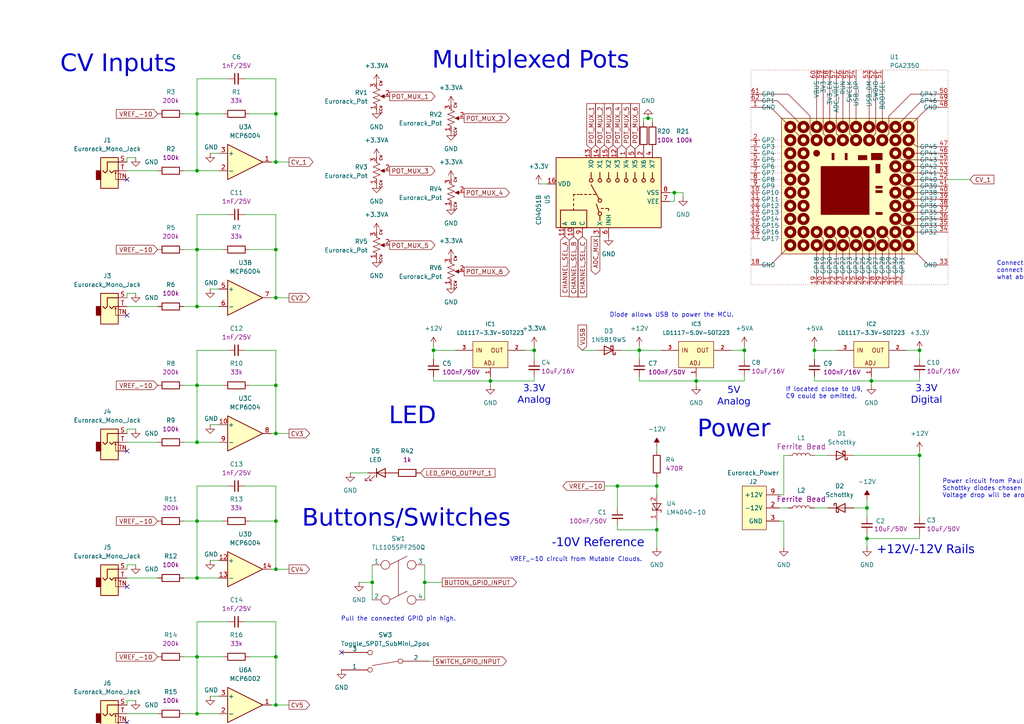
<source format=kicad_sch>
(kicad_sch (version 20250114) (generator "eeschema") (generator_version "9.0")
  (paper "A4")
  (lib_symbols
    (symbol "100k_0603_1" (pin_numbers (hide yes)) (pin_names (offset 0))
      (property "Reference" "R20" (at 3.81 1.27 0))
      (property "Display" "100k" (at 3.81 -1.27 0))
      (symbol "100k_0603_1_1_1"
        (pin passive line (at 0 3.81 270) (length 1.27) (name "~") (number "1"))
        (pin passive line (at 0 -3.81 90) (length 1.27) (name "~") (number "2"))
      )
    )
    (symbol "100k_0603_2" (pin_numbers (hide yes)) (pin_names (offset 0))
      (property "Reference" "R12" (at -6.35 0 90))
      (property "Display" "100k" (at -3.81 0 90))
      (symbol "100k_0603_2_1_1"
        (pin passive line (at 0 3.81 270) (length 1.27) (name "~") (number "1"))
        (pin passive line (at 0 -3.81 90) (length 1.27) (name "~") (number "2"))
      )
    )
    (symbol "100k_0603_4" (pin_numbers (hide yes)) (pin_names (offset 0))
      (property "Reference" "R6" (at -6.35 0 90))
      (property "Display" "100k" (at -3.81 0 90))
      (symbol "100k_0603_4_1_1"
        (pin passive line (at 0 3.81 270) (length 1.27) (name "~") (number "1"))
        (pin passive line (at 0 -3.81 90) (length 1.27) (name "~") (number "2"))
      )
    )
    (symbol "4k99_0603_1" (pin_numbers (hide yes)) (pin_names (offset 0))
      (property "Reference" "R22" (at 3.81 -1.016 0))
      (property "Display" "5.1K" (at 3.81 1.016 0))
      (symbol "4k99_0603_1_1_1"
        (pin passive line (at 0 3.81 270) (length 1.27) (name "~") (number "1"))
        (pin passive line (at 0 -3.81 90) (length 1.27) (name "~") (number "2"))
      )
    )
    (symbol "Akiyuki_IC:AK4558" (pin_names (offset 1.016))
      (property "Reference" "U" (at 0 -7.62 0))
      (property "Value" "AK4558" (at 0 -10.16 0))
      (symbol "AK4558_1_1"
        (pin input line (at -7.62 3.81 0) (length 2.54) (name "LIN") (number "22"))
        (pin input line (at -7.62 1.27 0) (length 2.54) (name "RIN") (number "23"))
        (pin output line (at -7.62 -1.27 0) (length 2.54) (name "LOUT") (number "27"))
        (pin output line (at -7.62 -3.81 0) (length 2.54) (name "ROUT") (number "28"))
      )
      (symbol "AK4558_2_1"
        (pin passive line (at -8.89 6.35 0) (length 2.54) (name "VCOC") (number "1"))
        (pin passive line (at -8.89 3.81 0) (length 2.54) (name "PS") (number "2"))
        (pin passive line (at -8.89 0 0) (length 2.54) (name "CKS3") (number "3"))
        (pin passive line (at -8.89 -2.54 0) (length 2.54) (name "CKS2") (number "4"))
        (pin passive line (at -8.89 -5.08 0) (length 2.54) (name "CKS1") (number "5"))
        (pin passive line (at -8.89 -7.62 0) (length 2.54) (name "CKS0/TDMI") (number "6"))
      )
      (symbol "AK4558_3_1"
        (pin bidirectional line (at -6.35 5.08 0) (length 2.54) (name "LRCK") (number "7"))
        (pin output line (at -6.35 2.54 0) (length 2.54) (name "SDTO") (number "8"))
        (pin bidirectional line (at -6.35 0 0) (length 2.54) (name "BICK") (number "9"))
        (pin input line (at -6.35 -2.54 0) (length 2.54) (name "SDTI") (number "10"))
        (pin passive line (at -6.35 -5.08 0) (length 2.54) (name "MCKL") (number "11"))
      )
      (symbol "AK4558_4_1"
        (pin input line (at -8.89 6.35 0) (length 2.54) (name "PDN") (number "15"))
        (pin passive line (at -8.89 3.81 0) (length 2.54) (name "PMADL/SCL") (number "16"))
        (pin passive line (at -8.89 1.27 0) (length 2.54) (name "PMADR/SDA") (number "17"))
        (pin passive line (at -8.89 -1.27 0) (length 2.54) (name "PMDAL/CAD0") (number "18"))
        (pin passive line (at -8.89 -3.81 0) (length 2.54) (name "PMDARCAD1") (number "19"))
        (pin passive line (at -8.89 -6.35 0) (length 2.54) (name "LOPS") (number "20"))
      )
      (symbol "AK4558_5_1"
        (pin power_in line (at -6.35 8.89 0) (length 2.54) (name "TVDD") (number "12"))
        (pin power_in line (at -6.35 6.35 0) (length 2.54) (name "VSS2") (number "13"))
        (pin power_in line (at -6.35 3.81 0) (length 2.54) (name "VDD18") (number "14"))
        (pin passive line (at -6.35 1.27 0) (length 2.54) (name "LDOE") (number "21"))
        (pin power_in line (at -6.35 -2.54 0) (length 2.54) (name "AVDD") (number "24"))
        (pin power_in line (at -6.35 -5.08 0) (length 2.54) (name "VSS1") (number "25"))
        (pin passive line (at -6.35 -7.62 0) (length 2.54) (name "VCOM") (number "26"))
        (pin power_in line (at -6.35 -10.16 0) (length 2.54) (name "GND") (number "29"))
      )
    )
    (symbol "Analog_DAC:DAC8565"
      (property "Reference" "U" (at -8.89 21.59 0))
      (property "Value" "DAC8565" (at 10.16 21.59 0))
      (symbol "DAC8565_0_0"
        (pin input line (at -12.7 12.7 0) (length 2.54) (name "LDAC") (number "16"))
        (pin input line (at -12.7 10.16 0) (length 2.54) (name "~{SYNC}") (number "9"))
        (pin input line (at -12.7 7.62 0) (length 2.54) (name "SCLK") (number "10"))
        (pin input line (at -12.7 5.08 0) (length 2.54) (name "DIN") (number "11"))
        (pin bidirectional line (at -12.7 0 0) (length 2.54) (name "VREFH/VREFOUT") (number "3"))
        (pin input line (at -12.7 -2.54 0) (length 2.54) (name "VREFL") (number "5"))
        (pin input line (at -12.7 -7.62 0) (length 2.54) (name "~{RST}") (number "13"))
        (pin input line (at -12.7 -10.16 0) (length 2.54) (name "RSTSEL") (number "14"))
        (pin input line (at -12.7 -12.7 0) (length 2.54) (name "~{ENABLE}") (number "15"))
        (pin power_in line (at -2.54 22.86 270) (length 2.54) (name "AVDD") (number "4"))
        (pin power_in line (at 0 -17.78 90) (length 2.54) (name "GND") (number "6"))
        (pin power_in line (at 2.54 22.86 270) (length 2.54) (name "IOVDD") (number "12"))
        (pin output line (at 12.7 12.7 180) (length 2.54) (name "VOUTA") (number "1"))
        (pin output line (at 12.7 10.16 180) (length 2.54) (name "VOUTB") (number "2"))
        (pin output line (at 12.7 7.62 180) (length 2.54) (name "VOUTC") (number "7"))
        (pin output line (at 12.7 5.08 180) (length 2.54) (name "VOUTD") (number "8"))
      )
    )
    (symbol "Audio:PCM5102A"
      (property "Reference" "U" (at -10.16 13.97 0))
      (property "Value" "PCM5102A" (at 3.81 13.97 0))
      (symbol "PCM5102A_1_1"
        (pin input line (at -12.7 10.16 0) (length 2.54) (name "LRCK") (number "15"))
        (pin input line (at -12.7 7.62 0) (length 2.54) (name "DIN") (number "14"))
        (pin input line (at -12.7 5.08 0) (length 2.54) (name "BCK") (number "13"))
        (pin input line (at -12.7 2.54 0) (length 2.54) (name "SCK") (number "12"))
        (pin input line (at -12.7 -2.54 0) (length 2.54) (name "FLT") (number "11"))
        (pin input line (at -12.7 -5.08 0) (length 2.54) (name "DEMP") (number "10"))
        (pin input line (at -12.7 -7.62 0) (length 2.54) (name "XSMT") (number "17"))
        (pin input line (at -12.7 -10.16 0) (length 2.54) (name "FMT") (number "16"))
        (pin passive line (at -2.54 15.24 270) (length 2.54) (name "CPVDD") (number "1"))
        (pin power_in line (at -2.54 -17.78 90) (length 2.54) (name "CPGND") (number "3"))
        (pin power_in line (at 0 15.24 270) (length 2.54) (name "DVDD") (number "20"))
        (pin power_in line (at 0 -17.78 90) (length 2.54) (name "DGND") (number "19"))
        (pin power_in line (at 2.54 15.24 270) (length 2.54) (name "AVDD") (number "8"))
        (pin power_in line (at 2.54 -17.78 90) (length 2.54) (name "AGND") (number "9"))
        (pin output line (at 12.7 10.16 180) (length 2.54) (name "OUTL") (number "6"))
        (pin output line (at 12.7 7.62 180) (length 2.54) (name "OUTR") (number "7"))
        (pin passive line (at 12.7 2.54 180) (length 2.54) (name "CAPP") (number "2"))
        (pin passive line (at 12.7 -5.08 180) (length 2.54) (name "CAPM") (number "4"))
        (pin passive line (at 12.7 -10.16 180) (length 2.54) (name "LDOO") (number "18"))
        (pin passive line (at 12.7 -12.7 180) (length 2.54) (name "VNEG") (number "5"))
      )
    )
    (symbol "Device:D_Schottky" (pin_numbers (hide yes)) (pin_names (offset 1.016) (hide yes))
      (property "Reference" "D" (at 0 2.54 0))
      (property "Value" "D_Schottky" (at 0 -2.54 0))
      (symbol "D_Schottky_1_1"
        (pin passive line (at -3.81 0 0) (length 2.54) (name "K") (number "1"))
        (pin passive line (at 3.81 0 180) (length 2.54) (name "A") (number "2"))
      )
    )
    (symbol "Device:LED" (pin_numbers (hide yes)) (pin_names (offset 1.016) (hide yes))
      (property "Reference" "D" (at 0 2.54 0))
      (property "Value" "LED" (at 0 -2.54 0))
      (symbol "LED_1_1"
        (pin passive line (at -3.81 0 0) (length 2.54) (name "K") (number "1"))
        (pin passive line (at 3.81 0 180) (length 2.54) (name "A") (number "2"))
      )
    )
    (symbol "Diode:1N4148WT" (pin_numbers (hide yes)) (pin_names (hide yes))
      (property "Reference" "D" (at 0 2.54 0))
      (property "Value" "1N4148WT" (at 0 -2.54 0))
      (symbol "1N4148WT_1_1"
        (pin passive line (at -3.81 0 0) (length 2.54) (name "K") (number "1"))
        (pin passive line (at 3.81 0 180) (length 2.54) (name "A") (number "2"))
      )
    )
    (symbol "FerriteBead_0603_2A_1" (pin_numbers (hide yes)) (pin_names (offset 1.016) (hide yes))
      (property "Reference" "L1" (at 5.08 0 90))
      (property "Display" "Ferrite Bead" (at 2.54 0 90))
      (symbol "FerriteBead_0603_2A_1_1_1"
        (pin passive line (at 0 3.81 270) (length 1.27) (name "1") (number "1"))
        (pin passive line (at 0 -3.81 90) (length 1.27) (name "2") (number "2"))
      )
    )
    (symbol "Lichen:100k_0603" (pin_numbers (hide yes)) (pin_names (offset 0))
      (property "Reference" "R6" (at 6.35 0 90))
      (property "Display" "100k" (at 3.81 0 90))
      (symbol "100k_0603_1_1"
        (pin passive line (at 0 3.81 270) (length 1.27) (name "~") (number "1"))
        (pin passive line (at 0 -3.81 90) (length 1.27) (name "~") (number "2"))
      )
    )
    (symbol "Lichen:100nF_0603_16V" (pin_numbers (hide yes)) (pin_names (offset 0.254) (hide yes))
      (property "Reference" "C9" (at 2.54 1.2638 0))
      (property "Display" "100nF/16V" (at 2.54 -1.2762 0))
      (symbol "100nF_0603_16V_1_1"
        (pin passive line (at 0 2.54 270) (length 2.032) (name "~") (number "1"))
        (pin passive line (at 0 -2.54 90) (length 2.032) (name "~") (number "2"))
      )
    )
    (symbol "Lichen:100nF_0603_50V" (pin_numbers (hide yes)) (pin_names (offset 0.254) (hide yes))
      (property "Reference" "C5" (at 2.54 1.2638 0))
      (property "Display" "100nF/50V" (at 2.54 -1.2762 0))
      (symbol "100nF_0603_50V_1_1"
        (pin passive line (at 0 2.54 270) (length 2.032) (name "~") (number "1"))
        (pin passive line (at 0 -2.54 90) (length 2.032) (name "~") (number "2"))
      )
    )
    (symbol "Lichen:10k_0603" (pin_numbers (hide yes)) (pin_names (offset 0))
      (property "Reference" "R33" (at 2.54 1.2701 0))
      (property "Display" "10k" (at 2.54 -1.2699 0))
      (symbol "10k_0603_1_1"
        (pin passive line (at 0 3.81 270) (length 1.27) (name "~") (number "1"))
        (pin passive line (at 0 -3.81 90) (length 1.27) (name "~") (number "2"))
      )
    )
    (symbol "Lichen:10nF_0603_25V" (pin_numbers (hide yes)) (pin_names (offset 0.254) (hide yes))
      (property "Reference" "C5" (at 2.54 1.2638 0))
      (property "Display" "100nF" (at 2.54 -1.2762 0))
      (symbol "10nF_0603_25V_1_1"
        (pin passive line (at 0 2.54 270) (length 2.032) (name "~") (number "1"))
        (pin passive line (at 0 -2.54 90) (length 2.032) (name "~") (number "2"))
      )
    )
    (symbol "Lichen:10uF_0603_16V" (pin_numbers (hide yes)) (pin_names (offset 0.254) (hide yes))
      (property "Reference" "C4" (at 2.032 1.524 0))
      (property "Display" "10uF/16V" (at 2.032 -1.016 0))
      (symbol "10uF_0603_16V_1_1"
        (pin passive line (at 0 2.54 270) (length 2.032) (name "~") (number "1"))
        (pin passive line (at 0 -2.54 90) (length 2.032) (name "~") (number "2"))
      )
    )
    (symbol "Lichen:10uF_0805_50V" (pin_numbers (hide yes)) (pin_names (offset 0.254) (hide yes))
      (property "Reference" "C2" (at 2.54 1.27 0))
      (property "Display" "10uF/50V" (at 2.032 -1.016 0))
      (symbol "10uF_0805_50V_1_1"
        (pin passive line (at 0 2.54 270) (length 2.032) (name "~") (number "1"))
        (pin passive line (at 0 -2.54 90) (length 2.032) (name "~") (number "2"))
      )
    )
    (symbol "Lichen:120k_0603" (pin_numbers (hide yes)) (pin_names (offset 0))
      (property "Reference" "R37" (at -2.794 0 90))
      (property "Display" "120k" (at -5.334 0 90))
      (symbol "120k_0603_1_1"
        (pin passive line (at 0 3.81 270) (length 1.27) (name "~") (number "1"))
        (pin passive line (at 0 -3.81 90) (length 1.27) (name "~") (number "2"))
      )
    )
    (symbol "Lichen:1N5819WS" (pin_numbers (hide yes)) (pin_names (offset 1.016) (hide yes))
      (property "Reference" "D2" (at -0.3175 6.35 0))
      (property "Value" "1N5819WS" (at -0.3175 3.81 0))
      (symbol "1N5819WS_1_1"
        (pin passive line (at -3.81 0 0) (length 2.54) (name "K") (number "1"))
        (pin passive line (at 3.81 0 180) (length 2.54) (name "A") (number "2"))
      )
    )
    (symbol "Lichen:1k_0603" (pin_numbers (hide yes)) (pin_names (offset 0))
      (property "Reference" "R11" (at 6.35 0 90))
      (property "Display" "1k" (at 3.81 0 90))
      (symbol "1k_0603_1_1"
        (pin passive line (at 0 3.81 270) (length 1.27) (name "~") (number "1"))
        (pin passive line (at 0 -3.81 90) (length 1.27) (name "~") (number "2"))
      )
    )
    (symbol "Lichen:2.2nF_0603_16V" (pin_numbers (hide yes)) (pin_names (offset 0.254) (hide yes))
      (property "Reference" "C16" (at 6.35 -0.0063 90))
      (property "Display" "2.2nF/16V" (at 3.81 -0.0063 90))
      (symbol "2.2nF_0603_16V_1_1"
        (pin passive line (at 0 2.54 270) (length 2.032) (name "~") (number "1"))
        (pin passive line (at 0 -2.54 90) (length 2.032) (name "~") (number "2"))
      )
    )
    (symbol "Lichen:2.2uF_0603_16V" (pin_numbers (hide yes)) (pin_names (offset 0.254) (hide yes))
      (property "Reference" "C17" (at -6.35 -1.778 0))
      (property "Display" "2.2uF/16V" (at -12.954 0.762 0))
      (symbol "2.2uF_0603_16V_1_1"
        (pin passive line (at 0 2.54 270) (length 2.032) (name "~") (number "1"))
        (pin passive line (at 0 -2.54 90) (length 2.032) (name "~") (number "2"))
      )
    )
    (symbol "Lichen:200k_0603" (pin_numbers (hide yes)) (pin_names (offset 0))
      (property "Reference" "R3" (at 6.35 0 90))
      (property "Display" "200k" (at 3.81 0 90))
      (symbol "200k_0603_1_1"
        (pin passive line (at 0 3.81 270) (length 1.27) (name "~") (number "1"))
        (pin passive line (at 0 -3.81 90) (length 1.27) (name "~") (number "2"))
      )
    )
    (symbol "Lichen:33k_0603" (pin_numbers (hide yes)) (pin_names (offset 0))
      (property "Reference" "R1" (at 6.35 0 90))
      (property "Display" "33k" (at 3.81 0 90))
      (symbol "33k_0603_1_1"
        (pin passive line (at 0 3.81 270) (length 1.27) (name "~") (number "1"))
        (pin passive line (at 0 -3.81 90) (length 1.27) (name "~") (number "2"))
      )
    )
    (symbol "Lichen:4k99_0603" (pin_numbers (hide yes)) (pin_names (offset 0))
      (property "Reference" "R4" (at 6.35 0 90))
      (property "Display" "4.99k" (at 3.81 0 90))
      (symbol "4k99_0603_1_1"
        (pin passive line (at 0 3.81 270) (length 1.27) (name "~") (number "1"))
        (pin passive line (at 0 -3.81 90) (length 1.27) (name "~") (number "2"))
      )
    )
    (symbol "Lichen:56k_0603" (pin_numbers (hide yes)) (pin_names (offset 0))
      (property "Reference" "R27" (at 6.35 0 90))
      (property "Display" "56k" (at 3.81 0 90))
      (symbol "56k_0603_1_1"
        (pin passive line (at 0 3.81 270) (length 1.27) (name "~") (number "1"))
        (pin passive line (at 0 -3.81 90) (length 1.27) (name "~") (number "2"))
      )
    )
    (symbol "Lichen:62k_0603" (pin_numbers (hide yes)) (pin_names (offset 0))
      (property "Reference" "R38" (at -2.794 0 90))
      (property "Display" "62k" (at -5.334 0 90))
      (symbol "62k_0603_1_1"
        (pin passive line (at 0 3.81 270) (length 1.27) (name "~") (number "1"))
        (pin passive line (at 0 -3.81 90) (length 1.27) (name "~") (number "2"))
      )
    )
    (symbol "Lichen:820R_0603" (pin_numbers (hide yes)) (pin_names (offset 0))
      (property "Reference" "R5" (at 6.35 0 90))
      (property "Display" "820R" (at 3.81 0 90))
      (symbol "820R_0603_1_1"
        (pin passive line (at 0 3.81 270) (length 1.27) (name "~") (number "1"))
        (pin passive line (at 0 -3.81 90) (length 1.27) (name "~") (number "2"))
      )
    )
    (symbol "Lichen:CD4051B"
      (property "Reference" "U1" (at 2.1941 17.78 0))
      (property "Value" "CD4051B" (at 2.1941 20.32 0))
      (symbol "CD4051B_1_1"
        (pin input line (at -12.7 12.7 0) (length 2.54) (name "A") (number "11"))
        (pin input line (at -12.7 10.16 0) (length 2.54) (name "B") (number "10"))
        (pin input line (at -12.7 7.62 0) (length 2.54) (name "C") (number "9"))
        (pin bidirectional line (at -12.7 2.54 0) (length 2.54) (name "X") (number "3"))
        (pin input line (at -12.7 0 0) (length 2.54) (name "INH") (number "6"))
        (pin power_in line (at -2.54 -17.78 90) (length 2.54) (name "VEE") (number "7"))
        (pin power_in line (at 0 -17.78 90) (length 2.54) (name "VSS") (number "8"))
        (pin power_in line (at 2.54 17.78 270) (length 2.54) (name "VDD") (number "16"))
        (pin bidirectional line (at 12.7 5.08 180) (length 2.54) (name "X0") (number "13"))
        (pin bidirectional line (at 12.7 2.54 180) (length 2.54) (name "X1") (number "14"))
        (pin bidirectional line (at 12.7 0 180) (length 2.54) (name "X2") (number "15"))
        (pin bidirectional line (at 12.7 -2.54 180) (length 2.54) (name "X3") (number "12"))
        (pin bidirectional line (at 12.7 -5.08 180) (length 2.54) (name "X4") (number "1"))
        (pin bidirectional line (at 12.7 -7.62 180) (length 2.54) (name "X5") (number "5"))
        (pin bidirectional line (at 12.7 -10.16 180) (length 2.54) (name "X6") (number "2"))
        (pin bidirectional line (at 12.7 -12.7 180) (length 2.54) (name "X7") (number "4"))
      )
    )
    (symbol "Lichen:FerriteBead_0603_2A" (pin_numbers (hide yes)) (pin_names (offset 1.016) (hide yes))
      (property "Reference" "L2" (at 5.08 0 90))
      (property "Display" "Ferrite Bead" (at 2.54 0 90))
      (symbol "FerriteBead_0603_2A_1_1"
        (pin passive line (at 0 3.81 270) (length 1.27) (name "1") (number "1"))
        (pin passive line (at 0 -3.81 90) (length 1.27) (name "2") (number "2"))
      )
    )
    (symbol "Lichen:MCP6002" (pin_names (offset 0.127))
      (property "Reference" "U6" (at 0 10.16 0))
      (property "Value" "MCP6002" (at 0 7.62 0))
      (symbol "MCP6002_1_1"
        (pin input line (at -7.62 2.54 0) (length 2.54) (name "+") (number "3"))
        (pin input line (at -7.62 -2.54 0) (length 2.54) (name "-") (number "2"))
        (pin output line (at 7.62 0 180) (length 2.54) (name "~") (number "1"))
      )
      (symbol "MCP6002_2_1"
        (pin input line (at -7.62 2.54 0) (length 2.54) (name "+") (number "5"))
        (pin input line (at -7.62 -2.54 0) (length 2.54) (name "-") (number "6"))
        (pin output line (at 7.62 0 180) (length 2.54) (name "~") (number "7"))
      )
      (symbol "MCP6002_3_1"
        (pin power_in line (at -2.54 7.62 270) (length 3.81) (name "V+") (number "8"))
        (pin power_in line (at -2.54 -7.62 90) (length 3.81) (name "V-") (number "4"))
      )
    )
    (symbol "Lichen:Schottky_Diode" (pin_numbers (hide yes)) (pin_names (offset 1.016) (hide yes))
      (property "Reference" "D2" (at -0.3175 6.35 0))
      (property "Value" "Schottky" (at -0.3175 3.81 0))
      (symbol "Schottky_Diode_1_1"
        (pin passive line (at -3.81 0 0) (length 2.54) (name "K") (number "1"))
        (pin passive line (at 3.81 0 180) (length 2.54) (name "A") (number "2"))
      )
    )
    (symbol "Lichen:TL072" (pin_names (offset 0.127))
      (property "Reference" "U2" (at 0 10.16 0))
      (property "Value" "TL072" (at 0 7.62 0))
      (symbol "TL072_1_1"
        (pin input line (at -7.62 2.54 0) (length 2.54) (name "+") (number "3"))
        (pin input line (at -7.62 -2.54 0) (length 2.54) (name "-") (number "2"))
        (pin output line (at 7.62 0 180) (length 2.54) (name "~") (number "1"))
      )
      (symbol "TL072_2_1"
        (pin input line (at -7.62 2.54 0) (length 2.54) (name "+") (number "5"))
        (pin input line (at -7.62 -2.54 0) (length 2.54) (name "-") (number "6"))
        (pin output line (at 7.62 0 180) (length 2.54) (name "~") (number "7"))
      )
      (symbol "TL072_3_1"
        (pin power_in line (at -2.54 7.62 270) (length 3.81) (name "V+") (number "8"))
        (pin power_in line (at -2.54 -7.62 90) (length 3.81) (name "V-") (number "4"))
      )
    )
    (symbol "Lichen:TL1105SPF250Q" (pin_numbers (hide yes)) (pin_names (offset 0))
      (property "Reference" "SW1" (at 0 12.7 0))
      (property "Value" "TL1105SPF250Q" (at 0 10.16 0))
      (symbol "TL1105SPF250Q_1_1"
        (pin input line (at -7.62 5.08 0) (length 2.54) (name "1") (number "1"))
        (pin input line (at -7.62 -5.08 0) (length 2.54) (name "2") (number "2"))
        (pin input line (at 7.62 5.08 180) (length 2.54) (name "3") (number "3"))
        (pin input line (at 7.62 -5.08 180) (length 2.54) (name "4") (number "4"))
      )
    )
    (symbol "PCM_4ms_Capacitor:100pF_0603_50V" (pin_numbers (hide yes)) (pin_names (offset 0.254) (hide yes))
      (property "Reference" "C" (at 1.905 1.27 0))
      (property "Display" "100pF" (at 1.905 -1.27 0))
      (symbol "100pF_0603_50V_1_1"
        (pin passive line (at 0 2.54 270) (length 2.032) (name "~") (number "1"))
        (pin passive line (at 0 -2.54 90) (length 2.032) (name "~") (number "2"))
      )
    )
    (symbol "PCM_4ms_Regulator:LD1117-3.3V-SOT223" (pin_names (offset 1.016) (hide yes))
      (property "Reference" "IC" (at 2.54 -6.35 0))
      (property "Value" "LD1117-3.3V-SOT223" (at -4.445 4.445 0))
      (symbol "LD1117-3.3V-SOT223_1_0"
        (text "IN" (at -3.2766 1.2446 0) (effects (font (size 1.2192 1.2192))))
        (text "ADJ" (at -0.2794 -2.4384 0) (effects (font (size 1.2192 1.2192))))
        (text "OUT" (at 1.8796 1.2446 0) (effects (font (size 1.2192 1.2192))))
      )
      (symbol "LD1117-3.3V-SOT223_1_1"
        (pin input line (at -10.16 1.27 0) (length 5.08) (name "IN") (number "3"))
        (pin input line (at 0 -6.35 90) (length 2.54) (name "ADJ") (number "1"))
        (pin passive line (at 10.16 1.27 180) (length 5.08) (name "OUT") (number "2"))
      )
    )
    (symbol "PCM_4ms_Resistor:100_0603" (pin_numbers (hide yes)) (pin_names (offset 0))
      (property "Reference" "R36" (at 6.35 0 90))
      (property "Display" "100Ω" (at 3.81 0 90))
      (symbol "100_0603_1_1"
        (pin passive line (at 0 3.81 270) (length 1.27) (name "~") (number "1"))
        (pin passive line (at 0 -3.81 90) (length 1.27) (name "~") (number "2"))
      )
    )
    (symbol "PCM_4ms_Switch:Toggle_SPDT_SubMini_3pos" (pin_numbers (hide yes)) (pin_names (offset 0))
      (property "Reference" "SW" (at -5.08 3.81 0))
      (property "Value" "Toggle_SPDT_SubMini_3pos" (at -3.81 -3.81 0))
      (symbol "Toggle_SPDT_SubMini_3pos_1_1"
        (pin passive line (at -12.7 0 0) (length 7.62) (name "2") (number "2"))
        (pin passive line (at 12.7 2.54 180) (length 7.62) (name "1") (number "1"))
        (pin passive line (at 12.7 -2.54 180) (length 7.62) (name "3") (number "3"))
      )
    )
    (symbol "Power_Protection:USBLC6-2SC6" (pin_names (hide yes))
      (property "Reference" "U" (at 0.635 5.715 0))
      (property "Value" "USBLC6-2SC6" (at 0.635 3.81 0))
      (symbol "USBLC6-2SC6_1_1"
        (pin passive line (at -5.08 0 0) (length 2.54) (name "I/O1") (number "1"))
        (pin passive line (at -5.08 -2.54 0) (length 2.54) (name "I/O2") (number "3"))
        (pin passive line (at 0 5.08 270) (length 2.54) (name "VBUS") (number "5"))
        (pin passive line (at 0 -7.62 90) (length 2.54) (name "GND") (number "2"))
        (pin passive line (at 5.08 0 180) (length 2.54) (name "I/O1") (number "6"))
        (pin passive line (at 5.08 -2.54 180) (length 2.54) (name "I/O2") (number "4"))
      )
    )
    (symbol "Transistor_BJT:MMBT3904" (pin_names (offset 0) (hide yes))
      (property "Reference" "Q" (at 5.08 1.905 0))
      (property "Value" "MMBT3904" (at 5.08 0 0))
      (symbol "MMBT3904_1_1"
        (pin input line (at -5.08 0 0) (length 2.54) (name "B") (number "1"))
        (pin passive line (at 2.54 5.08 270) (length 2.54) (name "C") (number "3"))
        (pin passive line (at 2.54 -5.08 90) (length 2.54) (name "E") (number "2"))
      )
    )
    (symbol "allen-synthesis:PGA2350"
      (property "Reference" "U" (at 0 1.27 0))
      (symbol "PGA2350_1_1"
        (pin bidirectional line (at 0 -6.985 0) (length 2.54) (name "GP0") (number "61"))
        (pin bidirectional line (at 0 -8.89 0) (length 2.54) (name "GP1") (number "62"))
        (pin bidirectional line (at 0 -10.795 0) (length 2.54) (name "GND") (number "1"))
        (pin bidirectional line (at 0 -20.32 0) (length 2.54) (name "GP2") (number "2"))
        (pin bidirectional line (at 0 -22.225 0) (length 2.54) (name "GP3") (number "3"))
        (pin bidirectional line (at 0 -24.13 0) (length 2.54) (name "GP4") (number "4"))
        (pin bidirectional line (at 0 -26.035 0) (length 2.54) (name "GP5") (number "5"))
        (pin bidirectional line (at 0 -27.94 0) (length 2.54) (name "GP6") (number "6"))
        (pin bidirectional line (at 0 -29.845 0) (length 2.54) (name "GP7") (number "7"))
        (pin bidirectional line (at 0 -31.75 0) (length 2.54) (name "GP8") (number "8"))
        (pin bidirectional line (at 0 -33.655 0) (length 2.54) (name "GP9") (number "9"))
        (pin bidirectional line (at 0 -35.56 0) (length 2.54) (name "GP10") (number "10"))
        (pin bidirectional line (at 0 -37.465 0) (length 2.54) (name "GP11") (number "11"))
        (pin bidirectional line (at 0 -39.37 0) (length 2.54) (name "GP12") (number "12"))
        (pin bidirectional line (at 0 -41.275 0) (length 2.54) (name "GP13") (number "13"))
        (pin bidirectional line (at 0 -43.18 0) (length 2.54) (name "GP14") (number "14"))
        (pin bidirectional line (at 0 -45.085 0) (length 2.54) (name "GP15") (number "15"))
        (pin bidirectional line (at 0 -46.99 0) (length 2.54) (name "GP16") (number "16"))
        (pin bidirectional line (at 0 -48.895 0) (length 2.54) (name "GP17") (number "17"))
        (pin bidirectional line (at 0 -56.515 0) (length 2.54) (name "GND") (number "18"))
        (pin bidirectional line (at 19.05 0 270) (length 2.54) (name "VBUS") (number "60"))
        (pin bidirectional line (at 19.05 -62.23 90) (length 2.54) (name "GP18") (number "19"))
        (pin bidirectional line (at 20.955 0 270) (length 2.54) (name "3V3") (number "59"))
        (pin bidirectional line (at 20.955 -62.23 90) (length 2.54) (name "GP19") (number "20"))
        (pin bidirectional line (at 22.86 0 270) (length 2.54) (name "3V3_EN") (number "58"))
        (pin bidirectional line (at 22.86 -62.23 90) (length 2.54) (name "GP20") (number "21"))
        (pin bidirectional line (at 24.765 0 270) (length 2.54) (name "ADC_VREF") (number "57"))
        (pin bidirectional line (at 24.765 -62.23 90) (length 2.54) (name "GP21") (number "22"))
        (pin bidirectional line (at 26.67 0 270) (length 2.54) (name "RUN") (number "56"))
        (pin bidirectional line (at 26.67 -62.23 90) (length 2.54) (name "GP22") (number "23"))
        (pin bidirectional line (at 28.575 0 270) (length 2.54) (name "SWCLK") (number "55"))
        (pin bidirectional line (at 28.575 -62.23 90) (length 2.54) (name "GP23") (number "24"))
        (pin bidirectional line (at 30.48 0 270) (length 2.54) (name "USB_DP") (number "54"))
        (pin bidirectional line (at 30.48 -62.23 90) (length 2.54) (name "GP24") (number "25"))
        (pin bidirectional line (at 32.385 -62.23 90) (length 2.54) (name "GP25") (number "26"))
        (pin bidirectional line (at 34.29 0 270) (length 2.54) (name "USB_DM") (number "53"))
        (pin bidirectional line (at 34.29 -62.23 90) (length 2.54) (name "GP26") (number "27"))
        (pin bidirectional line (at 36.195 0 270) (length 2.54) (name "SWDIO") (number "52"))
        (pin bidirectional line (at 36.195 -62.23 90) (length 2.54) (name "GP27") (number "28"))
        (pin bidirectional line (at 38.1 0 270) (length 2.54) (name "BOOTSEL") (number "51"))
        (pin bidirectional line (at 38.1 -62.23 90) (length 2.54) (name "GP28") (number "29"))
        (pin bidirectional line (at 40.005 -62.23 90) (length 2.54) (name "GP29") (number "30"))
        (pin bidirectional line (at 41.91 -62.23 90) (length 2.54) (name "GP30") (number "31"))
        (pin bidirectional line (at 43.815 -62.23 90) (length 2.54) (name "GP31") (number "32"))
        (pin bidirectional line (at 57.15 -6.985 180) (length 2.54) (name "GP47") (number "50"))
        (pin bidirectional line (at 57.15 -8.89 180) (length 2.54) (name "GP46") (number "49"))
        (pin bidirectional line (at 57.15 -10.795 180) (length 2.54) (name "GND") (number "48"))
        (pin bidirectional line (at 57.15 -22.225 180) (length 2.54) (name "GP45") (number "47"))
        (pin bidirectional line (at 57.15 -24.13 180) (length 2.54) (name "GP44") (number "46"))
        (pin bidirectional line (at 57.15 -26.035 180) (length 2.54) (name "GP43") (number "45"))
        (pin bidirectional line (at 57.15 -27.94 180) (length 2.54) (name "GP42") (number "44"))
        (pin bidirectional line (at 57.15 -29.845 180) (length 2.54) (name "GP41") (number "43"))
        (pin bidirectional line (at 57.15 -31.75 180) (length 2.54) (name "GP40") (number "42"))
        (pin bidirectional line (at 57.15 -33.655 180) (length 2.54) (name "GP39") (number "41"))
        (pin bidirectional line (at 57.15 -35.56 180) (length 2.54) (name "GP38") (number "40"))
        (pin bidirectional line (at 57.15 -37.465 180) (length 2.54) (name "GP37") (number "39"))
        (pin bidirectional line (at 57.15 -39.37 180) (length 2.54) (name "GP36") (number "38"))
        (pin bidirectional line (at 57.15 -41.275 180) (length 2.54) (name "GP35") (number "37"))
        (pin bidirectional line (at 57.15 -43.18 180) (length 2.54) (name "GP34") (number "36"))
        (pin bidirectional line (at 57.15 -45.085 180) (length 2.54) (name "GP33") (number "35"))
        (pin bidirectional line (at 57.15 -46.99 180) (length 2.54) (name "GP32") (number "34"))
        (pin bidirectional line (at 57.15 -56.515 180) (length 2.54) (name "GND") (number "33"))
      )
    )
    (symbol "power:+12V" (power) (pin_numbers (hide yes)) (pin_names (offset 0) (hide yes))
      (property "Value" "+12V" (at 0 3.556 0))
      (symbol "+12V_1_1"
        (pin power_in line (at 0 0 90) (length 0) (name "~") (number "1"))
      )
    )
    (symbol "power:+3.3V" (power) (pin_numbers (hide yes)) (pin_names (offset 0) (hide yes))
      (property "Value" "+3.3V" (at 0 3.556 0))
      (symbol "+3.3V_1_1"
        (pin power_in line (at 0 0 90) (length 0) (name "~") (number "1"))
      )
    )
    (symbol "power:+3.3VA" (power) (pin_numbers (hide yes)) (pin_names (offset 0) (hide yes))
      (property "Value" "+3.3VA" (at 0 3.556 0))
      (symbol "+3.3VA_1_1"
        (pin power_in line (at 0 0 90) (length 0) (name "~") (number "1"))
      )
    )
    (symbol "power:+5VA" (power) (pin_numbers (hide yes)) (pin_names (offset 0) (hide yes))
      (property "Value" "+5VA" (at 0 3.556 0))
      (symbol "+5VA_1_1"
        (pin power_in line (at 0 0 90) (length 0) (name "~") (number "1"))
      )
    )
    (symbol "power:-12V" (power) (pin_numbers (hide yes)) (pin_names (offset 0) (hide yes))
      (property "Value" "-12V" (at 0 3.556 0))
      (symbol "-12V_0_0"
        (pin power_in line (at 0 0 90) (length 0) (name "~") (number "1"))
      )
    )
    (symbol "power:GND" (power) (pin_numbers (hide yes)) (pin_names (offset 0) (hide yes))
      (property "Value" "GND" (at 0 -3.81 0))
      (symbol "GND_1_1"
        (pin power_in line (at 0 0 270) (length 0) (name "~") (number "1"))
      )
    )
    (symbol "winterbloom:Eurorack_Mono_Jack" (pin_names (hide yes))
      (property "Reference" "J" (at 3.302 -4.064 0))
      (property "Value" "Eurorack_Mono_Jack" (at 0 5.08 0))
      (symbol "Eurorack_Mono_Jack_1_1"
        (pin passive line (at -5.08 1.27 0) (length 2.54) (name "Tip_normalize") (number "TN"))
        (pin passive line (at -5.08 -1.27 0) (length 2.54) (name "Tip") (number "T"))
        (pin passive line (at -5.08 -3.81 0) (length 2.54) (name "Sleeve") (number "S"))
      )
    )
    (symbol "winterbloom:Eurorack_Pot" (pin_names (offset 1.016) (hide yes))
      (property "Reference" "RV" (at 0 4.445 0))
      (property "Value" "Eurorack_Pot" (at 0 2.54 0))
      (symbol "Eurorack_Pot_0_0"
        (text "CCW" (at -3.81 -1.27 0) (effects (font (size 0.762 0.762))))
        (text "CW" (at 3.81 -1.27 0) (effects (font (size 0.762 0.762))))
      )
      (symbol "Eurorack_Pot_1_1"
        (pin passive line (at -3.81 0 0) (length 1.27) (name "1") (number "1"))
        (pin passive line (at 0 -3.81 90) (length 1.27) (name "2") (number "2"))
        (pin passive line (at 3.81 0 180) (length 1.27) (name "3") (number "3"))
      )
    )
    (symbol "winterbloom:Eurorack_Power" (pin_names (offset 1.016))
      (property "Reference" "J" (at -0.635 7.62 0))
      (property "Value" "Eurorack_Power" (at 0 -7.62 0))
      (symbol "Eurorack_Power_1_1"
        (pin passive line (at 7.62 3.81 180) (length 3.81) (hide yes) (name "+12V") (number "10"))
        (pin power_out line (at 7.62 3.81 180) (length 3.81) (name "+12V") (number "9"))
        (pin power_out line (at 7.62 0 180) (length 3.81) (hide yes) (name "-12V") (number "1"))
        (pin passive line (at 7.62 0 180) (length 3.81) (name "-12V") (number "2"))
        (pin power_out line (at 7.62 -3.81 180) (length 3.81) (name "GND") (number "3"))
        (pin passive line (at 7.62 -3.81 180) (length 3.81) (hide yes) (name "GND") (number "4"))
        (pin passive line (at 7.62 -3.81 180) (length 3.81) (hide yes) (name "GND") (number "5"))
        (pin passive line (at 7.62 -3.81 180) (length 3.81) (hide yes) (name "GND") (number "6"))
        (pin passive line (at 7.62 -3.81 180) (length 3.81) (hide yes) (name "GND") (number "7"))
        (pin passive line (at 7.62 -3.81 180) (length 3.81) (hide yes) (name "GND") (number "8"))
      )
    )
    (symbol "winterbloom:LM4040-10" (pin_names (offset 0.0254) (hide yes))
      (property "Reference" "U" (at 0 2.54 0))
      (property "Value" "LM4040-10" (at 0 -3.175 0))
      (symbol "LM4040-10_1_1"
        (pin passive line (at -3.81 0 0) (length 2.54) (name "A") (number "2"))
        (pin passive line (at 3.81 0 180) (length 2.54) (name "K") (number "1"))
      )
    )
    (symbol "winterbloom:MCP4728" (pin_names (offset 1.016))
      (property "Reference" "U" (at -12.7 6.35 0))
      (property "Value" "MCP4728" (at 12.7 6.35 0))
      (symbol "MCP4728_1_1"
        (pin input line (at -15.24 2.54 0) (length 2.54) (name "SCL") (number "2"))
        (pin bidirectional line (at -15.24 0 0) (length 2.54) (name "SDA") (number "3"))
        (pin input line (at -15.24 -2.54 0) (length 2.54) (name "~{LDAC}") (number "4"))
        (pin output line (at -15.24 -5.08 0) (length 2.54) (name "RDY/~{BSY}") (number "5"))
        (pin power_in line (at 0 7.62 270) (length 2.54) (name "VDD") (number "1"))
        (pin power_in line (at 0 -10.16 90) (length 2.54) (name "VSS") (number "10"))
        (pin output line (at 15.24 2.54 180) (length 2.54) (name "VOUTA") (number "6"))
        (pin output line (at 15.24 0 180) (length 2.54) (name "VOUTB") (number "7"))
        (pin output line (at 15.24 -2.54 180) (length 2.54) (name "VOUTC") (number "8"))
        (pin output line (at 15.24 -5.08 180) (length 2.54) (name "VOUTD") (number "9"))
      )
    )
    (symbol "winterbloom:MCP6002" (pin_names (offset 0.127))
      (property "Reference" "U" (at 1.016 3.048 0))
      (property "Value" "MCP6002" (at 0.762 -3.302 0))
      (symbol "MCP6002_1_1"
        (pin input line (at -7.62 2.54 0) (length 2.54) (name "+") (number "3"))
        (pin input line (at -7.62 -2.54 0) (length 2.54) (name "-") (number "2"))
        (pin output line (at 7.62 0 180) (length 2.54) (name "~") (number "1"))
      )
      (symbol "MCP6002_2_1"
        (pin input line (at -7.62 2.54 0) (length 2.54) (name "+") (number "5"))
        (pin input line (at -7.62 -2.54 0) (length 2.54) (name "-") (number "6"))
        (pin output line (at 7.62 0 180) (length 2.54) (name "~") (number "7"))
      )
      (symbol "MCP6002_3_1"
        (pin power_in line (at -2.54 7.62 270) (length 3.81) (name "V+") (number "8"))
        (pin power_in line (at -2.54 -7.62 90) (length 3.81) (name "V-") (number "4"))
      )
    )
    (symbol "winterbloom:MCP6004" (pin_names (offset 0.127))
      (property "Reference" "U" (at 0 3.81 0))
      (property "Value" "MCP6004" (at 0 -3.81 0))
      (symbol "MCP6004_1_1"
        (pin input line (at -7.62 2.54 0) (length 2.54) (name "+") (number "3"))
        (pin input line (at -7.62 -2.54 0) (length 2.54) (name "-") (number "2"))
        (pin output line (at 7.62 0 180) (length 2.54) (name "~") (number "1"))
      )
      (symbol "MCP6004_2_1"
        (pin input line (at -7.62 2.54 0) (length 2.54) (name "+") (number "5"))
        (pin input line (at -7.62 -2.54 0) (length 2.54) (name "-") (number "6"))
        (pin output line (at 7.62 0 180) (length 2.54) (name "~") (number "7"))
      )
      (symbol "MCP6004_3_1"
        (pin input line (at -7.62 2.54 0) (length 2.54) (name "+") (number "10"))
        (pin input line (at -7.62 -2.54 0) (length 2.54) (name "-") (number "9"))
        (pin output line (at 7.62 0 180) (length 2.54) (name "~") (number "8"))
      )
      (symbol "MCP6004_4_1"
        (pin input line (at -7.62 2.54 0) (length 2.54) (name "+") (number "12"))
        (pin input line (at -7.62 -2.54 0) (length 2.54) (name "-") (number "13"))
        (pin output line (at 7.62 0 180) (length 2.54) (name "~") (number "14"))
      )
      (symbol "MCP6004_5_1"
        (pin power_in line (at -2.54 7.62 270) (length 3.81) (name "V+") (number "4"))
        (pin power_in line (at -2.54 -7.62 90) (length 3.81) (name "V-") (number "11"))
      )
    )
    (symbol "winterbloom:USB_C_Receptacle_USB2.0" (pin_names (offset 1.016))
      (property "Reference" "J" (at 0 14.986 0))
      (property "Value" "USB C/USB 2.0" (at 0 12.7 0))
      (symbol "USB_C_Receptacle_USB2.0_1_1"
        (pin no_connect line (at 0 -12.065 180) (length 5.08) (hide yes) (name "SBU1") (number "A8"))
        (pin no_connect line (at 0 -14.605 180) (length 5.08) (hide yes) (name "SBU2") (number "B8"))
        (pin passive line (at 15.24 7.62 180) (length 5.08) (name "VBUS") (number "A4"))
        (pin passive line (at 15.24 7.62 180) (length 5.08) (hide yes) (name "VBUS") (number "A9"))
        (pin passive line (at 15.24 7.62 180) (length 5.08) (hide yes) (name "VBUS") (number "B4"))
        (pin passive line (at 15.24 7.62 180) (length 5.08) (hide yes) (name "VBUS") (number "B9"))
        (pin bidirectional line (at 15.24 5.08 180) (length 5.08) (name "D-") (number "A7"))
        (pin bidirectional line (at 15.24 5.08 180) (length 5.08) (hide yes) (name "D-") (number "B7"))
        (pin bidirectional line (at 15.24 2.54 180) (length 5.08) (name "D+") (number "A6"))
        (pin bidirectional line (at 15.24 2.54 180) (length 5.08) (hide yes) (name "D+") (number "B6"))
        (pin bidirectional line (at 15.24 0 180) (length 5.08) (name "CC1") (number "A5"))
        (pin bidirectional line (at 15.24 -2.54 180) (length 5.08) (name "CC2") (number "B5"))
        (pin passive line (at 15.24 -5.08 180) (length 5.08) (name "GND") (number "A1"))
        (pin passive line (at 15.24 -5.08 180) (length 5.08) (hide yes) (name "GND") (number "A12"))
        (pin passive line (at 15.24 -5.08 180) (length 5.08) (hide yes) (name "GND") (number "B1"))
        (pin passive line (at 15.24 -5.08 180) (length 5.08) (hide yes) (name "GND") (number "B12"))
        (pin passive line (at 15.24 -7.62 180) (length 5.08) (name "SHIELD") (number "S1"))
      )
    )
  )
  (text "Audio Outputs" (at 153.162 223.266 0) (effects (font (size 5 5))))
  (text "Precision CV DAC" (at 358.902 293.116 0) (effects (font (size 5 5))))
  (text "VREF_-10 circuit from Mutable Clouds." (at 167.132 162.306 0) (effects (font (size 1.27 1.27))))
  (text "Audio CODEC - AK4558" (at 245.618 378.46 0) (effects (font (size 5 5))))
  (text "CV DAC" (at 357.124 218.186 0) (effects (font (size 5 5))))
  (text "Gate input schematic from Mutable Marbles, output from Patch SM." (at -16.51 455.422 0) (effects (font (size 1.27 1.27)) (justify left)))
  (text "Gate I/O" (at 18.796 315.976 0) (effects (font (size 5 5))))
  (text "Multiplexed Pots" (at 153.924 19.05 0) (effects (font (size 5 5))))
  (text "LED" (at 119.634 122.174 0) (effects (font (size 5 5))))
  (text "If located close to U9, \nC9 could be omitted." (at 227.838 114.046 0) (effects (font (size 1.27 1.27)) (justify left)))
  (text "5V\nAnalog" (at 212.852 115.57 0) (effects (font (size 2 2))))
  (text "Power circuit from Paul Schreiber.\nSchottky diodes chosen for low voltage drop. STPS1L30 is low drop at low current.\nVoltage drop will be around 0.3V at 25C - will vary over current and temperature." (at 273.304 141.732 0) (effects (font (size 1.27 1.27)) (justify left)))
  (text "3.3V\nAnalog" (at 154.94 115.062 0) (effects (font (size 2 2))))
  (text "USB" (at 341.376 18.542 0) (effects (font (size 5 5))))
  (text "The different MCP4728 part numbers are for different pre-programmed addresses.\nDAC can be powered by 3.3 or 5V, but its high speed mode requires 5V.\nThe Pico's I2C implementation doesn't include pull up resistors, so need to add 4.7k\nCan we drive the DAC at its high speed rate (SCL = 3.4 MHz)?\nCan a ceramic capacitor be used for C2 instead of tantalum?\nIs the MCP4728 even the right DAC to use for accuracy? Yarns uses DAC8564, which is 16-bit." (at 362.966 268.478 0) (effects (font (size 1.27 1.27))))
  (text "1nF capacitor in op amp feedback loop for stability (from emillie and paults).\nSee https://northcoastsynthesis.com/news/understanding-stabilization-capacitors/" (at 27.686 288.29 0) (effects (font (size 1.27 1.27)) (justify left)))
  (text "Pull the connected GPIO pin high." (at 115.57 179.578 0) (effects (font (size 1.27 1.27))))
  (text "CV Inputs" (at 34.29 20.066 0) (effects (font (size 5 5))))
  (text "AD8608 is the quad precision op amp that paults recommended\nThe dual version has a KiCad symbol, but need one for the quad." (at 361.442 357.378 0) (effects (font (size 1.27 1.27))))
  (text "Buttons/Switches" (at 117.856 151.892 0) (effects (font (size 5 5))))
  (text "Diode allows USB to power the MCU." (at 194.818 91.44 0) (effects (font (size 1.27 1.27))))
  (text "Audio DAC - PCM5102A" (at 245.618 223.266 0) (effects (font (size 5 5))))
  (text "DAC outputs 2.1 Vrms = 2.1 * sqrt(2) = 5.93969696V peak to peak\nEurorack audio output is 10Vpp = 1.68358757 scale factor\nFalstad simulation: https://tinyurl.com/27plhtyr" (at 110.236 353.06 0) (effects (font (size 1.27 1.27)) (justify left)))
  (text "+12V/-12V Rails" (at 268.478 160.274 0) (effects (font (size 2.5 2.5))))
  (text "-10V Reference" (at 173.482 158.242 0) (effects (font (size 2.5 2.5))))
  (text "Add audio input scaling circuit\nAdd ADC circuit" (at 226.822 346.456 0) (effects (font (size 1.27 1.27)) (justify left)))
  (text "FLT is high to enable the low-latency IIR filter.\nXSMT is high to unmute the audio output.\nDEMP is low to turn off the demphasis filter.\nFMT is low for I2S format." (at 191.77 291.338 0) (effects (font (size 1.27 1.27)) (justify left)))
  (text "3.3V\nDigital" (at 268.732 115.062 0) (effects (font (size 2 2))))
  (text "Connect CV inputs to the ADC, connect the mux to GPIO, \nconnect CODEC to PIO I2S, connect power, add Flash,\nwhat about USB and/or debug ports for programming?" (at 289.052 78.486 0) (effects (font (size 1.27 1.27)) (justify left)))
  (text "Power" (at 212.852 125.984 0) (effects (font (size 5 5))))
  (junction (at 57.15 128.27))
  (junction (at 195.58 55.88))
  (junction (at 260.35 287.02))
  (junction (at 58.42 245.11))
  (junction (at 57.15 49.53))
  (junction (at 245.11 287.02))
  (junction (at 58.42 228.6))
  (junction (at 292.1 243.84))
  (junction (at 204.47 250.19))
  (junction (at 138.43 308.61))
  (junction (at 215.9 101.6))
  (junction (at 187.96 34.29))
  (junction (at 138.43 264.16))
  (junction (at 339.09 44.45))
  (junction (at 80.01 190.5))
  (junction (at 57.15 88.9))
  (junction (at 224.79 232.41))
  (junction (at 156.21 292.1))
  (junction (at 252.73 110.49))
  (junction (at 236.22 101.6))
  (junction (at 190.5 140.97))
  (junction (at 57.15 111.76))
  (junction (at 251.46 147.32))
  (junction (at 179.07 140.97))
  (junction (at 185.42 101.6))
  (junction (at 80.01 86.36))
  (junction (at 80.01 46.99))
  (junction (at 200.66 243.84))
  (junction (at 80.01 72.39))
  (junction (at 156.21 247.65))
  (junction (at 201.93 110.49))
  (junction (at 80.01 111.76))
  (junction (at 30.48 337.82))
  (junction (at 148.59 292.1))
  (junction (at 7.62 387.35))
  (junction (at 107.95 168.91))
  (junction (at 81.28 242.57))
  (junction (at 80.01 151.13))
  (junction (at 342.9 49.53))
  (junction (at 57.15 151.13))
  (junction (at 267.97 241.3))
  (junction (at 292.1 257.81))
  (junction (at 275.59 287.02))
  (junction (at 80.01 125.73))
  (junction (at 57.15 190.5))
  (junction (at 24.13 379.73))
  (junction (at 80.01 165.1))
  (junction (at 266.7 101.6))
  (junction (at 7.62 416.56))
  (junction (at 262.89 241.3))
  (junction (at 16.51 344.17))
  (junction (at 162.56 306.07))
  (junction (at 80.01 204.47))
  (junction (at 265.43 246.38))
  (junction (at 247.65 287.02))
  (junction (at 125.73 101.6))
  (junction (at 251.46 156.21))
  (junction (at 123.19 168.91))
  (junction (at 346.71 49.53))
  (junction (at 190.5 153.67))
  (junction (at 57.15 167.64))
  (junction (at 229.87 232.41))
  (junction (at 57.15 207.01))
  (junction (at 154.94 101.6))
  (junction (at 227.33 237.49))
  (junction (at 24.13 408.94))
  (junction (at 208.28 243.84))
  (junction (at 148.59 247.65))
  (junction (at 162.56 261.62))
  (junction (at 81.28 228.6))
  (junction (at 266.7 132.08))
  (junction (at 80.01 33.02))
  (junction (at 57.15 72.39))
  (junction (at 57.15 33.02))
  (junction (at 21.59 344.17))
  (junction (at 275.59 275.59))
  (junction (at 142.24 110.49))
  (no_connect (at 36.83 91.44))
  (no_connect (at 36.83 52.07))
  (no_connect (at 170.18 259.08))
  (no_connect (at 33.02 377.19))
  (no_connect (at 36.83 209.55))
  (no_connect (at 36.83 130.81))
  (no_connect (at 99.06 189.23))
  (no_connect (at 38.1 247.65))
  (no_connect (at 171.45 303.53))
  (no_connect (at 36.83 170.18))
  (bus_entry (at -34.29 109.22) (size 2.54 2.54))
  (wire (pts (xy 247.65 287.02) (xy 260.35 287.02)))
  (wire (pts (xy 57.15 190.5) (xy 64.77 190.5)))
  (wire (pts (xy 107.95 168.91) (xy 107.95 163.83)))
  (wire (pts (xy 154.94 281.94) (xy 156.21 281.94)))
  (wire (pts (xy 147.32 302.26) (xy 147.32 303.53)))
  (wire (pts (xy 156.21 281.94) (xy 156.21 292.1)))
  (wire (pts (xy 66.04 101.6) (xy 57.15 101.6)))
  (wire (pts (xy 80.01 46.99) (xy 83.82 46.99)))
  (wire (pts (xy 146.05 257.81) (xy 146.05 259.08)))
  (wire (pts (xy 156.21 237.49) (xy 156.21 247.65)))
  (wire (pts (xy 58.42 228.6) (xy 66.04 228.6)))
  (wire (pts (xy 36.83 85.09) (xy 36.83 86.36)))
  (wire (pts (xy 247.65 147.32) (xy 251.46 147.32)))
  (wire (pts (xy 212.09 101.6) (xy 215.9 101.6)))
  (wire (pts (xy 218.44 266.7) (xy 220.98 266.7)))
  (wire (pts (xy -1.27 387.35) (xy -7.62 387.35)))
  (wire (pts (xy 179.07 152.4) (xy 179.07 153.67)))
  (wire (pts (xy 156.21 247.65) (xy 162.56 247.65)))
  (wire (pts (xy 57.15 128.27) (xy 63.5 128.27)))
  (wire (pts (xy 24.13 408.94) (xy 24.13 416.56)))
  (wire (pts (xy 266.7 132.08) (xy 266.7 130.81)))
  (wire (pts (xy 185.42 101.6) (xy 191.77 101.6)))
  (wire (pts (xy 252.73 111.76) (xy 252.73 110.49)))
  (wire (pts (xy 22.86 408.94) (xy 24.13 408.94)))
  (wire (pts (xy 201.93 110.49) (xy 201.93 109.22)))
  (wire (pts (xy 276.86 240.03) (xy 276.86 241.3)))
  (wire (pts (xy 185.42 104.14) (xy 185.42 101.6)))
  (wire (pts (xy 80.01 101.6) (xy 80.01 111.76)))
  (wire (pts (xy 57.15 33.02) (xy 64.77 33.02)))
  (wire (pts (xy 38.1 337.82) (xy 30.48 337.82)))
  (wire (pts (xy 154.94 104.14) (xy 154.94 101.6)))
  (wire (pts (xy 247.65 287.02) (xy 245.11 287.02)))
  (wire (pts (xy 236.22 101.6) (xy 242.57 101.6)))
  (wire (pts (xy 60.96 123.19) (xy 63.5 123.19)))
  (wire (pts (xy 242.57 243.84) (xy 208.28 243.84)))
  (wire (pts (xy 190.5 130.81) (xy 190.5 129.54)))
  (wire (pts (xy 142.24 111.76) (xy 142.24 110.49)))
  (wire (pts (xy 36.83 49.53) (xy 45.72 49.53)))
  (wire (pts (xy 335.28 41.91) (xy 339.09 41.91)))
  (wire (pts (xy 342.9 49.53) (xy 346.71 49.53)))
  (wire (pts (xy 60.96 162.56) (xy 63.5 162.56)))
  (wire (pts (xy 7.62 382.27) (xy 7.62 387.35)))
  (wire (pts (xy 162.56 247.65) (xy 162.56 261.62)))
  (wire (pts (xy 215.9 100.33) (xy 215.9 101.6)))
  (wire (pts (xy 72.39 151.13) (xy 80.01 151.13)))
  (wire (pts (xy 276.86 241.3) (xy 267.97 241.3)))
  (wire (pts (xy 53.34 151.13) (xy 57.15 151.13)))
  (wire (pts (xy 71.12 101.6) (xy 80.01 101.6)))
  (wire (pts (xy 57.15 88.9) (xy 57.15 72.39)))
  (wire (pts (xy 24.13 379.73) (xy 22.86 379.73)))
  (wire (pts (xy 149.86 237.49) (xy 148.59 237.49)))
  (wire (pts (xy 266.7 132.08) (xy 266.7 149.86)))
  (wire (pts (xy 224.79 232.41) (xy 229.87 232.41)))
  (wire (pts (xy 240.03 147.32) (xy 236.22 147.32)))
  (wire (pts (xy 36.83 45.72) (xy 36.83 46.99)))
  (wire (pts (xy 38.1 241.3) (xy 38.1 242.57)))
  (wire (pts (xy 175.26 140.97) (xy 179.07 140.97)))
  (wire (pts (xy 215.9 109.22) (xy 215.9 110.49)))
  (wire (pts (xy 190.5 138.43) (xy 190.5 140.97)))
  (wire (pts (xy 57.15 111.76) (xy 57.15 128.27)))
  (wire (pts (xy 57.15 33.02) (xy 57.15 49.53)))
  (wire (pts (xy 149.86 281.94) (xy 148.59 281.94)))
  (wire (pts (xy 80.01 33.02) (xy 72.39 33.02)))
  (wire (pts (xy 204.47 250.19) (xy 208.28 250.19)))
  (wire (pts (xy 257.81 275.59) (xy 275.59 275.59)))
  (wire (pts (xy 247.65 132.08) (xy 266.7 132.08)))
  (wire (pts (xy 53.34 207.01) (xy 57.15 207.01)))
  (wire (pts (xy 187.96 34.29) (xy 186.69 34.29)))
  (wire (pts (xy 281.94 243.84) (xy 281.94 255.27)))
  (wire (pts (xy 260.35 278.13) (xy 257.81 278.13)))
  (wire (pts (xy 36.83 207.01) (xy 45.72 207.01)))
  (wire (pts (xy 260.35 283.21) (xy 260.35 287.02)))
  (wire (pts (xy 25.4 379.73) (xy 24.13 379.73)))
  (wire (pts (xy 262.89 241.3) (xy 267.97 241.3)))
  (wire (pts (xy 78.74 46.99) (xy 80.01 46.99)))
  (wire (pts (xy 16.51 354.33) (xy 16.51 353.06)))
  (wire (pts (xy 247.65 241.3) (xy 247.65 250.19)))
  (wire (pts (xy 66.04 22.86) (xy 57.15 22.86)))
  (wire (pts (xy 138.43 292.1) (xy 138.43 308.61)))
  (wire (pts (xy 349.25 36.83) (xy 349.25 40.64)))
  (wire (pts (xy 53.34 33.02) (xy 57.15 33.02)))
  (wire (pts (xy 252.73 110.49) (xy 252.73 109.22)))
  (wire (pts (xy 198.12 55.88) (xy 198.12 57.15)))
  (wire (pts (xy 125.73 101.6) (xy 125.73 104.14)))
  (wire (pts (xy 80.01 204.47) (xy 83.82 204.47)))
  (wire (pts (xy 36.83 128.27) (xy 45.72 128.27)))
  (wire (pts (xy 80.01 125.73) (xy 83.82 125.73)))
  (wire (pts (xy 335.28 44.45) (xy 339.09 44.45)))
  (wire (pts (xy 80.01 62.23) (xy 80.01 72.39)))
  (wire (pts (xy 72.39 219.71) (xy 81.28 219.71)))
  (wire (pts (xy 57.15 101.6) (xy 57.15 111.76)))
  (wire (pts (xy 245.11 232.41) (xy 245.11 250.19)))
  (wire (pts (xy 78.74 204.47) (xy 80.01 204.47)))
  (wire (pts (xy 346.71 48.26) (xy 346.71 49.53)))
  (wire (pts (xy 349.25 48.26) (xy 349.25 49.53)))
  (wire (pts (xy 53.34 128.27) (xy 57.15 128.27)))
  (wire (pts (xy 260.35 270.51) (xy 257.81 270.51)))
  (wire (pts (xy 36.83 124.46) (xy 36.83 125.73)))
  (wire (pts (xy 21.59 353.06) (xy 21.59 354.33)))
  (wire (pts (xy 123.19 163.83) (xy 123.19 168.91)))
  (wire (pts (xy 214.63 262.89) (xy 232.41 262.89)))
  (wire (pts (xy 57.15 111.76) (xy 64.77 111.76)))
  (wire (pts (xy 228.6 132.08) (xy 227.33 132.08)))
  (wire (pts (xy 36.83 124.46) (xy 39.37 124.46)))
  (wire (pts (xy 21.59 345.44) (xy 21.59 344.17)))
  (wire (pts (xy 138.43 308.61) (xy 147.32 308.61)))
  (wire (pts (xy 162.56 292.1) (xy 162.56 306.07)))
  (wire (pts (xy 242.57 250.19) (xy 242.57 243.84)))
  (wire (pts (xy 125.73 110.49) (xy 142.24 110.49)))
  (wire (pts (xy 80.01 22.86) (xy 80.01 33.02)))
  (wire (pts (xy 190.5 153.67) (xy 190.5 151.13)))
  (wire (pts (xy 290.83 275.59) (xy 290.83 278.13)))
  (wire (pts (xy 57.15 207.01) (xy 63.5 207.01)))
  (wire (pts (xy 125.73 109.22) (xy 125.73 110.49)))
  (wire (pts (xy 38.1 245.11) (xy 46.99 245.11)))
  (wire (pts (xy 342.9 49.53) (xy 342.9 50.8)))
  (wire (pts (xy 7.62 416.56) (xy 15.24 416.56)))
  (wire (pts (xy 80.01 86.36) (xy 78.74 86.36)))
  (wire (pts (xy 36.83 45.72) (xy 39.37 45.72)))
  (wire (pts (xy 242.57 283.21) (xy 242.57 287.02)))
  (wire (pts (xy 236.22 110.49) (xy 252.73 110.49)))
  (wire (pts (xy 262.89 246.38) (xy 265.43 246.38)))
  (wire (pts (xy 227.33 132.08) (xy 227.33 143.51)))
  (wire (pts (xy 71.12 180.34) (xy 80.01 180.34)))
  (wire (pts (xy 138.43 247.65) (xy 138.43 264.16)))
  (wire (pts (xy 7.62 411.48) (xy 7.62 416.56)))
  (wire (pts (xy 359.41 24.13) (xy 367.03 24.13)))
  (wire (pts (xy 22.86 344.17) (xy 21.59 344.17)))
  (wire (pts (xy 148.59 237.49) (xy 148.59 247.65)))
  (wire (pts (xy 53.34 88.9) (xy 57.15 88.9)))
  (wire (pts (xy 36.83 163.83) (xy 36.83 165.1)))
  (wire (pts (xy 78.74 165.1) (xy 80.01 165.1)))
  (wire (pts (xy 58.42 228.6) (xy 58.42 245.11)))
  (wire (pts (xy 224.79 237.49) (xy 227.33 237.49)))
  (wire (pts (xy 275.59 283.21) (xy 275.59 287.02)))
  (wire (pts (xy 251.46 158.75) (xy 251.46 156.21)))
  (wire (pts (xy 72.39 72.39) (xy 80.01 72.39)))
  (wire (pts (xy 78.74 125.73) (xy 80.01 125.73)))
  (wire (pts (xy 252.73 110.49) (xy 266.7 110.49)))
  (wire (pts (xy 281.94 255.27) (xy 257.81 255.27)))
  (wire (pts (xy 36.83 88.9) (xy 45.72 88.9)))
  (wire (pts (xy 195.58 58.42) (xy 195.58 55.88)))
  (wire (pts (xy 67.31 219.71) (xy 58.42 219.71)))
  (wire (pts (xy 251.46 144.78) (xy 251.46 147.32)))
  (wire (pts (xy 36.83 203.2) (xy 36.83 204.47)))
  (wire (pts (xy 16.51 345.44) (xy 16.51 344.17)))
  (wire (pts (xy 148.59 281.94) (xy 148.59 292.1)))
  (wire (pts (xy 57.15 49.53) (xy 63.5 49.53)))
  (wire (pts (xy 6.35 416.56) (xy 7.62 416.56)))
  (wire (pts (xy 36.83 163.83) (xy 39.37 163.83)))
  (wire (pts (xy 135.89 308.61) (xy 138.43 308.61)))
  (wire (pts (xy 36.83 85.09) (xy 39.37 85.09)))
  (wire (pts (xy 57.15 88.9) (xy 63.5 88.9)))
  (wire (pts (xy 257.81 257.81) (xy 281.94 257.81)))
  (wire (pts (xy 194.31 55.88) (xy 195.58 55.88)))
  (wire (pts (xy 81.28 219.71) (xy 81.28 228.6)))
  (wire (pts (xy 260.35 262.89) (xy 260.35 264.16)))
  (wire (pts (xy 335.28 36.83) (xy 349.25 36.83)))
  (wire (pts (xy 1.27 344.17) (xy 8.89 344.17)))
  (wire (pts (xy 57.15 167.64) (xy 63.5 167.64)))
  (wire (pts (xy 247.65 283.21) (xy 247.65 287.02)))
  (wire (pts (xy 260.35 287.02) (xy 275.59 287.02)))
  (wire (pts (xy 53.34 167.64) (xy 57.15 167.64)))
  (wire (pts (xy 142.24 302.26) (xy 147.32 302.26)))
  (wire (pts (xy 339.09 44.45) (xy 339.09 49.53)))
  (wire (pts (xy 201.93 111.76) (xy 201.93 110.49)))
  (wire (pts (xy 33.02 415.29) (xy 33.02 411.48)))
  (wire (pts (xy 80.01 180.34) (xy 80.01 190.5)))
  (wire (pts (xy 265.43 246.38) (xy 267.97 246.38)))
  (wire (pts (xy 154.94 100.33) (xy 154.94 101.6)))
  (wire (pts (xy 185.42 101.6) (xy 180.34 101.6)))
  (wire (pts (xy 260.35 269.24) (xy 260.35 270.51)))
  (wire (pts (xy 128.27 168.91) (xy 123.19 168.91)))
  (wire (pts (xy 53.34 190.5) (xy 57.15 190.5)))
  (wire (pts (xy 200.66 243.84) (xy 200.66 245.11)))
  (wire (pts (xy 66.04 62.23) (xy 57.15 62.23)))
  (wire (pts (xy 33.02 386.08) (xy 33.02 382.27)))
  (wire (pts (xy 227.33 237.49) (xy 229.87 237.49)))
  (wire (pts (xy 194.31 58.42) (xy 195.58 58.42)))
  (wire (pts (xy 189.23 34.29) (xy 187.96 34.29)))
  (wire (pts (xy 215.9 232.41) (xy 224.79 232.41)))
  (wire (pts (xy 229.87 267.97) (xy 232.41 267.97)))
  (wire (pts (xy 266.7 154.94) (xy 266.7 156.21)))
  (wire (pts (xy 57.15 62.23) (xy 57.15 72.39)))
  (wire (pts (xy 53.34 72.39) (xy 57.15 72.39)))
  (wire (pts (xy 186.69 34.29) (xy 186.69 35.56)))
  (wire (pts (xy 135.89 264.16) (xy 138.43 264.16)))
  (wire (pts (xy 339.09 49.53) (xy 342.9 49.53)))
  (wire (pts (xy 290.83 283.21) (xy 290.83 287.02)))
  (wire (pts (xy 125.73 101.6) (xy 132.08 101.6)))
  (wire (pts (xy 156.21 53.34) (xy 158.75 53.34)))
  (wire (pts (xy 346.71 49.53) (xy 349.25 49.53)))
  (wire (pts (xy 142.24 257.81) (xy 146.05 257.81)))
  (wire (pts (xy 58.42 219.71) (xy 58.42 228.6)))
  (wire (pts (xy 275.59 275.59) (xy 290.83 275.59)))
  (wire (pts (xy 1.27 340.36) (xy 3.81 340.36)))
  (wire (pts (xy 54.61 245.11) (xy 58.42 245.11)))
  (wire (pts (xy 80.01 151.13) (xy 80.01 165.1)))
  (wire (pts (xy 227.33 151.13) (xy 226.06 151.13)))
  (wire (pts (xy 138.43 264.16) (xy 147.32 264.16)))
  (wire (pts (xy 227.33 151.13) (xy 227.33 158.75)))
  (wire (pts (xy 359.41 39.37) (xy 359.41 40.64)))
  (wire (pts (xy 142.24 109.22) (xy 142.24 110.49)))
  (wire (pts (xy 236.22 109.22) (xy 236.22 110.49)))
  (wire (pts (xy 335.28 34.29) (xy 354.33 34.29)))
  (wire (pts (xy 124.46 191.77) (xy 125.73 191.77)))
  (wire (pts (xy 179.07 140.97) (xy 190.5 140.97)))
  (wire (pts (xy 24.13 408.94) (xy 25.4 408.94)))
  (wire (pts (xy 72.39 111.76) (xy 80.01 111.76)))
  (wire (pts (xy 204.47 250.19) (xy 200.66 250.19)))
  (wire (pts (xy 71.12 140.97) (xy 80.01 140.97)))
  (wire (pts (xy 38.1 241.3) (xy 40.64 241.3)))
  (wire (pts (xy 146.05 259.08) (xy 147.32 259.08)))
  (wire (pts (xy 245.11 283.21) (xy 245.11 287.02)))
  (wire (pts (xy 57.15 72.39) (xy 64.77 72.39)))
  (wire (pts (xy 71.12 22.86) (xy 80.01 22.86)))
  (wire (pts (xy 154.94 109.22) (xy 154.94 110.49)))
  (wire (pts (xy 138.43 292.1) (xy 148.59 292.1)))
  (wire (pts (xy 201.93 110.49) (xy 215.9 110.49)))
  (wire (pts (xy 125.73 264.16) (xy 128.27 264.16)))
  (wire (pts (xy 81.28 242.57) (xy 85.09 242.57)))
  (wire (pts (xy 185.42 101.6) (xy 185.42 100.33)))
  (wire (pts (xy 36.83 167.64) (xy 45.72 167.64)))
  (wire (pts (xy 154.94 237.49) (xy 156.21 237.49)))
  (wire (pts (xy 236.22 101.6) (xy 236.22 104.14)))
  (wire (pts (xy 266.7 110.49) (xy 266.7 109.22)))
  (wire (pts (xy 80.01 242.57) (xy 81.28 242.57)))
  (wire (pts (xy 53.34 49.53) (xy 57.15 49.53)))
  (wire (pts (xy 179.07 153.67) (xy 190.5 153.67)))
  (wire (pts (xy 73.66 228.6) (xy 81.28 228.6)))
  (wire (pts (xy 156.21 292.1) (xy 162.56 292.1)))
  (wire (pts (xy 81.28 228.6) (xy 81.28 242.57)))
  (wire (pts (xy 66.04 180.34) (xy 57.15 180.34)))
  (wire (pts (xy -1.27 416.56) (xy -7.62 416.56)))
  (wire (pts (xy 58.42 245.11) (xy 64.77 245.11)))
  (wire (pts (xy 236.22 101.6) (xy 236.22 100.33)))
  (wire (pts (xy 80.01 140.97) (xy 80.01 151.13)))
  (wire (pts (xy 171.45 306.07) (xy 170.18 306.07)))
  (wire (pts (xy 195.58 55.88) (xy 198.12 55.88)))
  (wire (pts (xy 80.01 165.1) (xy 83.82 165.1)))
  (wire (pts (xy 245.11 288.29) (xy 245.11 287.02)))
  (wire (pts (xy 142.24 110.49) (xy 154.94 110.49)))
  (wire (pts (xy 30.48 354.33) (xy 30.48 349.25)))
  (wire (pts (xy 191.77 243.84) (xy 200.66 243.84)))
  (wire (pts (xy 215.9 231.14) (xy 215.9 232.41)))
  (wire (pts (xy 71.12 62.23) (xy 80.01 62.23)))
  (wire (pts (xy 185.42 110.49) (xy 201.93 110.49)))
  (wire (pts (xy 66.04 140.97) (xy 57.15 140.97)))
  (wire (pts (xy 275.59 275.59) (xy 275.59 278.13)))
  (wire (pts (xy 289.56 243.84) (xy 292.1 243.84)))
  (wire (pts (xy 220.98 270.51) (xy 232.41 270.51)))
  (wire (pts (xy 179.07 140.97) (xy 179.07 147.32)))
  (wire (pts (xy 57.15 151.13) (xy 57.15 167.64)))
  (wire (pts (xy 53.34 111.76) (xy 57.15 111.76)))
  (wire (pts (xy 251.46 156.21) (xy 266.7 156.21)))
  (wire (pts (xy 168.91 101.6) (xy 172.72 101.6)))
  (wire (pts (xy 36.83 203.2) (xy 39.37 203.2)))
  (wire (pts (xy 227.33 143.51) (xy 226.06 143.51)))
  (wire (pts (xy 208.28 243.84) (xy 200.66 243.84)))
  (wire (pts (xy 62.23 240.03) (xy 64.77 240.03)))
  (wire (pts (xy 57.15 140.97) (xy 57.15 151.13)))
  (wire (pts (xy 60.96 83.82) (xy 63.5 83.82)))
  (wire (pts (xy 24.13 379.73) (xy 24.13 387.35)))
  (wire (pts (xy 127 308.61) (xy 128.27 308.61)))
  (wire (pts (xy 60.96 201.93) (xy 63.5 201.93)))
  (wire (pts (xy 6.35 387.35) (xy 7.62 387.35)))
  (wire (pts (xy 339.09 41.91) (xy 339.09 44.45)))
  (wire (pts (xy 60.96 44.45) (xy 63.5 44.45)))
  (wire (pts (xy 359.41 24.13) (xy 359.41 26.67)))
  (wire (pts (xy 57.15 190.5) (xy 57.15 207.01)))
  (wire (pts (xy 190.5 158.75) (xy 190.5 153.67)))
  (wire (pts (xy 292.1 257.81) (xy 303.53 257.81)))
  (wire (pts (xy 190.5 140.97) (xy 190.5 143.51)))
  (wire (pts (xy 262.89 101.6) (xy 266.7 101.6)))
  (wire (pts (xy 30.48 337.82) (xy 30.48 339.09)))
  (wire (pts (xy 16.51 344.17) (xy 21.59 344.17)))
  (wire (pts (xy 57.15 22.86) (xy 57.15 33.02)))
  (wire (pts (xy 189.23 35.56) (xy 189.23 34.29)))
  (wire (pts (xy 80.01 72.39) (xy 80.01 86.36)))
  (wire (pts (xy 335.28 31.75) (xy 354.33 31.75)))
  (wire (pts (xy 24.13 387.35) (xy 22.86 387.35)))
  (wire (pts (xy 7.62 387.35) (xy 15.24 387.35)))
  (wire (pts (xy 80.01 111.76) (xy 80.01 125.73)))
  (wire (pts (xy 208.28 245.11) (xy 208.28 243.84)))
  (wire (pts (xy 292.1 243.84) (xy 303.53 243.84)))
  (wire (pts (xy 215.9 104.14) (xy 215.9 101.6)))
  (wire (pts (xy 289.56 257.81) (xy 292.1 257.81)))
  (wire (pts (xy 247.65 241.3) (xy 262.89 241.3)))
  (wire (pts (xy 240.03 132.08) (xy 236.22 132.08)))
  (wire (pts (xy 205.74 273.05) (xy 232.41 273.05)))
  (wire (pts (xy 80.01 190.5) (xy 80.01 204.47)))
  (wire (pts (xy 229.87 232.41) (xy 245.11 232.41)))
  (wire (pts (xy 107.95 168.91) (xy 107.95 173.99)))
  (wire (pts (xy 148.59 247.65) (xy 138.43 247.65)))
  (wire (pts (xy 257.81 262.89) (xy 260.35 262.89)))
  (wire (pts (xy 266.7 104.14) (xy 266.7 101.6)))
  (wire (pts (xy 1.27 340.36) (xy 1.27 341.63)))
  (wire (pts (xy 80.01 86.36) (xy 83.82 86.36)))
  (wire (pts (xy 251.46 149.86) (xy 251.46 147.32)))
  (wire (pts (xy 275.59 287.02) (xy 290.83 287.02)))
  (wire (pts (xy 123.19 168.91) (xy 123.19 173.99)))
  (wire (pts (xy 335.28 39.37) (xy 346.71 39.37)))
  (wire (pts (xy 228.6 147.32) (xy 226.06 147.32)))
  (wire (pts (xy 80.01 46.99) (xy 80.01 33.02)))
  (wire (pts (xy 242.57 287.02) (xy 245.11 287.02)))
  (wire (pts (xy 72.39 190.5) (xy 80.01 190.5)))
  (wire (pts (xy 220.98 266.7) (xy 220.98 270.51)))
  (wire (pts (xy 185.42 109.22) (xy 185.42 110.49)))
  (wire (pts (xy 346.71 39.37) (xy 346.71 40.64)))
  (wire (pts (xy 30.48 336.55) (xy 30.48 337.82)))
  (wire (pts (xy 154.94 101.6) (xy 152.4 101.6)))
  (wire (pts (xy 54.61 228.6) (xy 58.42 228.6)))
  (wire (pts (xy 104.14 168.91) (xy 107.95 168.91)))
  (wire (pts (xy 22.86 416.56) (xy 24.13 416.56)))
  (wire (pts (xy 281.305 52.07) (xy 274.955 52.07)))
  (wire (pts (xy 57.15 151.13) (xy 64.77 151.13)))
  (wire (pts (xy 101.6 137.16) (xy 106.68 137.16)))
  (wire (pts (xy 226.06 275.59) (xy 232.41 275.59)))
  (wire (pts (xy 125.73 100.33) (xy 125.73 101.6)))
  (wire (pts (xy 251.46 156.21) (xy 251.46 154.94)))
  (wire (pts (xy 172.72 68.58) (xy 173.99 68.58)))
  (wire (pts (xy 57.15 180.34) (xy 57.15 190.5)))
  (global_label "SWITCH_GPIO_INPUT" (shape output) (at 125.73 191.77 0) (property "Intersheetrefs" "${INTERSHEET_REFS}" (effects (hide yes))))
  (global_label "CHANNEL_SEL_B" (shape input) (at 166.37 68.58 270) (property "Intersheetrefs" "${INTERSHEET_REFS}" (effects (hide yes))))
  (global_label "AUDIO_DAC_OUT_R" (shape input) (at 127 308.61 180) (property "Intersheetrefs" "${INTERSHEET_REFS}" (effects (hide yes))))
  (global_label "AUDIO_DAC_I2S_LRCLK" (shape input) (at 232.41 255.27 180) (property "Intersheetrefs" "${INTERSHEET_REFS}" (effects (hide yes))))
  (global_label "VREF_-10" (shape input) (at 45.72 190.5 180) (property "Intersheetrefs" "${INTERSHEET_REFS}" (effects (hide yes))))
  (global_label "Gate_Output_1" (shape input) (at 7.62 377.19 180) (property "Intersheetrefs" "${INTERSHEET_REFS}" (effects (hide yes))))
  (global_label "CHANNEL_SEL_C" (shape input) (at 168.91 68.58 270) (property "Intersheetrefs" "${INTERSHEET_REFS}" (effects (hide yes))))
  (global_label "AUDIO_DAC_OUT_L" (shape input) (at 125.73 264.16 180) (property "Intersheetrefs" "${INTERSHEET_REFS}" (effects (hide yes))))
  (global_label "AUDIO_DAC_OUT_L" (shape output) (at 303.53 243.84 0) (property "Intersheetrefs" "${INTERSHEET_REFS}" (effects (hide yes))))
  (global_label "AUDIO_DAC_OUT_R" (shape output) (at 303.53 257.81 0) (property "Intersheetrefs" "${INTERSHEET_REFS}" (effects (hide yes))))
  (global_label "POT_MUX_4" (shape input) (at 179.07 43.18 90) (property "Intersheetrefs" "${INTERSHEET_REFS}" (effects (hide yes))))
  (global_label "VREF_-10" (shape output) (at 175.26 140.97 180) (property "Intersheetrefs" "${INTERSHEET_REFS}" (effects (hide yes))))
  (global_label "POT_MUX_6" (shape output) (at 134.62 78.74 0) (property "Intersheetrefs" "${INTERSHEET_REFS}" (effects (hide yes))))
  (global_label "POT_MUX_3" (shape input) (at 176.53 43.18 90) (property "Intersheetrefs" "${INTERSHEET_REFS}" (effects (hide yes))))
  (global_label "POT_MUX_3" (shape output) (at 113.03 49.53 0) (property "Intersheetrefs" "${INTERSHEET_REFS}" (effects (hide yes))))
  (global_label "POT_MUX_5" (shape output) (at 113.03 71.12 0) (property "Intersheetrefs" "${INTERSHEET_REFS}" (effects (hide yes))))
  (global_label "AUDIO_DAC_I2S_DATA" (shape input) (at 232.41 257.81 180) (property "Intersheetrefs" "${INTERSHEET_REFS}" (effects (hide yes))))
  (global_label "CV_1" (shape input) (at 281.305 52.07 0) (property "Intersheetrefs" "${INTERSHEET_REFS}" (effects (hide yes))))
  (global_label "LED_GPIO_OUTPUT_1" (shape input) (at 121.92 137.16 0) (property "Intersheetrefs" "${INTERSHEET_REFS}" (effects (hide yes))))
  (global_label "POT_MUX_1" (shape output) (at 113.03 27.94 0) (property "Intersheetrefs" "${INTERSHEET_REFS}" (effects (hide yes))))
  (global_label "BUTTON_GPIO_INPUT" (shape output) (at 128.27 168.91 0) (property "Intersheetrefs" "${INTERSHEET_REFS}" (effects (hide yes))))
  (global_label "POT_MUX_4" (shape output) (at 134.62 55.88 0) (property "Intersheetrefs" "${INTERSHEET_REFS}" (effects (hide yes))))
  (global_label "POT_MUX_2" (shape input) (at 173.99 43.18 90) (property "Intersheetrefs" "${INTERSHEET_REFS}" (effects (hide yes))))
  (global_label "VREF_-10" (shape input) (at 45.72 111.76 180) (property "Intersheetrefs" "${INTERSHEET_REFS}" (effects (hide yes))))
  (global_label "ADC_MUX" (shape output) (at 172.72 68.58 270) (property "Intersheetrefs" "${INTERSHEET_REFS}" (effects (hide yes))))
  (global_label "USB_D+" (shape output) (at 364.49 34.29 0) (property "Intersheetrefs" "${INTERSHEET_REFS}" (effects (hide yes))))
  (global_label "VUSB" (shape input) (at 359.41 40.64 270) (property "Intersheetrefs" "${INTERSHEET_REFS}" (effects (hide yes))))
  (global_label "POT_MUX_5" (shape input) (at 181.61 43.18 90) (property "Intersheetrefs" "${INTERSHEET_REFS}" (effects (hide yes))))
  (global_label "Gate_Output_2" (shape input) (at 7.62 406.4 180) (property "Intersheetrefs" "${INTERSHEET_REFS}" (effects (hide yes))))
  (global_label "VREF_-10" (shape input) (at 45.72 72.39 180) (property "Intersheetrefs" "${INTERSHEET_REFS}" (effects (hide yes))))
  (global_label "CV2" (shape output) (at 83.82 86.36 0) (property "Intersheetrefs" "${INTERSHEET_REFS}" (effects (hide yes))))
  (global_label "POT_MUX_6" (shape input) (at 184.15 43.18 90) (property "Intersheetrefs" "${INTERSHEET_REFS}" (effects (hide yes))))
  (global_label "POT_MUX_2" (shape output) (at 134.62 34.29 0) (property "Intersheetrefs" "${INTERSHEET_REFS}" (effects (hide yes))))
  (global_label "POT_MUX_1" (shape input) (at 171.45 43.18 90) (property "Intersheetrefs" "${INTERSHEET_REFS}" (effects (hide yes))))
  (global_label "VUSB" (shape input) (at 168.91 101.6 90) (property "Intersheetrefs" "${INTERSHEET_REFS}" (effects (hide yes))))
  (global_label "CHANNEL_SEL_A" (shape input) (at 163.83 68.58 270) (property "Intersheetrefs" "${INTERSHEET_REFS}" (effects (hide yes))))
  (global_label "CV6" (shape output) (at 85.09 242.57 0) (property "Intersheetrefs" "${INTERSHEET_REFS}" (effects (hide yes))))
  (global_label "AUDIO_DAC_I2S_BCLK" (shape input) (at 232.41 260.35 180) (property "Intersheetrefs" "${INTERSHEET_REFS}" (effects (hide yes))))
  (global_label "VREF_-10" (shape input) (at 45.72 33.02 180) (property "Intersheetrefs" "${INTERSHEET_REFS}" (effects (hide yes))))
  (global_label "Gate_Input_1" (shape output) (at 45.72 337.82 0) (property "Intersheetrefs" "${INTERSHEET_REFS}" (effects (hide yes))))
  (global_label "CV4" (shape output) (at 83.82 165.1 0) (property "Intersheetrefs" "${INTERSHEET_REFS}" (effects (hide yes))))
  (global_label "VREF_-10" (shape input) (at 46.99 228.6 180) (property "Intersheetrefs" "${INTERSHEET_REFS}" (effects (hide yes))))
  (global_label "VUSB" (shape output) (at 335.28 29.21 0) (property "Intersheetrefs" "${INTERSHEET_REFS}" (effects (hide yes))))
  (global_label "USB_D-" (shape output) (at 364.49 31.75 0) (property "Intersheetrefs" "${INTERSHEET_REFS}" (effects (hide yes))))
  (global_label "CV5" (shape output) (at 83.82 204.47 0) (property "Intersheetrefs" "${INTERSHEET_REFS}" (effects (hide yes))))
  (global_label "CV3" (shape output) (at 83.82 125.73 0) (property "Intersheetrefs" "${INTERSHEET_REFS}" (effects (hide yes))))
  (global_label "VREF_-10" (shape input) (at 45.72 151.13 180) (property "Intersheetrefs" "${INTERSHEET_REFS}" (effects (hide yes))))
  (global_label "CV_1" (shape output) (at 83.82 46.99 0) (property "Intersheetrefs" "${INTERSHEET_REFS}" (effects (hide yes))))
  (symbol (lib_id "winterbloom:Eurorack_Pot") (at 109.22 49.53 90) (unit 1)
    (property "Reference" "RV3" (at 106.68 48.4503 90) (effects (justify left)))
    (property "Value" "Eurorack_Pot" (at 106.68 50.9903 90) (effects (justify left)))
    (property "Footprint" "winterbloom:Potentiometer_Alpha_R0904N" (effects (hide yes)))
    (property "Datasheet" "https://s3.us-west-2.amazonaws.com/secure.notion-static.com/c2e29654-9937-4f21-ad37-19aeb30b6cf7/R0904N%28KQ%29-LWS.pdf?X-Amz-Algorithm=AWS4-HMAC-SHA256&X-Amz-Credential=AKIAT73L2G45O3KS52Y5%2F20210212%2Fus-west-2%2Fs3%2Faws4_request&X-Amz-Date=20210212T061200Z&X-Amz-Expires=86400&X-Amz-Signature=79cad3de6b24b7023aa449b148ed3570970ec3161da0e13127712a5cd74fcd34&X-Amz-SignedHeaders=host&response-content-disposition=filename%20%3D%22R0904N%28KQ%29-LWS.pdf%22" (effects (hide yes)))
    (property "Description" "Potentiometer, Eurorack, mini pot" (effects (hide yes)))
    (property "MPN" "R0904N-???? L-25KQ/LWS" (effects (hide yes)))
  )
  (symbol (lib_id "power:GND") (at 198.12 57.15 0) (unit 1)
    (property "Reference" "#PWR038" (effects (hide yes)))
    (property "Value" "GND" (at 198.12 62.23 0))
    (property "Description" "Power symbol creates a global label with name \"GND\" , ground" (effects (hide yes)))
  )
  (symbol (lib_id "power:GND") (at 33.02 415.29 0) (unit 1)
    (property "Reference" "#PWR086" (effects (hide yes)))
    (property "Value" "GND" (at 33.02 419.862 0))
    (property "Description" "Power symbol creates a global label with name \"GND\" , ground" (effects (hide yes)))
  )
  (symbol (lib_id "Lichen:56k_0603") (at 152.4 247.65 90) (unit 1)
    (property "Reference" "R27" (at 152.4 241.3 90))
    (property "Value" "156k_0603" (effects (hide yes)))
    (property "Footprint" "PCM_4ms_Resistor:R_0603" (effects (hide yes)))
    (property "Description" "56K, 1%, 1/10W, 0603" (effects (hide yes)))
    (property "Specifications" "56K, 1%, 1/10W, 0603" (effects (hide yes)))
    (property "Manufacturer" "UNI-ROYAL(Uniroyal Elec)" (effects (hide yes)))
    (property "Part Number" "0603WAF5602T5E" (effects (hide yes)))
    (property "Display" "56k" (at 152.4 243.84 90))
    (property "LCSC" "C23206" (effects (hide yes)))
  )
  (symbol (lib_id "winterbloom:MCP6004") (at 35.56 267.97 0) (unit 5)
    (property "Reference" "U3" (at 41.91 266.6999 0) (effects (justify left)))
    (property "Value" "MCP6004" (at 41.91 269.2399 0) (effects (justify left)))
    (property "Footprint" "Package_SO:TSSOP-14_4.4x5mm_P0.65mm" (effects (hide yes)))
    (property "Datasheet" "http://datasheet.octopart.com/MCP6001T-I/OT-Microchip-datasheet-8823409.pdf" (effects (hide yes)))
    (property "Description" "Low-Power, Quad-Operational Amplifiers, TSSOP-14" (effects (hide yes)))
    (property "Manufacturer" "Microchip Tech" (effects (hide yes)))
    (property "Part Number" "MCP6004T-I/ST" (effects (hide yes)))
    (property "LCSC" "C50282" (effects (hide yes)))
  )
  (symbol (lib_id "Lichen:100k_0603") (at 50.8 245.11 270) (unit 1)
    (property "Reference" "R18" (at 50.8 238.76 90))
    (property "Value" "100k_0603" (effects (hide yes)))
    (property "Footprint" "PCM_4ms_Resistor:R_0603" (effects (hide yes)))
    (property "Datasheet" "https://www.lcsc.com/datasheet/lcsc_datasheet_2206010045_UNI-ROYAL-Uniroyal-Elec-0603WAF1003T5E_C25803.pdf" (effects (hide yes)))
    (property "Description" "100K, 1%, 1/10W, 0603" (effects (hide yes)))
    (property "Specifications" "100K, 1%, 1/10W, 0603" (effects (hide yes)))
    (property "Manufacturer" "UNI-ROYAL" (effects (hide yes)))
    (property "Part Number" "0603WAF1003T5E" (effects (hide yes)))
    (property "Display" "100k" (at 50.8 241.3 90))
    (property "LCSC" "C25803" (effects (hide yes)))
  )
  (symbol (lib_name "100k_0603_1") (lib_id "Lichen:100k_0603") (at 186.69 39.37 0) (unit 1)
    (property "Reference" "R20" (at 190.5 38.1 0) (effects (justify left)))
    (property "Value" "100k_0603" (effects (hide yes)))
    (property "Footprint" "PCM_4ms_Resistor:R_0603" (effects (hide yes)))
    (property "Datasheet" "https://www.lcsc.com/datasheet/lcsc_datasheet_2206010045_UNI-ROYAL-Uniroyal-Elec-0603WAF1003T5E_C25803.pdf" (effects (hide yes)))
    (property "Description" "100K, 1%, 1/10W, 0603" (effects (hide yes)))
    (property "Specifications" "100K, 1%, 1/10W, 0603" (effects (hide yes)))
    (property "Manufacturer" "UNI-ROYAL" (effects (hide yes)))
    (property "Part Number" "0603WAF1003T5E" (effects (hide yes)))
    (property "Display" "100k" (at 190.5 40.64 0) (effects (justify left)))
    (property "LCSC" "C25803" (effects (hide yes)))
  )
  (symbol (lib_id "Transistor_BJT:MMBT3904") (at 27.94 344.17 0) (unit 1)
    (property "Reference" "Q1" (at 33.02 342.8999 0) (effects (justify left)))
    (property "Value" "MMBT3904" (at 33.02 345.4399 0) (effects (justify left)))
    (property "Footprint" "Package_TO_SOT_SMD:SOT-23" (effects (hide yes)))
    (property "Datasheet" "https://www.onsemi.com/pdf/datasheet/pzt3904-d.pdf" (effects (hide yes)))
    (property "Description" "0.2A Ic, 40V Vce, Small Signal NPN Transistor, SOT-23" (effects (hide yes)))
  )
  (symbol (lib_id "Lichen:10uF_0603_16V") (at 267.97 243.84 0) (unit 1)
    (property "Reference" "C18" (at 270.51 242.57 0) (effects (justify left)))
    (property "Value" "10uF_0603_25V" (effects (hide yes)))
    (property "Footprint" "PCM_4ms_Capacitor:C_0603" (effects (hide yes)))
    (property "Description" "16V 10uF X5R ±10% 0603 MLCC" (effects (hide yes)))
    (property "Specifications" "16V 10uF X5R ±10% 0603 MLCC" (effects (hide yes)))
    (property "Manufacturer" "Samsung Electro-Mechanics" (effects (hide yes)))
    (property "Part Number" "CL10A106KO8NQNC" (effects (hide yes)))
    (property "Display" "10uF/16V" (at 270.51 245.11 0) (effects (justify left)))
    (property "LCSC" "C962136" (effects (hide yes)))
  )
  (symbol (lib_id "Lichen:100nF_0603_16V") (at 236.22 106.68 0) (unit 1)
    (property "Reference" "C9" (at 238.76 105.4162 0) (effects (justify left)))
    (property "Value" "100nF_0603_16V" (effects (hide yes)))
    (property "Footprint" "PCM_4ms_Capacitor:C_0603" (effects (hide yes)))
    (property "Description" "16V 100nF X7R ±10% 0603 MLCC" (effects (hide yes)))
    (property "Specifications" "16V 100nF X7R ±10% 0603 MLCC" (effects (hide yes)))
    (property "Manufacturer" "Murata Electronics" (effects (hide yes)))
    (property "Part Number" "GRM188R71C104KA01D" (effects (hide yes)))
    (property "Display" "100nF/16V" (at 238.76 107.9562 0) (effects (justify left)))
    (property "LCSC" "C45000" (effects (hide yes)))
  )
  (symbol (lib_id "Lichen:10uF_0805_50V") (at 251.46 152.4 0) (unit 1)
    (property "Reference" "C2" (at 254 151.13 0) (effects (justify left)))
    (property "Value" "10uF_0805_25V" (effects (hide yes)))
    (property "Footprint" "winterbloom:C_0805_HandSolder" (effects (hide yes)))
    (property "Description" "50V 10uF X5R ±10% 0805 MLCC SMD" (effects (hide yes)))
    (property "Specifications" "50V 10uF X5R ±10% 0805 MLCC SMD" (effects (hide yes)))
    (property "Manufacturer" "Murata Electronics" (effects (hide yes)))
    (property "Part Number" "GRM21BR61H106KE43L" (effects (hide yes)))
    (property "Display" "10uF/50V" (at 253.492 153.416 0) (effects (justify left)))
    (property "LCSC" "C440198" (effects (hide yes)))
  )
  (symbol (lib_id "power:+3.3VA") (at 30.48 328.93 0) (unit 1)
    (property "Reference" "#PWR046" (effects (hide yes)))
    (property "Value" "+3.3VA" (at 30.48 323.85 0))
    (property "Description" "Power symbol creates a global label with name \"+3.3VA\"" (effects (hide yes)))
  )
  (symbol (lib_id "power:GND") (at 21.59 354.33 0) (unit 1)
    (property "Reference" "#PWR084" (effects (hide yes)))
    (property "Value" "GND" (at 21.59 358.902 0))
    (property "Description" "Power symbol creates a global label with name \"GND\" , ground" (effects (hide yes)))
  )
  (symbol (lib_id "Lichen:200k_0603") (at 49.53 111.76 90) (unit 1)
    (property "Reference" "R8" (at 49.53 105.41 90))
    (property "Value" "200k_0603" (effects (hide yes)))
    (property "Footprint" "PCM_4ms_Resistor:R_0603" (effects (hide yes)))
    (property "Datasheet" "https://www.lcsc.com/datasheet/lcsc_datasheet_2206010045_UNI-ROYAL-Uniroyal-Elec-0603WAF1003T5E_C25803.pdf" (effects (hide yes)))
    (property "Description" "200K, 1%, 1/10W, 0603" (effects (hide yes)))
    (property "Specifications" "200K, 1%, 1/10W, 0603" (effects (hide yes)))
    (property "Manufacturer" "UNI-ROYAL" (effects (hide yes)))
    (property "Part Number" "0603WAF2003T5E" (effects (hide yes)))
    (property "Display" "200k" (at 49.53 107.95 90))
    (property "LCSC" "C25811" (effects (hide yes)))
  )
  (symbol (lib_id "Lichen:100nF_0603_50V") (at 185.42 106.68 0) (unit 1)
    (property "Reference" "C7" (at 187.96 105.4162 0) (effects (justify left)))
    (property "Value" "100nF_0603_25V" (effects (hide yes)))
    (property "Footprint" "PCM_4ms_Capacitor:C_0603" (effects (hide yes)))
    (property "Description" "50V 100nF X7R ±10% 0603 MLCC" (effects (hide yes)))
    (property "Specifications" "50V 100nF X7R ±10% 0603 MLCC" (effects (hide yes)))
    (property "Manufacturer" "Murata Electronics" (effects (hide yes)))
    (property "Part Number" "GCM188R71H104KA57D" (effects (hide yes)))
    (property "Display" "100nF/50V" (at 187.96 107.9562 0) (effects (justify left)))
    (property "LCSC" "C85864" (effects (hide yes)))
  )
  (symbol (lib_id "power:+3.3VA") (at 109.22 67.31 0) (unit 1)
    (property "Reference" "#PWR032" (effects (hide yes)))
    (property "Value" "+3.3VA" (at 109.22 62.23 0))
    (property "Description" "Power symbol creates a global label with name \"+3.3VA\"" (effects (hide yes)))
  )
  (symbol (lib_id "power:GND") (at 252.73 111.76 0) (unit 1)
    (property "Reference" "#PWR039" (effects (hide yes)))
    (property "Value" "GND" (at 252.73 116.84 0))
    (property "Description" "Power symbol creates a global label with name \"GND\" , ground" (effects (hide yes)))
  )
  (symbol (lib_id "power:GND") (at 142.24 302.26 0) (unit 1)
    (property "Reference" "#PWR075" (effects (hide yes)))
    (property "Value" "GND" (at 142.24 307.34 0))
    (property "Description" "Power symbol creates a global label with name \"GND\" , ground" (effects (hide yes)))
  )
  (symbol (lib_id "winterbloom:Eurorack_Mono_Jack") (at 38.1 407.67 0) (unit 1)
    (property "Reference" "J13" (at 38.1 402.082 0))
    (property "Value" "Eurorack_Mono_Jack" (at 38.1 399.542 0))
    (property "Footprint" "winterbloom:AudioJack_WQP518MA" (effects (hide yes)))
    (property "Datasheet" "http://www.qingpu-electronics.com/en/products/WQP-PJ398SM-362.html" (effects (hide yes)))
    (property "Description" "Eurorack vertical jack, 2 Poles (Mono / TS), Switched T Pole (Normalling)" (effects (hide yes)))
    (property "MPN" "WQP-WQP518MA" (effects (hide yes)))
  )
  (symbol (lib_id "power:GND") (at 187.96 34.29 180) (unit 1)
    (property "Reference" "#PWR044" (effects (hide yes)))
    (property "Value" "GND" (at 187.96 29.21 0))
    (property "Description" "Power symbol creates a global label with name \"GND\" , ground" (effects (hide yes)))
  )
  (symbol (lib_id "Lichen:120k_0603") (at 2.54 387.35 90) (unit 1)
    (property "Reference" "R37" (at 2.54 390.144 90))
    (property "Value" "120k_0603" (effects (hide yes)))
    (property "Footprint" "PCM_4ms_Resistor:R_0603" (effects (hide yes)))
    (property "Datasheet" "https://www.lcsc.com/datasheet/lcsc_datasheet_2206010045_UNI-ROYAL-Uniroyal-Elec-0603WAF1003T5E_C25803.pdf" (effects (hide yes)))
    (property "Description" "120K, 1%, 1/10W, 0603" (effects (hide yes)))
    (property "Specifications" "120K, 1%, 1/10W, 0603" (effects (hide yes)))
    (property "Manufacturer" "UNI-ROYAL" (effects (hide yes)))
    (property "Part Number" "0603WAF1203T5E" (effects (hide yes)))
    (property "Display" "120k" (at 2.54 392.684 90))
    (property "LCSC" "C25808" (effects (hide yes)))
  )
  (symbol (lib_id "Lichen:MCP6002") (at 15.24 408.94 0) (unit 2)
    (property "Reference" "U7" (at 15.24 398.78 0))
    (property "Value" "MCP6002" (at 15.24 401.32 0))
    (property "Footprint" "Package_SO:MSOP-8_3x3mm_P0.65mm" (effects (hide yes)))
    (property "Datasheet" "https://ww1.microchip.com/downloads/en/DeviceDoc/MCP6001-1R-1U-2-4-1-MHz-Low-Power-Op-Amp-DS20001733L.pdf" (effects (hide yes)))
    (property "Description" "Dual, 1 Mhz, low-power, single supply, rail-to-rail, operational amplifier" (effects (hide yes)))
    (property "Manufacturer" "Microchip Tech" (effects (hide yes)))
    (property "LCSC" "C2652308" (effects (hide yes)))
    (property "Part Number" "MCP6002T-I/MS" (effects (hide yes)))
  )
  (symbol (lib_id "Device:LED") (at 110.49 137.16 0) (unit 1)
    (property "Reference" "D5" (at 108.9025 130.81 0))
    (property "Value" "LED" (at 108.9025 133.35 0))
    (property "Description" "Light emitting diode" (effects (hide yes)))
    (property "Sim.Pins" "1=K 2=A" (effects (hide yes)))
  )
  (symbol (lib_id "power:GND") (at 99.06 194.31 0) (unit 1)
    (property "Reference" "#PWR080" (effects (hide yes)))
    (property "Value" "GND" (at 99.06 199.39 0))
    (property "Description" "Power symbol creates a global label with name \"GND\" , ground" (effects (hide yes)))
  )
  (symbol (lib_id "power:GND") (at 226.06 275.59 0) (unit 1)
    (property "Reference" "#PWR021" (effects (hide yes)))
    (property "Value" "GND" (at 226.06 280.67 0))
    (property "Description" "Power symbol creates a global label with name \"GND\" , ground" (effects (hide yes)))
  )
  (symbol (lib_id "PCM_4ms_Switch:Toggle_SPDT_SubMini_3pos") (at 111.76 191.77 180) (unit 1)
    (property "Reference" "SW3" (at 111.76 184.15 0))
    (property "Value" "Toggle_SPDT_SubMini_2pos" (at 111.76 186.69 0))
    (property "Footprint" "PCM_4ms_Switch:Switch_Toggle_SPDT_SubMini" (effects (hide yes)))
    (property "Description" "SPDT, On/On, SubMini toggle 2-position" (effects (hide yes)))
    (property "Specifications" "SPDT, On/On, SubMini toggle 2-position" (effects (hide yes)))
    (property "Manufacturer" "Dailywell" (effects (hide yes)))
    (property "Part Number" "2MS1T1B1M2QES" (effects (hide yes)))
  )
  (symbol (lib_id "winterbloom:Eurorack_Mono_Jack") (at 31.75 50.8 180) (unit 1)
    (property "Reference" "J1" (at 31.115 40.64 0))
    (property "Value" "Eurorack_Mono_Jack" (at 31.115 43.18 0))
    (property "Footprint" "winterbloom:AudioJack_WQP518MA" (effects (hide yes)))
    (property "Datasheet" "http://www.qingpu-electronics.com/en/products/WQP-PJ398SM-362.html" (effects (hide yes)))
    (property "Description" "Eurorack vertical jack, 2 Poles (Mono / TS), Switched T Pole (Normalling)" (effects (hide yes)))
    (property "MPN" "WQP-WQP518MA" (effects (hide yes)))
  )
  (symbol (lib_id "Lichen:10uF_0603_16V") (at 266.7 106.68 0) (unit 1)
    (property "Reference" "C10" (at 268.732 105.156 0) (effects (justify left)))
    (property "Value" "10uF_0603_25V" (effects (hide yes)))
    (property "Footprint" "PCM_4ms_Capacitor:C_0603" (effects (hide yes)))
    (property "Description" "16V 10uF X5R ±10% 0603 MLCC" (effects (hide yes)))
    (property "Specifications" "16V 10uF X5R ±10% 0603 MLCC" (effects (hide yes)))
    (property "Manufacturer" "Samsung Electro-Mechanics" (effects (hide yes)))
    (property "Part Number" "CL10A106KO8NQNC" (effects (hide yes)))
    (property "Display" "10uF/16V" (at 268.732 107.696 0) (effects (justify left)))
    (property "LCSC" "C962136" (effects (hide yes)))
  )
  (symbol (lib_id "power:GND") (at 33.02 386.08 0) (unit 1)
    (property "Reference" "#PWR082" (effects (hide yes)))
    (property "Value" "GND" (at 33.02 390.652 0))
    (property "Description" "Power symbol creates a global label with name \"GND\" , ground" (effects (hide yes)))
  )
  (symbol (lib_id "power:GND") (at 16.51 354.33 0) (unit 1)
    (property "Reference" "#PWR087" (effects (hide yes)))
    (property "Value" "GND" (at 16.51 358.902 0))
    (property "Description" "Power symbol creates a global label with name \"GND\" , ground" (effects (hide yes)))
  )
  (symbol (lib_id "power:GND") (at 130.81 59.69 0) (unit 1)
    (property "Reference" "#PWR031" (effects (hide yes)))
    (property "Value" "GND" (at 130.81 64.77 0))
    (property "Description" "Power symbol creates a global label with name \"GND\" , ground" (effects (hide yes)))
  )
  (symbol (lib_id "Lichen:56k_0603") (at 152.4 292.1 90) (unit 1)
    (property "Reference" "R31" (at 152.4 285.75 90))
    (property "Value" "156k_0603" (effects (hide yes)))
    (property "Footprint" "PCM_4ms_Resistor:R_0603" (effects (hide yes)))
    (property "Description" "56K, 1%, 1/10W, 0603" (effects (hide yes)))
    (property "Specifications" "56K, 1%, 1/10W, 0603" (effects (hide yes)))
    (property "Manufacturer" "UNI-ROYAL(Uniroyal Elec)" (effects (hide yes)))
    (property "Part Number" "0603WAF5602T5E" (effects (hide yes)))
    (property "Display" "56k" (at 152.4 288.29 90))
    (property "LCSC" "C23206" (effects (hide yes)))
  )
  (symbol (lib_id "power:+3.3VA") (at 109.22 45.72 0) (unit 1)
    (property "Reference" "#PWR028" (effects (hide yes)))
    (property "Value" "+3.3VA" (at 109.22 40.64 0))
    (property "Description" "Power symbol creates a global label with name \"+3.3VA\"" (effects (hide yes)))
  )
  (symbol (lib_id "power:GND") (at 39.37 45.72 0) (unit 1)
    (property "Reference" "#PWR070" (effects (hide yes)))
    (property "Value" "GND" (at 41.91 46.9899 0) (effects (justify left)))
    (property "Description" "Power symbol creates a global label with name \"GND\" , ground" (effects (hide yes)))
  )
  (symbol (lib_id "power:+5VA") (at 215.9 100.33 0) (unit 1)
    (property "Reference" "#PWR047" (effects (hide yes)))
    (property "Value" "+5VA" (at 215.9 95.25 0))
    (property "Description" "Power symbol creates a global label with name \"+5VA\"" (effects (hide yes)))
  )
  (symbol (lib_id "winterbloom:Eurorack_Mono_Jack") (at 33.02 246.38 180) (unit 1)
    (property "Reference" "J7" (at 32.385 236.22 0))
    (property "Value" "Eurorack_Mono_Jack" (at 32.385 238.76 0))
    (property "Footprint" "winterbloom:AudioJack_WQP518MA" (effects (hide yes)))
    (property "Datasheet" "http://www.qingpu-electronics.com/en/products/WQP-PJ398SM-362.html" (effects (hide yes)))
    (property "Description" "Eurorack vertical jack, 2 Poles (Mono / TS), Switched T Pole (Normalling)" (effects (hide yes)))
    (property "MPN" "WQP-WQP518MA" (effects (hide yes)))
  )
  (symbol (lib_id "power:GND") (at 292.1 262.89 0) (unit 1)
    (property "Reference" "#PWR060" (effects (hide yes)))
    (property "Value" "GND" (at 292.1 267.97 0))
    (property "Description" "Power symbol creates a global label with name \"GND\" , ground" (effects (hide yes)))
  )
  (symbol (lib_id "Lichen:820R_0603") (at 285.75 257.81 270) (unit 1)
    (property "Reference" "R26" (at 285.75 252.984 90))
    (property "Value" "470R_0603" (effects (hide yes)))
    (property "Footprint" "PCM_4ms_Resistor:R_0603" (effects (hide yes)))
    (property "Description" "470R, 1%, 1/10W, 0603" (effects (hide yes)))
    (property "Specifications" "470R, 1%, 1/10W, 0603" (effects (hide yes)))
    (property "Manufacturer" "UNI-ROYAL" (effects (hide yes)))
    (property "Part Number" "0603WAF4700T5E" (effects (hide yes)))
    (property "Display" "470R" (at 285.75 255.524 90))
    (property "LCSC" "C23179" (effects (hide yes)))
  )
  (symbol (lib_id "Lichen:10uF_0805_50V") (at 266.7 152.4 0) (unit 1)
    (property "Reference" "C3" (at 268.732 150.876 0) (effects (justify left)))
    (property "Value" "10uF_0805_25V" (effects (hide yes)))
    (property "Footprint" "winterbloom:C_0805_HandSolder" (effects (hide yes)))
    (property "Description" "50V 10uF X5R ±10% 0805 MLCC SMD" (effects (hide yes)))
    (property "Specifications" "50V 10uF X5R ±10% 0805 MLCC SMD" (effects (hide yes)))
    (property "Manufacturer" "Murata Electronics" (effects (hide yes)))
    (property "Part Number" "GRM21BR61H106KE43L" (effects (hide yes)))
    (property "Display" "10uF/50V" (at 268.732 153.416 0) (effects (justify left)))
    (property "LCSC" "C440198" (effects (hide yes)))
  )
  (symbol (lib_id "power:+3.3VA") (at 154.94 100.33 0) (unit 1)
    (property "Reference" "#PWR045" (effects (hide yes)))
    (property "Value" "+3.3VA" (at 154.94 95.25 0))
    (property "Description" "Power symbol creates a global label with name \"+3.3VA\"" (effects (hide yes)))
  )
  (symbol (lib_id "allen-synthesis:PGA2350") (at 217.805 20.32 0) (unit 1)
    (property "Reference" "U1" (at 258.0483 16.51 0) (effects (justify left)))
    (property "Value" "PGA2350" (at 258.0483 19.05 0) (effects (justify left)))
    (property "Footprint" "allen-synthesis:PGA2350" (effects (hide yes)))
  )
  (symbol (lib_id "Akiyuki_IC:AK4558") (at 215.9 469.9 0) (unit 5)
    (property "Reference" "U9" (at 222.25 469.2649 0) (effects (justify left)))
    (property "Value" "AK4558" (at 222.25 471.8049 0) (effects (justify left)))
    (property "Footprint" "Package_DFN_QFN:QFN-28-1EP_5x5mm_P0.5mm_EP3.1x3.1mm" (effects (hide yes)))
    (property "Description" "Asahi-Kasei stereo audio codec" (effects (hide yes)))
  )
  (symbol (lib_id "Lichen:33k_0603") (at 68.58 111.76 90) (unit 1)
    (property "Reference" "R10" (at 68.58 105.41 90))
    (property "Value" "33k_0603" (effects (hide yes)))
    (property "Footprint" "PCM_4ms_Resistor:R_0603" (effects (hide yes)))
    (property "Description" "33K, 1%, 1/10W, 0603" (effects (hide yes)))
    (property "Specifications" "33K, 1%, 1/10W, 0603" (effects (hide yes)))
    (property "Manufacturer" "UNI-ROYAL" (effects (hide yes)))
    (property "Part Number" "0603WAF3302T5E" (effects (hide yes)))
    (property "Display" "33k" (at 68.58 107.95 90))
    (property "JLCPCB ID" "C22797" (effects (hide yes)))
    (property "LCSC" "C4216" (effects (hide yes)))
  )
  (symbol (lib_id "Lichen:TL072") (at 154.94 261.62 0) (unit 1)
    (property "Reference" "U2" (at 154.94 251.46 0))
    (property "Value" "TL072" (at 154.94 254 0))
    (property "Footprint" "PCM_4ms_Package_SOIC:SOIC-8-1EP_3.9x4.9mm_Pitch1.27mm_HandSolder" (effects (hide yes)))
    (property "Datasheet" "http://www.ti.com/lit/ds/symlink/tl071.pdf" (effects (hide yes)))
    (property "Description" "Dual Low-Noise JFET-Input Operational Amplifiers, DIP-8/SOIC-8" (effects (hide yes)))
    (property "JLCPCB ID" "C6961" (effects (hide yes)))
    (property "Manufacturer" "STMicroelectronics" (effects (hide yes)))
    (property "Part Number" "TL072CDT" (effects (hide yes)))
  )
  (symbol (lib_id "power:+3.3VA") (at 33.02 260.35 0) (unit 1)
    (property "Reference" "#PWR051" (effects (hide yes)))
    (property "Value" "+3.3VA" (at 33.02 255.27 0))
    (property "Description" "Power symbol creates a global label with name \"+3.3VA\"" (effects (hide yes)))
  )
  (symbol (lib_id "power:GND") (at 227.33 237.49 0) (unit 1)
    (property "Reference" "#PWR059" (effects (hide yes)))
    (property "Value" "GND" (at 227.33 242.57 0))
    (property "Description" "Power symbol creates a global label with name \"GND\" , ground" (effects (hide yes)))
  )
  (symbol (lib_id "Audio:PCM5102A") (at 245.11 265.43 0) (unit 1)
    (property "Reference" "U10" (at 249.7933 247.65 0) (effects (justify left)))
    (property "Value" "PCM5102A" (at 249.7933 250.19 0) (effects (justify left)))
    (property "Footprint" "Package_SO:TSSOP-20_4.4x6.5mm_P0.65mm" (effects (hide yes)))
    (property "Datasheet" "https://www.ti.com/lit/ds/symlink/pcm5102a.pdf" (effects (hide yes)))
    (property "Description" "2.1 VRMS, 112dB Audio Stereo DAC with PLL and 32-bit, 384kHz PCM Interface, TSSOP-20" (effects (hide yes)))
    (property "Manufacturer" "Texas Instruments" (effects (hide yes)))
    (property "Part Number" "PCM5102AQPWRQ1" (effects (hide yes)))
    (property "LCSC" "C2651644" (effects (hide yes)))
  )
  (symbol (lib_id "Device:D_Schottky") (at 243.84 132.08 180) (unit 1)
    (property "Reference" "D1" (at 244.1575 125.73 0))
    (property "Value" "Schottky" (at 244.1575 128.27 0))
    (property "Footprint" "Diode_SMD:D_SMB_Handsoldering" (effects (hide yes)))
    (property "Datasheet" "https://www.lcsc.com/datasheet/lcsc_datasheet_2409301604_STMicroelectronics-STPS1L30U_C222239.pdf" (effects (hide yes)))
    (property "Description" "Schottky diode" (effects (hide yes)))
    (property "Manufacturer" "STMicroelectronics" (effects (hide yes)))
    (property "Part Number" "STPS1L30U" (effects (hide yes)))
    (property "JLCPCB ID" "C222239" (effects (hide yes)))
  )
  (symbol (lib_id "Lichen:TL072") (at 153.67 330.2 0) (unit 3)
    (property "Reference" "U2" (at 152.4 328.9299 0) (effects (justify left)))
    (property "Value" "TL072" (at 152.4 331.4699 0) (effects (justify left)))
    (property "Footprint" "PCM_4ms_Package_SOIC:SOIC-8-1EP_3.9x4.9mm_Pitch1.27mm_HandSolder" (effects (hide yes)))
    (property "Datasheet" "http://www.ti.com/lit/ds/symlink/tl071.pdf" (effects (hide yes)))
    (property "Description" "Dual Low-Noise JFET-Input Operational Amplifiers, DIP-8/SOIC-8" (effects (hide yes)))
    (property "JLCPCB ID" "C6961" (effects (hide yes)))
    (property "Manufacturer" "STMicroelectronics" (effects (hide yes)))
    (property "Part Number" "TL072CDT" (effects (hide yes)))
  )
  (symbol (lib_id "power:GND") (at 39.37 124.46 0) (unit 1)
    (property "Reference" "#PWR068" (effects (hide yes)))
    (property "Value" "GND" (at 41.91 125.7299 0) (effects (justify left)))
    (property "Description" "Power symbol creates a global label with name \"GND\" , ground" (effects (hide yes)))
  )
  (symbol (lib_id "Lichen:TL1105SPF250Q") (at 115.57 168.91 0) (unit 1)
    (property "Reference" "SW1" (at 115.57 156.21 0))
    (property "Value" "TL1105SPF250Q" (at 115.57 158.75 0))
    (property "Footprint" "ES_Daisy_Patch_SM_FB_Rev1:TL1105SPF250Q_SILK" (effects (hide yes)))
    (property "Description" "Double Pole Single Throw (DPST) Switch" (effects (hide yes)))
  )
  (symbol (lib_id "Lichen:62k_0603") (at 19.05 387.35 90) (unit 1)
    (property "Reference" "R38" (at 19.05 390.144 90))
    (property "Value" "62k_0603" (effects (hide yes)))
    (property "Footprint" "PCM_4ms_Resistor:R_0603" (effects (hide yes)))
    (property "Datasheet" "https://www.lcsc.com/datasheet/lcsc_datasheet_2206010045_UNI-ROYAL-Uniroyal-Elec-0603WAF1003T5E_C25803.pdf" (effects (hide yes)))
    (property "Description" "62K, 1%, 1/10W, 0603" (effects (hide yes)))
    (property "Specifications" "62K, 1%, 1/10W, 0603" (effects (hide yes)))
    (property "Manufacturer" "UNI-ROYAL" (effects (hide yes)))
    (property "Part Number" "0603WAF6202T5E" (effects (hide yes)))
    (property "Display" "62k" (at 19.05 392.684 90))
    (property "LCSC" "C23221" (effects (hide yes)))
  )
  (symbol (lib_id "Lichen:2.2nF_0603_16V") (at 292.1 246.38 180) (unit 1)
    (property "Reference" "C25" (at 298.45 244.602 0) (effects (justify left bottom)))
    (property "Value" "2.2nF_0603_16V" (effects (hide yes)))
    (property "Footprint" "PCM_4ms_Capacitor:C_0603" (effects (hide yes)))
    (property "Description" "16V 2.2nF X7R 0603 MLCC" (effects (hide yes)))
    (property "Specifications" "16V 2.2nF X7R 0603 MLCC" (effects (hide yes)))
    (property "Manufacturer" "YAGEO" (effects (hide yes)))
    (property "Part Number" "CC0603KRX7R7BB222" (effects (hide yes)))
    (property "Display" "2.2nF/16V" (at 305.054 247.142 0) (effects (justify left bottom)))
    (property "LCSC" "C519417" (effects (hide yes)))
  )
  (symbol (lib_id "Lichen:CD4051B") (at 176.53 55.88 90) (unit 1)
    (property "Reference" "U5" (at 158.75 56.4581 0) (effects (justify right)))
    (property "Value" "CD4051B" (at 156.21 56.4581 0) (effects (justify right)))
    (property "Footprint" "PCM_4ms_Package_SOIC:SOIC-16_3.9x9.9mm_Pitch1.27mm" (effects (hide yes)))
    (property "Datasheet" "http://www.ti.com/lit/ds/symlink/cd4052b.pdf" (effects (hide yes)))
    (property "Description" "CMOS single 8-channel analog multiplexer demultiplexer, TSSOP-16/DIP-16/SOIC-16" (effects (hide yes)))
    (property "JLCPCB ID" "C21379" (effects (hide yes)))
    (property "Manufacturer" "Texas Instruments" (effects (hide yes)))
    (property "Part Number" "CD4051BM96" (effects (hide yes)))
  )
  (symbol (lib_id "power:GND") (at 227.33 158.75 0) (unit 1)
    (property "Reference" "#PWR05" (effects (hide yes)))
    (property "Value" "GND" (at 227.33 163.83 0))
    (property "Description" "Power symbol creates a global label with name \"GND\" , ground" (effects (hide yes)))
  )
  (symbol (lib_id "power:GND") (at 39.37 203.2 0) (unit 1)
    (property "Reference" "#PWR066" (effects (hide yes)))
    (property "Value" "GND" (at 41.91 204.4699 0) (effects (justify left)))
    (property "Description" "Power symbol creates a global label with name \"GND\" , ground" (effects (hide yes)))
  )
  (symbol (lib_id "Lichen:Schottky_Diode") (at 243.84 147.32 0) (unit 1)
    (property "Reference" "D2" (at 243.5225 140.97 0))
    (property "Value" "Schottky" (at 243.5225 143.51 0))
    (property "Footprint" "Diode_SMD:D_SMB_Handsoldering" (effects (hide yes)))
    (property "Datasheet" "https://www.lcsc.com/datasheet/lcsc_datasheet_2409301604_STMicroelectronics-STPS1L30U_C222239.pdf" (effects (hide yes)))
    (property "Description" "Schottky diode" (effects (hide yes)))
    (property "Manufacturer" "STMicroelectronics" (effects (hide yes)))
    (property "Part Number" "STPS1L30U" (effects (hide yes)))
    (property "LCSC" "C222239" (effects (hide yes)))
  )
  (symbol (lib_id "PCM_4ms_Resistor:100_0603") (at 29.21 379.73 90) (unit 1)
    (property "Reference" "R36" (at 29.21 373.38 90))
    (property "Value" "100R_0603" (effects (hide yes)))
    (property "Footprint" "PCM_4ms_Resistor:R_0603" (effects (hide yes)))
    (property "Description" "100Ω, 1%, 1/10W, 0603" (effects (hide yes)))
    (property "Specifications" "100Ω, 1%, 1/10W, 0603" (effects (hide yes)))
    (property "Manufacturer" "UNI-ROYAL" (effects (hide yes)))
    (property "Part Number" "0603WAF1000T5E" (effects (hide yes)))
    (property "Display" "100Ω" (at 29.21 375.92 90))
    (property "LCSC" "C22775" (effects (hide yes)))
  )
  (symbol (lib_id "power:GND") (at 39.37 85.09 0) (unit 1)
    (property "Reference" "#PWR069" (effects (hide yes)))
    (property "Value" "GND" (at 41.91 86.3599 0) (effects (justify left)))
    (property "Description" "Power symbol creates a global label with name \"GND\" , ground" (effects (hide yes)))
  )
  (symbol (lib_id "power:GND") (at 60.96 162.56 0) (unit 1)
    (property "Reference" "#PWR011" (effects (hide yes)))
    (property "Value" "GND" (at 59.182 160.782 0) (effects (justify left)))
    (property "Description" "Power symbol creates a global label with name \"GND\" , ground" (effects (hide yes)))
  )
  (symbol (lib_id "power:GND") (at 109.22 74.93 0) (unit 1)
    (property "Reference" "#PWR033" (effects (hide yes)))
    (property "Value" "GND" (at 109.22 80.01 0))
    (property "Description" "Power symbol creates a global label with name \"GND\" , ground" (effects (hide yes)))
  )
  (symbol (lib_id "winterbloom:Eurorack_Pot") (at 130.81 78.74 90) (unit 1)
    (property "Reference" "RV6" (at 128.27 77.6603 90) (effects (justify left)))
    (property "Value" "Eurorack_Pot" (at 128.27 80.2003 90) (effects (justify left)))
    (property "Footprint" "winterbloom:Potentiometer_Alpha_R0904N" (effects (hide yes)))
    (property "Datasheet" "https://s3.us-west-2.amazonaws.com/secure.notion-static.com/c2e29654-9937-4f21-ad37-19aeb30b6cf7/R0904N%28KQ%29-LWS.pdf?X-Amz-Algorithm=AWS4-HMAC-SHA256&X-Amz-Credential=AKIAT73L2G45O3KS52Y5%2F20210212%2Fus-west-2%2Fs3%2Faws4_request&X-Amz-Date=20210212T061200Z&X-Amz-Expires=86400&X-Amz-Signature=79cad3de6b24b7023aa449b148ed3570970ec3161da0e13127712a5cd74fcd34&X-Amz-SignedHeaders=host&response-content-disposition=filename%20%3D%22R0904N%28KQ%29-LWS.pdf%22" (effects (hide yes)))
    (property "Description" "Potentiometer, Eurorack, mini pot" (effects (hide yes)))
    (property "MPN" "R0904N-???? L-25KQ/LWS" (effects (hide yes)))
  )
  (symbol (lib_id "power:GND") (at 170.18 264.16 0) (unit 1)
    (property "Reference" "#PWR071" (effects (hide yes)))
    (property "Value" "GND" (at 170.18 269.24 0))
    (property "Description" "Power symbol creates a global label with name \"GND\" , ground" (effects (hide yes)))
  )
  (symbol (lib_id "power:+3.3VA") (at 130.81 30.48 0) (unit 1)
    (property "Reference" "#PWR026" (effects (hide yes)))
    (property "Value" "+3.3VA" (at 130.81 25.4 0))
    (property "Description" "Power symbol creates a global label with name \"+3.3VA\"" (effects (hide yes)))
  )
  (symbol (lib_id "Lichen:MCP6002") (at 13.97 438.15 0) (unit 3)
    (property "Reference" "U7" (at 20.32 436.8799 0) (effects (justify left)))
    (property "Value" "MCP6002" (at 20.32 439.4199 0) (effects (justify left)))
    (property "Footprint" "Package_SO:MSOP-8_3x3mm_P0.65mm" (effects (hide yes)))
    (property "Datasheet" "https://ww1.microchip.com/downloads/en/DeviceDoc/MCP6001-1R-1U-2-4-1-MHz-Low-Power-Op-Amp-DS20001733L.pdf" (effects (hide yes)))
    (property "Description" "Dual, 1 Mhz, low-power, single supply, rail-to-rail, operational amplifier" (effects (hide yes)))
    (property "Manufacturer" "Microchip Tech" (effects (hide yes)))
    (property "LCSC" "C2652308" (effects (hide yes)))
    (property "Part Number" "MCP6002T-I/MS" (effects (hide yes)))
  )
  (symbol (lib_id "Lichen:200k_0603") (at 49.53 33.02 90) (unit 1)
    (property "Reference" "R3" (at 49.53 26.67 90))
    (property "Value" "200k_0603" (effects (hide yes)))
    (property "Footprint" "PCM_4ms_Resistor:R_0603" (effects (hide yes)))
    (property "Datasheet" "https://www.lcsc.com/datasheet/lcsc_datasheet_2206010045_UNI-ROYAL-Uniroyal-Elec-0603WAF1003T5E_C25803.pdf" (effects (hide yes)))
    (property "Description" "200K, 1%, 1/10W, 0603" (effects (hide yes)))
    (property "Specifications" "200K, 1%, 1/10W, 0603" (effects (hide yes)))
    (property "Manufacturer" "UNI-ROYAL" (effects (hide yes)))
    (property "Part Number" "0603WAF2003T5E" (effects (hide yes)))
    (property "Display" "200k" (at 49.53 29.21 90))
    (property "LCSC" "C25811" (effects (hide yes)))
  )
  (symbol (lib_id "Lichen:10nF_0603_25V") (at 68.58 62.23 90) (unit 1)
    (property "Reference" "C11" (at 68.5863 55.88 90))
    (property "Value" "1nF_0603_16V" (effects (hide yes)))
    (property "Footprint" "PCM_4ms_Capacitor:C_0603" (effects (hide yes)))
    (property "Description" "25V 1nF C0G ±5% 0603 MLCC" (effects (hide yes)))
    (property "Specifications" "25V 1nF C0G ±5% 0603 MLCC" (effects (hide yes)))
    (property "Manufacturer" "Samsung Electro-Mechanics" (effects (hide yes)))
    (property "Part Number" "CL10C102JA8NNNC" (effects (hide yes)))
    (property "Display" "1nF/25V" (at 68.5863 58.42 90))
    (property "LCSC" "C2839443" (effects (hide yes)))
  )
  (symbol (lib_id "power:GND") (at 151.13 337.82 0) (unit 1)
    (property "Reference" "#PWR074" (effects (hide yes)))
    (property "Value" "GND" (at 151.13 342.9 0))
    (property "Description" "Power symbol creates a global label with name \"GND\" , ground" (effects (hide yes)))
  )
  (symbol (lib_id "winterbloom:Eurorack_Pot") (at 109.22 27.94 90) (unit 1)
    (property "Reference" "RV1" (at 106.68 26.8603 90) (effects (justify left)))
    (property "Value" "Eurorack_Pot" (at 106.68 29.4003 90) (effects (justify left)))
    (property "Footprint" "winterbloom:Potentiometer_Alpha_R0904N" (effects (hide yes)))
    (property "Datasheet" "https://s3.us-west-2.amazonaws.com/secure.notion-static.com/c2e29654-9937-4f21-ad37-19aeb30b6cf7/R0904N%28KQ%29-LWS.pdf?X-Amz-Algorithm=AWS4-HMAC-SHA256&X-Amz-Credential=AKIAT73L2G45O3KS52Y5%2F20210212%2Fus-west-2%2Fs3%2Faws4_request&X-Amz-Date=20210212T061200Z&X-Amz-Expires=86400&X-Amz-Signature=79cad3de6b24b7023aa449b148ed3570970ec3161da0e13127712a5cd74fcd34&X-Amz-SignedHeaders=host&response-content-disposition=filename%20%3D%22R0904N%28KQ%29-LWS.pdf%22" (effects (hide yes)))
    (property "Description" "Potentiometer, Eurorack, mini pot" (effects (hide yes)))
    (property "MPN" "R0904N-???? L-25KQ/LWS" (effects (hide yes)))
  )
  (symbol (lib_id "Lichen:100k_0603") (at 49.53 128.27 270) (unit 1)
    (property "Reference" "R9" (at 49.53 121.92 90))
    (property "Value" "100k_0603" (effects (hide yes)))
    (property "Footprint" "PCM_4ms_Resistor:R_0603" (effects (hide yes)))
    (property "Datasheet" "https://www.lcsc.com/datasheet/lcsc_datasheet_2206010045_UNI-ROYAL-Uniroyal-Elec-0603WAF1003T5E_C25803.pdf" (effects (hide yes)))
    (property "Description" "100K, 1%, 1/10W, 0603" (effects (hide yes)))
    (property "Specifications" "100K, 1%, 1/10W, 0603" (effects (hide yes)))
    (property "Manufacturer" "UNI-ROYAL" (effects (hide yes)))
    (property "Part Number" "0603WAF1003T5E" (effects (hide yes)))
    (property "Display" "100k" (at 49.53 124.46 90))
    (property "LCSC" "C25803" (effects (hide yes)))
  )
  (symbol (lib_id "Lichen:100k_0603") (at 49.53 49.53 270) (unit 1)
    (property "Reference" "R2" (at 49.53 43.18 90))
    (property "Value" "100k_0603" (effects (hide yes)))
    (property "Footprint" "PCM_4ms_Resistor:R_0603" (effects (hide yes)))
    (property "Datasheet" "https://www.lcsc.com/datasheet/lcsc_datasheet_2206010045_UNI-ROYAL-Uniroyal-Elec-0603WAF1003T5E_C25803.pdf" (effects (hide yes)))
    (property "Description" "100K, 1%, 1/10W, 0603" (effects (hide yes)))
    (property "Specifications" "100K, 1%, 1/10W, 0603" (effects (hide yes)))
    (property "Manufacturer" "UNI-ROYAL" (effects (hide yes)))
    (property "Part Number" "0603WAF1003T5E" (effects (hide yes)))
    (property "Display" "100k" (at 49.53 45.72 90))
    (property "LCSC" "C25803" (effects (hide yes)))
  )
  (symbol (lib_id "power:GND") (at 60.96 201.93 0) (unit 1)
    (property "Reference" "#PWR013" (effects (hide yes)))
    (property "Value" "GND" (at 59.182 200.152 0) (effects (justify left)))
    (property "Description" "Power symbol creates a global label with name \"GND\" , ground" (effects (hide yes)))
  )
  (symbol (lib_id "power:-12V") (at 190.5 129.54 0) (unit 1)
    (property "Reference" "#PWR03" (effects (hide yes)))
    (property "Value" "-12V" (at 190.5 124.46 0))
    (property "Description" "Power symbol creates a global label with name \"-12V\"" (effects (hide yes)))
  )
  (symbol (lib_name "FerriteBead_0603_2A_1") (lib_id "Lichen:FerriteBead_0603_2A") (at 232.41 132.08 90) (unit 1)
    (property "Reference" "L1" (at 232.41 127 90))
    (property "Value" "FerriteBead_0603_2A" (effects (hide yes)))
    (property "Footprint" "PCM_4ms_Resistor:R_0603" (effects (hide yes)))
    (property "Description" "45mΩ ±25% 220Ω@100MHz 0805 Ferrite Beads ROHS" (effects (hide yes)))
    (property "Specifications" "45mΩ ±25% 220Ω@100MHz 0805 Ferrite Beads ROHS" (effects (hide yes)))
    (property "Manufacturer" "Murata Electronics" (effects (hide yes)))
    (property "Part Number" "BLM21PG221SN1D" (effects (hide yes)))
    (property "Display" "Ferrite Bead" (at 232.41 129.54 90) (effects (font (size 1.524 1.524))))
    (property "LCSC" "C85840" (effects (hide yes)))
  )
  (symbol (lib_id "power:GND") (at 30.48 354.33 0) (unit 1)
    (property "Reference" "#PWR083" (effects (hide yes)))
    (property "Value" "GND" (at 30.48 358.902 0))
    (property "Description" "Power symbol creates a global label with name \"GND\" , ground" (effects (hide yes)))
  )
  (symbol (lib_id "Lichen:100nF_0603_16V") (at 229.87 234.95 0) (unit 1)
    (property "Reference" "C20" (at 232.41 233.934 0) (effects (justify left)))
    (property "Value" "100nF_0603_16V" (effects (hide yes)))
    (property "Footprint" "PCM_4ms_Capacitor:C_0603" (effects (hide yes)))
    (property "Description" "16V 100nF X7R ±10% 0603 MLCC" (effects (hide yes)))
    (property "Specifications" "16V 100nF X7R ±10% 0603 MLCC" (effects (hide yes)))
    (property "Manufacturer" "Murata Electronics" (effects (hide yes)))
    (property "Part Number" "GRM188R71C104KA01D" (effects (hide yes)))
    (property "Display" "100nF/16V" (at 232.41 236.474 0) (effects (justify left)))
    (property "LCSC" "C45000" (effects (hide yes)))
  )
  (symbol (lib_id "Lichen:2.2nF_0603_16V") (at 292.1 260.35 180) (unit 1)
    (property "Reference" "C24" (at 298.45 258.572 0) (effects (justify left bottom)))
    (property "Value" "2.2nF_0603_16V" (effects (hide yes)))
    (property "Footprint" "PCM_4ms_Capacitor:C_0603" (effects (hide yes)))
    (property "Description" "16V 2.2nF X7R 0603 MLCC" (effects (hide yes)))
    (property "Specifications" "16V 2.2nF X7R 0603 MLCC" (effects (hide yes)))
    (property "Manufacturer" "YAGEO" (effects (hide yes)))
    (property "Part Number" "CC0603KRX7R7BB222" (effects (hide yes)))
    (property "Display" "2.2nF/16V" (at 305.054 261.112 0) (effects (justify left bottom)))
    (property "LCSC" "C519417" (effects (hide yes)))
  )
  (symbol (lib_id "Lichen:TL072") (at 154.94 306.07 0) (unit 2)
    (property "Reference" "U2" (at 154.94 295.91 0))
    (property "Value" "TL072" (at 154.94 298.45 0))
    (property "Footprint" "PCM_4ms_Package_SOIC:SOIC-8-1EP_3.9x4.9mm_Pitch1.27mm_HandSolder" (effects (hide yes)))
    (property "Datasheet" "http://www.ti.com/lit/ds/symlink/tl071.pdf" (effects (hide yes)))
    (property "Description" "Dual Low-Noise JFET-Input Operational Amplifiers, DIP-8/SOIC-8" (effects (hide yes)))
    (property "JLCPCB ID" "C6961" (effects (hide yes)))
    (property "Manufacturer" "STMicroelectronics" (effects (hide yes)))
    (property "Part Number" "TL072CDT" (effects (hide yes)))
  )
  (symbol (lib_id "power:+3.3V") (at 156.21 53.34 0) (unit 1)
    (property "Reference" "#PWR036" (effects (hide yes)))
    (property "Value" "+3.3V" (at 156.21 48.26 0))
    (property "Description" "Power symbol creates a global label with name \"+3.3V\"" (effects (hide yes)))
  )
  (symbol (lib_id "power:+3.3VA") (at 191.77 243.84 0) (unit 1)
    (property "Reference" "#PWR064" (effects (hide yes)))
    (property "Value" "+3.3VA" (at 191.77 238.76 0))
    (property "Description" "Power symbol creates a global label with name \"+3.3VA\"" (effects (hide yes)))
  )
  (symbol (lib_id "power:GND") (at 69.85 275.59 0) (unit 1)
    (property "Reference" "#PWR019" (effects (hide yes)))
    (property "Value" "GND" (at 69.85 280.67 0))
    (property "Description" "Power symbol creates a global label with name \"GND\" , ground" (effects (hide yes)))
  )
  (symbol (lib_id "power:+3.3VA") (at 130.81 74.93 0) (unit 1)
    (property "Reference" "#PWR034" (effects (hide yes)))
    (property "Value" "+3.3VA" (at 130.81 69.85 0))
    (property "Description" "Power symbol creates a global label with name \"+3.3VA\"" (effects (hide yes)))
  )
  (symbol (lib_id "Lichen:33k_0603") (at 69.85 228.6 90) (unit 1)
    (property "Reference" "R19" (at 69.85 222.25 90))
    (property "Value" "13k_0603" (effects (hide yes)))
    (property "Footprint" "PCM_4ms_Resistor:R_0603" (effects (hide yes)))
    (property "Description" "33K, 1%, 1/10W, 0603" (effects (hide yes)))
    (property "Specifications" "33K, 1%, 1/10W, 0603" (effects (hide yes)))
    (property "Manufacturer" "UNI-ROYAL" (effects (hide yes)))
    (property "Part Number" "0603WAF3302T5E" (effects (hide yes)))
    (property "Display" "33k" (at 69.85 224.79 90))
    (property "JLCPCB ID" "C22797" (effects (hide yes)))
    (property "LCSC" "C4216" (effects (hide yes)))
  )
  (symbol (lib_id "power:GND") (at 33.02 275.59 0) (unit 1)
    (property "Reference" "#PWR015" (effects (hide yes)))
    (property "Value" "GND" (at 33.02 280.67 0))
    (property "Description" "Power symbol creates a global label with name \"GND\" , ground" (effects (hide yes)))
  )
  (symbol (lib_id "winterbloom:Eurorack_Mono_Jack") (at 38.1 378.46 0) (unit 1)
    (property "Reference" "J11" (at 38.1 372.872 0))
    (property "Value" "Eurorack_Mono_Jack" (at 38.1 370.332 0))
    (property "Footprint" "winterbloom:AudioJack_WQP518MA" (effects (hide yes)))
    (property "Datasheet" "http://www.qingpu-electronics.com/en/products/WQP-PJ398SM-362.html" (effects (hide yes)))
    (property "Description" "Eurorack vertical jack, 2 Poles (Mono / TS), Switched T Pole (Normalling)" (effects (hide yes)))
    (property "MPN" "WQP-WQP518MA" (effects (hide yes)))
  )
  (symbol (lib_id "power:GND") (at 11.43 445.77 0) (unit 1)
    (property "Reference" "#PWR049" (effects (hide yes)))
    (property "Value" "GND" (at 11.43 450.85 0))
    (property "Description" "Power symbol creates a global label with name \"GND\" , ground" (effects (hide yes)))
  )
  (symbol (lib_id "power:GND") (at 245.11 288.29 0) (unit 1)
    (property "Reference" "#PWR052" (effects (hide yes)))
    (property "Value" "GND" (at 245.11 293.37 0))
    (property "Description" "Power symbol creates a global label with name \"GND\" , ground" (effects (hide yes)))
  )
  (symbol (lib_id "power:+3.3VA") (at 130.81 52.07 0) (unit 1)
    (property "Reference" "#PWR030" (effects (hide yes)))
    (property "Value" "+3.3VA" (at 130.81 46.99 0))
    (property "Description" "Power symbol creates a global label with name \"+3.3VA\"" (effects (hide yes)))
  )
  (symbol (lib_id "winterbloom:MCP6002") (at 72.39 242.57 0) (unit 2)
    (property "Reference" "U6" (at 72.39 232.41 0))
    (property "Value" "MCP6002" (at 72.39 234.95 0))
    (property "Footprint" "Package_SO:MSOP-8_3x3mm_P0.65mm" (effects (hide yes)))
    (property "Datasheet" "https://ww1.microchip.com/downloads/en/DeviceDoc/MCP6001-1R-1U-2-4-1-MHz-Low-Power-Op-Amp-DS20001733L.pdf" (effects (hide yes)))
    (property "Description" "Dual, 1 Mhz, low-power, single supply, rail-to-rail, operational amplifier" (effects (hide yes)))
    (property "Manufacturer" "Microchip Tech" (effects (hide yes)))
    (property "Part Number" "MCP6002T-I/MS" (effects (hide yes)))
    (property "LCSC" "C2652308" (effects (hide yes)))
  )
  (symbol (lib_id "power:GND") (at -7.62 387.35 0) (unit 1)
    (property "Reference" "#PWR081" (effects (hide yes)))
    (property "Value" "GND" (at -7.62 391.922 0))
    (property "Description" "Power symbol creates a global label with name \"GND\" , ground" (effects (hide yes)))
  )
  (symbol (lib_id "power:+3.3V") (at 205.74 273.05 0) (unit 1)
    (property "Reference" "#PWR062" (effects (hide yes)))
    (property "Value" "+3.3V" (at 205.74 267.97 0))
    (property "Description" "Power symbol creates a global label with name \"+3.3V\"" (effects (hide yes)))
  )
  (symbol (lib_id "winterbloom:Eurorack_Mono_Jack") (at 31.75 168.91 180) (unit 1)
    (property "Reference" "J5" (at 31.115 158.75 0))
    (property "Value" "Eurorack_Mono_Jack" (at 31.115 161.29 0))
    (property "Footprint" "winterbloom:AudioJack_WQP518MA" (effects (hide yes)))
    (property "Datasheet" "http://www.qingpu-electronics.com/en/products/WQP-PJ398SM-362.html" (effects (hide yes)))
    (property "Description" "Eurorack vertical jack, 2 Poles (Mono / TS), Switched T Pole (Normalling)" (effects (hide yes)))
    (property "MPN" "WQP-WQP518MA" (effects (hide yes)))
  )
  (symbol (lib_id "Lichen:2.2uF_0603_16V") (at 260.35 280.67 180) (unit 1)
    (property "Reference" "C16" (at 266.446 278.638 0) (effects (justify left bottom)))
    (property "Value" "2.2nF_0603_16V" (effects (hide yes)))
    (property "Footprint" "PCM_4ms_Capacitor:C_0603" (effects (hide yes)))
    (property "Description" "25V 2.2uF X5R ±10% 0603 MLCC" (effects (hide yes)))
    (property "Specifications" "25V 2.2uF X5R ±10% 0603 MLCC" (effects (hide yes)))
    (property "Manufacturer" "Murata Electronics" (effects (hide yes)))
    (property "Part Number" "GRM188R61E225KA12D" (effects (hide yes)))
    (property "Display" "2.2uF/16V" (at 262.636 280.924 0) (effects (justify right bottom)))
    (property "LCSC" "C77047" (effects (hide yes)))
  )
  (symbol (lib_id "winterbloom:MCP6004") (at 71.12 86.36 0) (unit 2)
    (property "Reference" "U3" (at 71.12 76.2 0))
    (property "Value" "MCP6004" (at 71.12 78.74 0))
    (property "Footprint" "Package_SO:TSSOP-14_4.4x5mm_P0.65mm" (effects (hide yes)))
    (property "Datasheet" "http://datasheet.octopart.com/MCP6001T-I/OT-Microchip-datasheet-8823409.pdf" (effects (hide yes)))
    (property "Description" "Low-Power, Quad-Operational Amplifiers, TSSOP-14" (effects (hide yes)))
    (property "Manufacturer" "Microchip Tech" (effects (hide yes)))
    (property "Part Number" "MCP6004T-I/ST" (effects (hide yes)))
    (property "LCSC" "C50282" (effects (hide yes)))
  )
  (symbol (lib_id "Lichen:4k99_0603") (at 346.71 44.45 0) (unit 1)
    (property "Reference" "R23" (at 342.9 45.466 0))
    (property "Value" "5k1_0603" (effects (hide yes)))
    (property "Footprint" "PCM_4ms_Resistor:R_0603" (effects (hide yes)))
    (property "Description" "75R, 1%, 1/10W, 0603" (effects (hide yes)))
    (property "Specifications" "5.1K, 1%, 1/10W, 0603" (effects (hide yes)))
    (property "Manufacturer" "UNI-ROYAL" (effects (hide yes)))
    (property "Part Number" "0603WAF5101T5E" (effects (hide yes)))
    (property "Display" "5.1K" (at 342.9 43.434 0))
    (property "LCSC" "C23186" (effects (hide yes)))
  )
  (symbol (lib_id "Lichen:1k_0603") (at 118.11 137.16 90) (unit 1)
    (property "Reference" "R42" (at 118.11 130.81 90))
    (property "Value" "1k_0603" (effects (hide yes)))
    (property "Footprint" "PCM_4ms_Resistor:R_0603" (effects (hide yes)))
    (property "Datasheet" "https://www.lcsc.com/datasheet/lcsc_datasheet_2206010130_UNI-ROYAL-Uniroyal-Elec-0603WAF1001T5E_C21190.pdf" (effects (hide yes)))
    (property "Description" "1K, 1%, 1/10W, 0603" (effects (hide yes)))
    (property "Specifications" "1K, 1%, 1/10W, 0603" (effects (hide yes)))
    (property "Manufacturer" "UNI-ROYAL" (effects (hide yes)))
    (property "Part Number" "0603WAF1001T5E" (effects (hide yes)))
    (property "Display" "1k" (at 118.11 133.35 90))
    (property "JLCPCB ID" "C21190" (effects (hide yes)))
  )
  (symbol (lib_id "power:GND") (at 130.81 38.1 0) (unit 1)
    (property "Reference" "#PWR027" (effects (hide yes)))
    (property "Value" "GND" (at 130.81 43.18 0))
    (property "Description" "Power symbol creates a global label with name \"GND\" , ground" (effects (hide yes)))
  )
  (symbol (lib_id "Akiyuki_IC:AK4558") (at 214.63 411.48 0) (unit 2)
    (property "Reference" "U9" (at 222.25 410.8449 0) (effects (justify left)))
    (property "Value" "AK4558" (at 222.25 413.3849 0) (effects (justify left)))
    (property "Footprint" "Package_DFN_QFN:QFN-28-1EP_5x5mm_P0.5mm_EP3.1x3.1mm" (effects (hide yes)))
    (property "Description" "Asahi-Kasei stereo audio codec" (effects (hide yes)))
  )
  (symbol (lib_id "Akiyuki_IC:AK4558") (at 215.9 430.53 0) (unit 3)
    (property "Reference" "U9" (at 222.25 429.2599 0) (effects (justify left)))
    (property "Value" "AK4558" (at 222.25 431.7999 0) (effects (justify left)))
    (property "Footprint" "Package_DFN_QFN:QFN-28-1EP_5x5mm_P0.5mm_EP3.1x3.1mm" (effects (hide yes)))
    (property "Description" "Asahi-Kasei stereo audio codec" (effects (hide yes)))
  )
  (symbol (lib_id "power:+5VA") (at 236.22 100.33 0) (unit 1)
    (property "Reference" "#PWR048" (effects (hide yes)))
    (property "Value" "+5VA" (at 236.22 95.25 0))
    (property "Description" "Power symbol creates a global label with name \"+5VA\"" (effects (hide yes)))
  )
  (symbol (lib_id "winterbloom:MCP4728") (at 360.68 247.65 0) (unit 1)
    (property "Reference" "U11" (at 362.8233 237.49 0) (effects (justify left)))
    (property "Value" "MCP4728" (at 362.8233 240.03 0) (effects (justify left)))
    (property "Footprint" "Package_SO:MSOP-10_3x3mm_P0.5mm" (effects (hide yes)))
    (property "Datasheet" "http://ww1.microchip.com/downloads/en/DeviceDoc/22187E.pdf" (effects (hide yes)))
    (property "Description" "12-bit digital to analog converter, quad output, 2.048V internal reference, integrated EEPROM, I2C interface" (effects (hide yes)))
    (property "Manufacturer" "Microchip Tech" (effects (hide yes)))
    (property "Part Number" "MCP4728-E/UN" (effects (hide yes)))
    (property "LCSC" "C108207" (effects (hide yes)))
  )
  (symbol (lib_id "Lichen:100k_0603") (at 12.7 344.17 90) (unit 1)
    (property "Reference" "R32" (at 12.7 337.82 90))
    (property "Value" "100k_0603" (effects (hide yes)))
    (property "Footprint" "PCM_4ms_Resistor:R_0603" (effects (hide yes)))
    (property "Datasheet" "https://www.lcsc.com/datasheet/lcsc_datasheet_2206010045_UNI-ROYAL-Uniroyal-Elec-0603WAF1003T5E_C25803.pdf" (effects (hide yes)))
    (property "Description" "100K, 1%, 1/10W, 0603" (effects (hide yes)))
    (property "Specifications" "100K, 1%, 1/10W, 0603" (effects (hide yes)))
    (property "Manufacturer" "UNI-ROYAL" (effects (hide yes)))
    (property "Part Number" "0603WAF1003T5E" (effects (hide yes)))
    (property "Display" "100k" (at 12.7 340.36 90))
    (property "JLCPCB ID" "C25803" (effects (hide yes)))
  )
  (symbol (lib_id "Akiyuki_IC:AK4558") (at 213.36 448.31 0) (unit 4)
    (property "Reference" "U9" (at 222.25 447.0399 0) (effects (justify left)))
    (property "Value" "AK4558" (at 222.25 449.5799 0) (effects (justify left)))
    (property "Footprint" "Package_DFN_QFN:QFN-28-1EP_5x5mm_P0.5mm_EP3.1x3.1mm" (effects (hide yes)))
    (property "Description" "Asahi-Kasei stereo audio codec" (effects (hide yes)))
  )
  (symbol (lib_id "Lichen:1N5819WS") (at 176.53 101.6 180) (unit 1)
    (property "Reference" "D3" (at 176.53 96.012 0))
    (property "Value" "1N5819WS" (at 176.53 98.552 0))
    (property "Footprint" "Diode_SMD:D_SOD-323" (effects (hide yes)))
    (property "Datasheet" "https://datasheet.lcsc.com/lcsc/2204281430_Guangdong-Hottech-1N5819WS_C191023.pdf" (effects (hide yes)))
    (property "Description" "40V 600mV@1A 1A SOD-323 Schottky Barrier Diodes, SOD-323" (effects (hide yes)))
    (property "JLCPCB ID" "C191023" (effects (hide yes)))
  )
  (symbol (lib_id "Lichen:1k_0603") (at 166.37 261.62 90) (unit 1)
    (property "Reference" "R28" (at 166.37 255.27 90))
    (property "Value" "1k_0603" (effects (hide yes)))
    (property "Footprint" "PCM_4ms_Resistor:R_0603" (effects (hide yes)))
    (property "Datasheet" "https://www.lcsc.com/datasheet/lcsc_datasheet_2206010130_UNI-ROYAL-Uniroyal-Elec-0603WAF1001T5E_C21190.pdf" (effects (hide yes)))
    (property "Description" "1K, 1%, 1/10W, 0603" (effects (hide yes)))
    (property "Specifications" "1K, 1%, 1/10W, 0603" (effects (hide yes)))
    (property "Manufacturer" "UNI-ROYAL" (effects (hide yes)))
    (property "Part Number" "0603WAF1001T5E" (effects (hide yes)))
    (property "Display" "1k" (at 166.37 257.81 90))
    (property "JLCPCB ID" "C21190" (effects (hide yes)))
  )
  (symbol (lib_name "100k_0603_4") (lib_id "Lichen:100k_0603") (at 49.53 88.9 270) (unit 1)
    (property "Reference" "R6" (at 49.53 82.55 90))
    (property "Value" "100k_0603" (effects (hide yes)))
    (property "Footprint" "PCM_4ms_Resistor:R_0603" (effects (hide yes)))
    (property "Datasheet" "https://www.lcsc.com/datasheet/lcsc_datasheet_2206010045_UNI-ROYAL-Uniroyal-Elec-0603WAF1003T5E_C25803.pdf" (effects (hide yes)))
    (property "Description" "100K, 1%, 1/10W, 0603" (effects (hide yes)))
    (property "Specifications" "100K, 1%, 1/10W, 0603" (effects (hide yes)))
    (property "Manufacturer" "UNI-ROYAL" (effects (hide yes)))
    (property "Part Number" "0603WAF1003T5E" (effects (hide yes)))
    (property "Display" "100k" (at 49.53 85.09 90))
    (property "LCSC" "C25803" (effects (hide yes)))
  )
  (symbol (lib_id "power:GND") (at -7.62 416.56 0) (unit 1)
    (property "Reference" "#PWR085" (effects (hide yes)))
    (property "Value" "GND" (at -7.62 421.132 0))
    (property "Description" "Power symbol creates a global label with name \"GND\" , ground" (effects (hide yes)))
  )
  (symbol (lib_name "4k99_0603_1") (lib_id "Lichen:4k99_0603") (at 349.25 44.45 0) (unit 1)
    (property "Reference" "R22" (at 353.06 45.466 0))
    (property "Value" "5k1_0603" (effects (hide yes)))
    (property "Footprint" "PCM_4ms_Resistor:R_0603" (effects (hide yes)))
    (property "Description" "75R, 1%, 1/10W, 0603" (effects (hide yes)))
    (property "Specifications" "5.1K, 1%, 1/10W, 0603" (effects (hide yes)))
    (property "Manufacturer" "UNI-ROYAL" (effects (hide yes)))
    (property "Part Number" "0603WAF4991T5E" (effects (hide yes)))
    (property "Display" "5.1K" (at 353.06 43.434 0))
    (property "LCSC" "C23046" (effects (hide yes)))
  )
  (symbol (lib_id "Lichen:200k_0603") (at 49.53 151.13 90) (unit 1)
    (property "Reference" "R11" (at 49.53 144.78 90))
    (property "Value" "200k_0603" (effects (hide yes)))
    (property "Footprint" "PCM_4ms_Resistor:R_0603" (effects (hide yes)))
    (property "Datasheet" "https://www.lcsc.com/datasheet/lcsc_datasheet_2206010045_UNI-ROYAL-Uniroyal-Elec-0603WAF1003T5E_C25803.pdf" (effects (hide yes)))
    (property "Description" "200K, 1%, 1/10W, 0603" (effects (hide yes)))
    (property "Specifications" "200K, 1%, 1/10W, 0603" (effects (hide yes)))
    (property "Manufacturer" "UNI-ROYAL" (effects (hide yes)))
    (property "Part Number" "0603WAF2003T5E" (effects (hide yes)))
    (property "Display" "200k" (at 49.53 147.32 90))
    (property "LCSC" "C25811" (effects (hide yes)))
  )
  (symbol (lib_id "Lichen:10uF_0603_16V") (at 224.79 234.95 0) (unit 1)
    (property "Reference" "C21" (at 222.25 233.68 0) (effects (justify right)))
    (property "Value" "10uF_0603_25V" (effects (hide yes)))
    (property "Footprint" "PCM_4ms_Capacitor:C_0603" (effects (hide yes)))
    (property "Description" "16V 10uF X5R ±10% 0603 MLCC" (effects (hide yes)))
    (property "Specifications" "16V 10uF X5R ±10% 0603 MLCC" (effects (hide yes)))
    (property "Manufacturer" "Samsung Electro-Mechanics" (effects (hide yes)))
    (property "Part Number" "CL10A106KO8NQNC" (effects (hide yes)))
    (property "Display" "10uF/16V" (at 222.25 236.22 0) (effects (justify right)))
    (property "LCSC" "C962136" (effects (hide yes)))
  )
  (symbol (lib_id "power:+3.3V") (at 215.9 231.14 0) (unit 1)
    (property "Reference" "#PWR056" (effects (hide yes)))
    (property "Value" "+3.3V" (at 215.9 226.06 0))
    (property "Description" "Power symbol creates a global label with name \"+3.3V\"" (effects (hide yes)))
  )
  (symbol (lib_id "power:GND") (at 142.24 111.76 0) (unit 1)
    (property "Reference" "#PWR043" (effects (hide yes)))
    (property "Value" "GND" (at 142.24 116.84 0))
    (property "Description" "Power symbol creates a global label with name \"GND\" , ground" (effects (hide yes)))
  )
  (symbol (lib_id "Lichen:100k_0603") (at 49.53 207.01 270) (unit 1)
    (property "Reference" "R15" (at 49.53 200.66 90))
    (property "Value" "100k_0603" (effects (hide yes)))
    (property "Footprint" "PCM_4ms_Resistor:R_0603" (effects (hide yes)))
    (property "Datasheet" "https://www.lcsc.com/datasheet/lcsc_datasheet_2206010045_UNI-ROYAL-Uniroyal-Elec-0603WAF1003T5E_C25803.pdf" (effects (hide yes)))
    (property "Description" "100K, 1%, 1/10W, 0603" (effects (hide yes)))
    (property "Specifications" "100K, 1%, 1/10W, 0603" (effects (hide yes)))
    (property "Manufacturer" "UNI-ROYAL" (effects (hide yes)))
    (property "Part Number" "0603WAF1003T5E" (effects (hide yes)))
    (property "Display" "100k" (at 49.53 203.2 90))
    (property "LCSC" "C25803" (effects (hide yes)))
  )
  (symbol (lib_id "power:+12V") (at 125.73 100.33 0) (unit 1)
    (property "Reference" "#PWR050" (effects (hide yes)))
    (property "Value" "+12V" (at 125.73 95.25 0))
    (property "Description" "Power symbol creates a global label with name \"+12V\"" (effects (hide yes)))
  )
  (symbol (lib_id "power:GND") (at 62.23 240.03 0) (unit 1)
    (property "Reference" "#PWR017" (effects (hide yes)))
    (property "Value" "GND" (at 60.452 238.252 0) (effects (justify left)))
    (property "Description" "Power symbol creates a global label with name \"GND\" , ground" (effects (hide yes)))
  )
  (symbol (lib_id "Lichen:2.2uF_0603_16V") (at 260.35 266.7 180) (unit 1)
    (property "Reference" "C17" (at 266.7 264.922 0) (effects (justify left bottom)))
    (property "Value" "2.2uF_0603_16V" (effects (hide yes)))
    (property "Footprint" "PCM_4ms_Capacitor:C_0603" (effects (hide yes)))
    (property "Description" "25V 2.2uF X5R ±10% 0603 MLCC" (effects (hide yes)))
    (property "Specifications" "25V 2.2uF X5R ±10% 0603 MLCC" (effects (hide yes)))
    (property "Manufacturer" "Murata Electronics" (effects (hide yes)))
    (property "Part Number" "GRM188R61E225KA12D" (effects (hide yes)))
    (property "Display" "2.2uF/16V" (at 273.304 267.462 0) (effects (justify left bottom)))
    (property "LCSC" "C77047" (effects (hide yes)))
  )
  (symbol (lib_name "100k_0603_2") (lib_id "Lichen:100k_0603") (at 49.53 167.64 270) (unit 1)
    (property "Reference" "R12" (at 49.53 161.29 90))
    (property "Value" "100k_0603" (effects (hide yes)))
    (property "Footprint" "PCM_4ms_Resistor:R_0603" (effects (hide yes)))
    (property "Datasheet" "https://www.lcsc.com/datasheet/lcsc_datasheet_2206010045_UNI-ROYAL-Uniroyal-Elec-0603WAF1003T5E_C25803.pdf" (effects (hide yes)))
    (property "Description" "100K, 1%, 1/10W, 0603" (effects (hide yes)))
    (property "Specifications" "100K, 1%, 1/10W, 0603" (effects (hide yes)))
    (property "Manufacturer" "UNI-ROYAL" (effects (hide yes)))
    (property "Part Number" "0603WAF1003T5E" (effects (hide yes)))
    (property "Display" "100k" (at 49.53 163.83 90))
    (property "LCSC" "C25803" (effects (hide yes)))
  )
  (symbol (lib_id "Lichen:820R_0603") (at 190.5 134.62 0) (unit 1)
    (property "Reference" "R4" (at 193.04 133.3499 0) (effects (justify left)))
    (property "Value" "470R_0603" (effects (hide yes)))
    (property "Footprint" "PCM_4ms_Resistor:R_0603" (effects (hide yes)))
    (property "Description" "470R, 1%, 1/10W, 0603" (effects (hide yes)))
    (property "Specifications" "470R, 1%, 1/10W, 0603" (effects (hide yes)))
    (property "Manufacturer" "UNI-ROYAL" (effects (hide yes)))
    (property "Part Number" "0603WAF4700T5E" (effects (hide yes)))
    (property "Display" "470R" (at 193.04 135.8899 0) (effects (justify left)))
    (property "LCSC" "C23179" (effects (hide yes)))
  )
  (symbol (lib_id "Lichen:33k_0603") (at 68.58 190.5 90) (unit 1)
    (property "Reference" "R16" (at 68.58 184.15 90))
    (property "Value" "33k_0603" (effects (hide yes)))
    (property "Footprint" "PCM_4ms_Resistor:R_0603" (effects (hide yes)))
    (property "Description" "33K, 1%, 1/10W, 0603" (effects (hide yes)))
    (property "Specifications" "33K, 1%, 1/10W, 0603" (effects (hide yes)))
    (property "Manufacturer" "UNI-ROYAL" (effects (hide yes)))
    (property "Part Number" "0603WAF3302T5E" (effects (hide yes)))
    (property "Display" "33k" (at 68.58 186.69 90))
    (property "JLCPCB ID" "C22797" (effects (hide yes)))
    (property "LCSC" "C4216" (effects (hide yes)))
  )
  (symbol (lib_id "power:GND") (at 251.46 158.75 0) (unit 1)
    (property "Reference" "#PWR016" (effects (hide yes)))
    (property "Value" "GND" (at 251.46 163.83 0))
    (property "Description" "Power symbol creates a global label with name \"GND\" , ground" (effects (hide yes)))
  )
  (symbol (lib_id "Lichen:100nF_0603_16V") (at 275.59 280.67 180) (unit 1)
    (property "Reference" "C22" (at 281.178 279.654 0) (effects (justify left)))
    (property "Value" "100nF_0603_16V" (effects (hide yes)))
    (property "Footprint" "PCM_4ms_Capacitor:C_0603" (effects (hide yes)))
    (property "Description" "16V 100nF X7R ±10% 0603 MLCC" (effects (hide yes)))
    (property "Specifications" "16V 100nF X7R ±10% 0603 MLCC" (effects (hide yes)))
    (property "Manufacturer" "Murata Electronics" (effects (hide yes)))
    (property "Part Number" "GRM188R71C104KA01D" (effects (hide yes)))
    (property "Display" "100nF/16V" (at 288.29 281.94 0) (effects (justify left)))
    (property "LCSC" "C45000" (effects (hide yes)))
  )
  (symbol (lib_id "power:+3.3V") (at 266.7 101.6 0) (unit 1)
    (property "Reference" "#PWR040" (effects (hide yes)))
    (property "Value" "+3.3V" (at 266.7 96.52 0))
    (property "Description" "Power symbol creates a global label with name \"+3.3V\"" (effects (hide yes)))
  )
  (symbol (lib_id "winterbloom:MCP6004") (at 71.12 165.1 0) (unit 4)
    (property "Reference" "U3" (at 71.12 154.94 0))
    (property "Value" "MCP6004" (at 71.12 157.48 0))
    (property "Footprint" "Package_SO:TSSOP-14_4.4x5mm_P0.65mm" (effects (hide yes)))
    (property "Datasheet" "http://datasheet.octopart.com/MCP6001T-I/OT-Microchip-datasheet-8823409.pdf" (effects (hide yes)))
    (property "Description" "Low-Power, Quad-Operational Amplifiers, TSSOP-14" (effects (hide yes)))
    (property "Manufacturer" "Microchip Tech" (effects (hide yes)))
    (property "Part Number" "MCP6004T-I/ST" (effects (hide yes)))
    (property "LCSC" "C50282" (effects (hide yes)))
  )
  (symbol (lib_id "Lichen:33k_0603") (at 68.58 151.13 90) (unit 1)
    (property "Reference" "R13" (at 68.58 144.78 90))
    (property "Value" "33k_0603" (effects (hide yes)))
    (property "Footprint" "PCM_4ms_Resistor:R_0603" (effects (hide yes)))
    (property "Description" "33K, 1%, 1/10W, 0603" (effects (hide yes)))
    (property "Specifications" "33K, 1%, 1/10W, 0603" (effects (hide yes)))
    (property "Manufacturer" "UNI-ROYAL" (effects (hide yes)))
    (property "Part Number" "0603WAF3302T5E" (effects (hide yes)))
    (property "Display" "33k" (at 68.58 147.32 90))
    (property "JLCPCB ID" "C22797" (effects (hide yes)))
    (property "LCSC" "C4216" (effects (hide yes)))
  )
  (symbol (lib_id "winterbloom:Eurorack_Mono_Jack") (at 176.53 304.8 0) (unit 1)
    (property "Reference" "J9" (at 181.61 304.1649 0) (effects (justify left)))
    (property "Value" "Eurorack_Mono_Jack" (at 181.61 306.7049 0) (effects (justify left)))
    (property "Footprint" "winterbloom:AudioJack_WQP518MA" (effects (hide yes)))
    (property "Datasheet" "http://www.qingpu-electronics.com/en/products/WQP-PJ398SM-362.html" (effects (hide yes)))
    (property "Description" "Eurorack vertical jack, 2 Poles (Mono / TS), Switched T Pole (Normalling)" (effects (hide yes)))
    (property "MPN" "WQP-WQP518MA" (effects (hide yes)))
  )
  (symbol (lib_id "power:GND") (at 142.24 257.81 0) (unit 1)
    (property "Reference" "#PWR072" (effects (hide yes)))
    (property "Value" "GND" (at 142.24 262.89 0))
    (property "Description" "Power symbol creates a global label with name \"GND\" , ground" (effects (hide yes)))
  )
  (symbol (lib_id "Power_Protection:USBLC6-2SC6") (at 359.41 34.29 180) (unit 1)
    (property "Reference" "U12" (at 359.664 19.558 0))
    (property "Value" "USBLC6-2SC6" (at 359.664 21.844 0))
    (property "Footprint" "Package_TO_SOT_SMD:SOT-23-6" (effects (hide yes)))
    (property "Datasheet" "https://www.st.com/resource/en/datasheet/usblc6-2.pdf" (effects (hide yes)))
    (property "Description" "Very low capacitance ESD protection diode, 2 data-line, SOT-23-6" (effects (hide yes)))
    (property "Manufacturer" "STMicroelectronics" (effects (hide yes)))
    (property "Part Number" "USBLC6-2SC6" (effects (hide yes)))
    (property "LCSC" "C7519" (effects (hide yes)))
  )
  (symbol (lib_id "Lichen:100nF_0603_50V") (at 179.07 149.86 0) (unit 1)
    (property "Reference" "C1" (at 176.022 148.59 0) (effects (justify right)))
    (property "Value" "100nF_0603_16V" (effects (hide yes)))
    (property "Footprint" "PCM_4ms_Capacitor:C_0603" (effects (hide yes)))
    (property "Description" "50V 100nF X7R ±10% 0603 MLCC" (effects (hide yes)))
    (property "Specifications" "50V 100nF X7R ±10% 0603 MLCC" (effects (hide yes)))
    (property "Manufacturer" "Murata Electronics" (effects (hide yes)))
    (property "Part Number" "GCM188R71H104KA57D" (effects (hide yes)))
    (property "Display" "100nF/50V" (at 176.022 151.13 0) (effects (justify right)))
    (property "LCSC" "C85864" (effects (hide yes)))
  )
  (symbol (lib_id "Lichen:10uF_0603_16V") (at 200.66 247.65 0) (unit 1)
    (property "Reference" "C26" (at 198.12 246.38 0) (effects (justify right)))
    (property "Value" "10uF_0603_25V" (effects (hide yes)))
    (property "Footprint" "PCM_4ms_Capacitor:C_0603" (effects (hide yes)))
    (property "Description" "16V 10uF X5R ±10% 0603 MLCC" (effects (hide yes)))
    (property "Specifications" "16V 10uF X5R ±10% 0603 MLCC" (effects (hide yes)))
    (property "Manufacturer" "Samsung Electro-Mechanics" (effects (hide yes)))
    (property "Part Number" "CL10A106KO8NQNC" (effects (hide yes)))
    (property "Display" "10uF/16V" (at 198.12 248.92 0) (effects (justify right)))
    (property "LCSC" "C962136" (effects (hide yes)))
  )
  (symbol (lib_id "power:GND") (at 190.5 158.75 0) (unit 1)
    (property "Reference" "#PWR04" (effects (hide yes)))
    (property "Value" "GND" (at 190.5 163.83 0))
    (property "Description" "Power symbol creates a global label with name \"GND\" , ground" (effects (hide yes)))
  )
  (symbol (lib_id "Lichen:10nF_0603_25V") (at 69.85 219.71 90) (unit 1)
    (property "Reference" "C15" (at 69.8563 213.36 90))
    (property "Value" "1nF_0603_16V" (effects (hide yes)))
    (property "Footprint" "PCM_4ms_Capacitor:C_0603" (effects (hide yes)))
    (property "Description" "25V 1nF C0G ±5% 0603 MLCC" (effects (hide yes)))
    (property "Specifications" "25V 1nF C0G ±5% 0603 MLCC" (effects (hide yes)))
    (property "Manufacturer" "Samsung Electro-Mechanics" (effects (hide yes)))
    (property "Part Number" "CL10C102JA8NNNC" (effects (hide yes)))
    (property "Display" "1nF/25V" (at 69.8563 215.9 90))
    (property "LCSC" "C2839443" (effects (hide yes)))
  )
  (symbol (lib_id "power:+3.3V") (at 229.87 267.97 0) (unit 1)
    (property "Reference" "#PWR065" (effects (hide yes)))
    (property "Value" "+3.3V" (at 225.552 266.954 0))
    (property "Description" "Power symbol creates a global label with name \"+3.3V\"" (effects (hide yes)))
  )
  (symbol (lib_id "Lichen:33k_0603") (at 68.58 33.02 90) (unit 1)
    (property "Reference" "R1" (at 68.58 26.67 90))
    (property "Value" "33k_0603" (effects (hide yes)))
    (property "Footprint" "PCM_4ms_Resistor:R_0603" (effects (hide yes)))
    (property "Description" "33K, 1%, 1/10W, 0603" (effects (hide yes)))
    (property "Specifications" "33K, 1%, 1/10W, 0603" (effects (hide yes)))
    (property "Manufacturer" "UNI-ROYAL" (effects (hide yes)))
    (property "Part Number" "0603WAF3302T5E" (effects (hide yes)))
    (property "Display" "33k" (at 68.58 29.21 90))
    (property "LCSC" "C4216" (effects (hide yes)))
  )
  (symbol (lib_id "Lichen:100k_0603") (at 189.23 39.37 0) (unit 1)
    (property "Reference" "R21" (at 196.088 38.1 0) (effects (justify left)))
    (property "Value" "100k_0603" (effects (hide yes)))
    (property "Footprint" "PCM_4ms_Resistor:R_0603" (effects (hide yes)))
    (property "Datasheet" "https://www.lcsc.com/datasheet/lcsc_datasheet_2206010045_UNI-ROYAL-Uniroyal-Elec-0603WAF1003T5E_C25803.pdf" (effects (hide yes)))
    (property "Description" "100K, 1%, 1/10W, 0603" (effects (hide yes)))
    (property "Specifications" "100K, 1%, 1/10W, 0603" (effects (hide yes)))
    (property "Manufacturer" "UNI-ROYAL" (effects (hide yes)))
    (property "Part Number" "0603WAF1003T5E" (effects (hide yes)))
    (property "Display" "100k" (at 196.088 40.64 0) (effects (justify left)))
    (property "LCSC" "C25803" (effects (hide yes)))
  )
  (symbol (lib_id "Diode:1N4148WT") (at 16.51 349.25 270) (unit 1)
    (property "Reference" "D4" (at 14.224 348.488 90) (effects (justify right)))
    (property "Value" "1N4148WT" (at 14.224 351.028 90) (effects (justify right)))
    (property "Footprint" "Diode_SMD:D_SOD-523" (effects (hide yes)))
    (property "Datasheet" "https://www.diodes.com/assets/Datasheets/ds30396.pdf" (effects (hide yes)))
    (property "Description" "75V 0.15A Fast switching Diode, SOD-523" (effects (hide yes)))
    (property "Sim.Device" "D" (effects (hide yes)))
    (property "Sim.Pins" "1=K 2=A" (effects (hide yes)))
  )
  (symbol (lib_id "winterbloom:MCP6004") (at 71.12 46.99 0) (unit 1)
    (property "Reference" "U3" (at 71.12 36.83 0))
    (property "Value" "MCP6004" (at 71.12 39.37 0))
    (property "Footprint" "Package_SO:TSSOP-14_4.4x5mm_P0.65mm" (effects (hide yes)))
    (property "Datasheet" "http://datasheet.octopart.com/MCP6001T-I/OT-Microchip-datasheet-8823409.pdf" (effects (hide yes)))
    (property "Description" "Low-Power, Quad-Operational Amplifiers, TSSOP-14" (effects (hide yes)))
    (property "Manufacturer" "Microchip Tech" (effects (hide yes)))
    (property "Part Number" "MCP6004T-I/ST" (effects (hide yes)))
    (property "LCSC" "C50282" (effects (hide yes)))
  )
  (symbol (lib_id "power:GND") (at 3.81 340.36 0) (unit 1)
    (property "Reference" "#PWR076" (effects (hide yes)))
    (property "Value" "GND" (at 6.35 341.6299 0) (effects (justify left)))
    (property "Description" "Power symbol creates a global label with name \"GND\" , ground" (effects (hide yes)))
  )
  (symbol (lib_id "Lichen:100nF_0603_50V") (at 125.73 106.68 0) (unit 1)
    (property "Reference" "C5" (at 128.27 105.4162 0) (effects (justify left)))
    (property "Value" "100nF_0603_25V" (effects (hide yes)))
    (property "Footprint" "PCM_4ms_Capacitor:C_0603" (effects (hide yes)))
    (property "Description" "50V 100nF X7R ±10% 0603 MLCC" (effects (hide yes)))
    (property "Specifications" "50V 100nF X7R ±10% 0603 MLCC" (effects (hide yes)))
    (property "Manufacturer" "Murata Electronics" (effects (hide yes)))
    (property "Part Number" "GCM188R71H104KA57D" (effects (hide yes)))
    (property "Display" "100nF/50V" (at 128.27 107.9562 0) (effects (justify left)))
    (property "LCSC" "C85864" (effects (hide yes)))
  )
  (symbol (lib_id "Lichen:33k_0603") (at 132.08 264.16 90) (unit 1)
    (property "Reference" "R24" (at 132.08 257.81 90))
    (property "Value" "33k_0603" (effects (hide yes)))
    (property "Footprint" "PCM_4ms_Resistor:R_0603" (effects (hide yes)))
    (property "Description" "33K, 1%, 1/10W, 0603" (effects (hide yes)))
    (property "Specifications" "33K, 1%, 1/10W, 0603" (effects (hide yes)))
    (property "Manufacturer" "UNI-ROYAL" (effects (hide yes)))
    (property "Part Number" "0603WAF3302T5E" (effects (hide yes)))
    (property "Display" "33k" (at 132.08 260.35 90))
    (property "JLCPCB ID" "C22797" (effects (hide yes)))
    (property "LCSC" "C4216" (effects (hide yes)))
  )
  (symbol (lib_id "Lichen:62k_0603") (at 19.05 416.56 90) (unit 1)
    (property "Reference" "R40" (at 19.05 419.354 90))
    (property "Value" "62k_0603" (effects (hide yes)))
    (property "Footprint" "PCM_4ms_Resistor:R_0603" (effects (hide yes)))
    (property "Datasheet" "https://www.lcsc.com/datasheet/lcsc_datasheet_2206010045_UNI-ROYAL-Uniroyal-Elec-0603WAF1003T5E_C25803.pdf" (effects (hide yes)))
    (property "Description" "62K, 1%, 1/10W, 0603" (effects (hide yes)))
    (property "Specifications" "62K, 1%, 1/10W, 0603" (effects (hide yes)))
    (property "Manufacturer" "UNI-ROYAL" (effects (hide yes)))
    (property "Part Number" "0603WAF6202T5E" (effects (hide yes)))
    (property "Display" "62k" (at 19.05 421.894 90))
    (property "LCSC" "C23221" (effects (hide yes)))
  )
  (symbol (lib_id "Lichen:200k_0603") (at 50.8 228.6 90) (unit 1)
    (property "Reference" "R17" (at 50.8 222.25 90))
    (property "Value" "200k_0603" (effects (hide yes)))
    (property "Footprint" "PCM_4ms_Resistor:R_0603" (effects (hide yes)))
    (property "Datasheet" "https://www.lcsc.com/datasheet/lcsc_datasheet_2206010045_UNI-ROYAL-Uniroyal-Elec-0603WAF1003T5E_C25803.pdf" (effects (hide yes)))
    (property "Description" "200K, 1%, 1/10W, 0603" (effects (hide yes)))
    (property "Specifications" "200K, 1%, 1/10W, 0603" (effects (hide yes)))
    (property "Manufacturer" "UNI-ROYAL" (effects (hide yes)))
    (property "Part Number" "0603WAF2003T5E" (effects (hide yes)))
    (property "Display" "200k" (at 50.8 224.79 90))
    (property "LCSC" "C25811" (effects (hide yes)))
  )
  (symbol (lib_id "power:GND") (at 60.96 44.45 0) (unit 1)
    (property "Reference" "#PWR02" (effects (hide yes)))
    (property "Value" "GND" (at 59.182 42.672 0) (effects (justify left)))
    (property "Description" "Power symbol creates a global label with name \"GND\" , ground" (effects (hide yes)))
  )
  (symbol (lib_id "power:GND") (at 342.9 50.8 0) (unit 1)
    (property "Reference" "#PWR054" (effects (hide yes)))
    (property "Value" "GND" (at 345.44 52.0699 0) (effects (justify left)))
    (property "Description" "Power symbol creates a global label with name \"GND\" , ground" (effects (hide yes)))
  )
  (symbol (lib_id "Lichen:100nF_0603_16V") (at 262.89 243.84 0) (unit 1)
    (property "Reference" "C19" (at 259.842 242.824 0) (effects (justify right)))
    (property "Value" "100nF_0603_16V" (effects (hide yes)))
    (property "Footprint" "PCM_4ms_Capacitor:C_0603" (effects (hide yes)))
    (property "Description" "16V 100nF X7R ±10% 0603 MLCC" (effects (hide yes)))
    (property "Specifications" "16V 100nF X7R ±10% 0603 MLCC" (effects (hide yes)))
    (property "Manufacturer" "Murata Electronics" (effects (hide yes)))
    (property "Part Number" "GRM188R71C104KA01D" (effects (hide yes)))
    (property "Display" "100nF/16V" (at 259.842 245.364 0) (effects (justify right)))
    (property "LCSC" "C45000" (effects (hide yes)))
  )
  (symbol (lib_id "winterbloom:Eurorack_Mono_Jack") (at -3.81 345.44 180) (unit 1)
    (property "Reference" "J10" (at -4.445 335.28 0))
    (property "Value" "Eurorack_Mono_Jack" (at -4.445 337.82 0))
    (property "Footprint" "winterbloom:AudioJack_WQP518MA" (effects (hide yes)))
    (property "Datasheet" "http://www.qingpu-electronics.com/en/products/WQP-PJ398SM-362.html" (effects (hide yes)))
    (property "Description" "Eurorack vertical jack, 2 Poles (Mono / TS), Switched T Pole (Normalling)" (effects (hide yes)))
    (property "MPN" "WQP-WQP518MA" (effects (hide yes)))
  )
  (symbol (lib_id "winterbloom:Eurorack_Mono_Jack") (at 31.75 208.28 180) (unit 1)
    (property "Reference" "J6" (at 31.115 198.12 0))
    (property "Value" "Eurorack_Mono_Jack" (at 31.115 200.66 0))
    (property "Footprint" "winterbloom:AudioJack_WQP518MA" (effects (hide yes)))
    (property "Datasheet" "http://www.qingpu-electronics.com/en/products/WQP-PJ398SM-362.html" (effects (hide yes)))
    (property "Description" "Eurorack vertical jack, 2 Poles (Mono / TS), Switched T Pole (Normalling)" (effects (hide yes)))
    (property "MPN" "WQP-WQP518MA" (effects (hide yes)))
  )
  (symbol (lib_id "power:GND") (at 101.6 137.16 0) (unit 1)
    (property "Reference" "#PWR077" (effects (hide yes)))
    (property "Value" "GND" (at 101.6 142.24 0))
    (property "Description" "Power symbol creates a global label with name \"GND\" , ground" (effects (hide yes)))
  )
  (symbol (lib_id "power:GND") (at 60.96 83.82 0) (unit 1)
    (property "Reference" "#PWR014" (effects (hide yes)))
    (property "Value" "GND" (at 59.182 82.042 0) (effects (justify left)))
    (property "Description" "Power symbol creates a global label with name \"GND\" , ground" (effects (hide yes)))
  )
  (symbol (lib_id "Lichen:200k_0603") (at 49.53 190.5 90) (unit 1)
    (property "Reference" "R14" (at 49.53 184.15 90))
    (property "Value" "200k_0603" (effects (hide yes)))
    (property "Footprint" "PCM_4ms_Resistor:R_0603" (effects (hide yes)))
    (property "Datasheet" "https://www.lcsc.com/datasheet/lcsc_datasheet_2206010045_UNI-ROYAL-Uniroyal-Elec-0603WAF1003T5E_C25803.pdf" (effects (hide yes)))
    (property "Description" "200K, 1%, 1/10W, 0603" (effects (hide yes)))
    (property "Specifications" "200K, 1%, 1/10W, 0603" (effects (hide yes)))
    (property "Manufacturer" "UNI-ROYAL" (effects (hide yes)))
    (property "Part Number" "0603WAF2003T5E" (effects (hide yes)))
    (property "Display" "200k" (at 49.53 186.69 90))
    (property "LCSC" "C25811" (effects (hide yes)))
  )
  (symbol (lib_id "winterbloom:Eurorack_Pot") (at 109.22 71.12 90) (unit 1)
    (property "Reference" "RV5" (at 106.68 70.0403 90) (effects (justify left)))
    (property "Value" "Eurorack_Pot" (at 106.68 72.5803 90) (effects (justify left)))
    (property "Footprint" "winterbloom:Potentiometer_Alpha_R0904N" (effects (hide yes)))
    (property "Datasheet" "https://s3.us-west-2.amazonaws.com/secure.notion-static.com/c2e29654-9937-4f21-ad37-19aeb30b6cf7/R0904N%28KQ%29-LWS.pdf?X-Amz-Algorithm=AWS4-HMAC-SHA256&X-Amz-Credential=AKIAT73L2G45O3KS52Y5%2F20210212%2Fus-west-2%2Fs3%2Faws4_request&X-Amz-Date=20210212T061200Z&X-Amz-Expires=86400&X-Amz-Signature=79cad3de6b24b7023aa449b148ed3570970ec3161da0e13127712a5cd74fcd34&X-Amz-SignedHeaders=host&response-content-disposition=filename%20%3D%22R0904N%28KQ%29-LWS.pdf%22" (effects (hide yes)))
    (property "Description" "Potentiometer, Eurorack, mini pot" (effects (hide yes)))
    (property "MPN" "R0904N-???? L-25KQ/LWS" (effects (hide yes)))
  )
  (symbol (lib_id "power:GND") (at 40.64 241.3 0) (unit 1)
    (property "Reference" "#PWR022" (effects (hide yes)))
    (property "Value" "GND" (at 43.18 242.5699 0) (effects (justify left)))
    (property "Description" "Power symbol creates a global label with name \"GND\" , ground" (effects (hide yes)))
  )
  (symbol (lib_id "power:+12V") (at 185.42 100.33 0) (unit 1)
    (property "Reference" "#PWR041" (effects (hide yes)))
    (property "Value" "+12V" (at 185.42 95.25 0))
    (property "Description" "Power symbol creates a global label with name \"+12V\"" (effects (hide yes)))
  )
  (symbol (lib_id "power:+3.3VA") (at 69.85 260.35 0) (unit 1)
    (property "Reference" "#PWR018" (effects (hide yes)))
    (property "Value" "+3.3VA" (at 69.85 255.27 0))
    (property "Description" "Power symbol creates a global label with name \"+3.3VA\"" (effects (hide yes)))
  )
  (symbol (lib_id "Lichen:100nF_0603_16V") (at 208.28 247.65 0) (unit 1)
    (property "Reference" "C27" (at 210.82 246.634 0) (effects (justify left)))
    (property "Value" "100nF_0603_16V" (effects (hide yes)))
    (property "Footprint" "PCM_4ms_Capacitor:C_0603" (effects (hide yes)))
    (property "Description" "16V 100nF X7R ±10% 0603 MLCC" (effects (hide yes)))
    (property "Specifications" "16V 100nF X7R ±10% 0603 MLCC" (effects (hide yes)))
    (property "Manufacturer" "Murata Electronics" (effects (hide yes)))
    (property "Part Number" "GRM188R71C104KA01D" (effects (hide yes)))
    (property "Display" "100nF/16V" (at 210.82 249.174 0) (effects (justify left)))
    (property "LCSC" "C45000" (effects (hide yes)))
  )
  (symbol (lib_id "PCM_4ms_Resistor:100_0603") (at 29.21 408.94 90) (unit 1)
    (property "Reference" "R41" (at 29.21 402.59 90))
    (property "Value" "100R_0603" (effects (hide yes)))
    (property "Footprint" "PCM_4ms_Resistor:R_0603" (effects (hide yes)))
    (property "Description" "100Ω, 1%, 1/10W, 0603" (effects (hide yes)))
    (property "Specifications" "100Ω, 1%, 1/10W, 0603" (effects (hide yes)))
    (property "Manufacturer" "UNI-ROYAL" (effects (hide yes)))
    (property "Part Number" "0603WAF1000T5E" (effects (hide yes)))
    (property "Display" "100Ω" (at 29.21 405.13 90))
    (property "LCSC" "C22775" (effects (hide yes)))
  )
  (symbol (lib_id "Lichen:1k_0603") (at 41.91 337.82 90) (unit 1)
    (property "Reference" "R35" (at 41.91 331.47 90))
    (property "Value" "1k_0603" (effects (hide yes)))
    (property "Footprint" "PCM_4ms_Resistor:R_0603" (effects (hide yes)))
    (property "Datasheet" "https://www.lcsc.com/datasheet/lcsc_datasheet_2206010130_UNI-ROYAL-Uniroyal-Elec-0603WAF1001T5E_C21190.pdf" (effects (hide yes)))
    (property "Description" "1K, 1%, 1/10W, 0603" (effects (hide yes)))
    (property "Specifications" "1K, 1%, 1/10W, 0603" (effects (hide yes)))
    (property "Manufacturer" "UNI-ROYAL" (effects (hide yes)))
    (property "Part Number" "0603WAF1001T5E" (effects (hide yes)))
    (property "Display" "1k" (at 41.91 334.01 90))
    (property "JLCPCB ID" "C21190" (effects (hide yes)))
  )
  (symbol (lib_id "power:GND") (at 265.43 246.38 0) (unit 1)
    (property "Reference" "#PWR058" (effects (hide yes)))
    (property "Value" "GND" (at 265.43 251.46 0))
    (property "Description" "Power symbol creates a global label with name \"GND\" , ground" (effects (hide yes)))
  )
  (symbol (lib_id "power:GND") (at 109.22 31.75 0) (unit 1)
    (property "Reference" "#PWR024" (effects (hide yes)))
    (property "Value" "GND" (at 109.22 36.83 0))
    (property "Description" "Power symbol creates a global label with name \"GND\" , ground" (effects (hide yes)))
  )
  (symbol (lib_id "power:GND") (at 39.37 163.83 0) (unit 1)
    (property "Reference" "#PWR067" (effects (hide yes)))
    (property "Value" "GND" (at 41.91 165.0999 0) (effects (justify left)))
    (property "Description" "Power symbol creates a global label with name \"GND\" , ground" (effects (hide yes)))
  )
  (symbol (lib_id "power:GND") (at 171.45 308.61 0) (unit 1)
    (property "Reference" "#PWR073" (effects (hide yes)))
    (property "Value" "GND" (at 171.45 313.69 0))
    (property "Description" "Power symbol creates a global label with name \"GND\" , ground" (effects (hide yes)))
  )
  (symbol (lib_id "Analog_DAC:DAC8565") (at 360.68 325.12 0) (unit 1)
    (property "Reference" "U8" (at 362.8233 342.9 0) (effects (justify left)))
    (property "Value" "DAC8565" (at 362.8233 345.44 0) (effects (justify left)))
    (property "Footprint" "Package_SO:TSSOP-16_4.4x5mm_P0.65mm" (effects (hide yes)))
    (property "Datasheet" "https://www.ti.com/lit/ds/symlink/dac8565.pdf" (effects (hide yes)))
    (property "Description" "16-bit quad-channel voltage output DAC with 2.5V internal reference" (effects (hide yes)))
  )
  (symbol (lib_id "Lichen:200k_0603") (at 49.53 72.39 90) (unit 1)
    (property "Reference" "R5" (at 49.53 66.04 90))
    (property "Value" "200k_0603" (effects (hide yes)))
    (property "Footprint" "PCM_4ms_Resistor:R_0603" (effects (hide yes)))
    (property "Datasheet" "https://www.lcsc.com/datasheet/lcsc_datasheet_2206010045_UNI-ROYAL-Uniroyal-Elec-0603WAF1003T5E_C25803.pdf" (effects (hide yes)))
    (property "Description" "200K, 1%, 1/10W, 0603" (effects (hide yes)))
    (property "Specifications" "200K, 1%, 1/10W, 0603" (effects (hide yes)))
    (property "Manufacturer" "UNI-ROYAL" (effects (hide yes)))
    (property "Part Number" "0603WAF2003T5E" (effects (hide yes)))
    (property "Display" "200k" (at 49.53 68.58 90))
    (property "JLCPCB ID" "C25803" (effects (hide yes)))
    (property "LCSC" "C25811" (effects (hide yes)))
  )
  (symbol (lib_id "power:-12V") (at 251.46 144.78 0) (unit 1)
    (property "Reference" "#PWR07" (effects (hide yes)))
    (property "Value" "-12V" (at 251.46 139.7 0))
    (property "Description" "Power symbol creates a global label with name \"-12V\"" (effects (hide yes)))
  )
  (symbol (lib_id "Lichen:33k_0603") (at 68.58 72.39 90) (unit 1)
    (property "Reference" "R7" (at 68.58 66.04 90))
    (property "Value" "33k_0603" (effects (hide yes)))
    (property "Footprint" "PCM_4ms_Resistor:R_0603" (effects (hide yes)))
    (property "Description" "33K, 1%, 1/10W, 0603" (effects (hide yes)))
    (property "Specifications" "33K, 1%, 1/10W, 0603" (effects (hide yes)))
    (property "Manufacturer" "UNI-ROYAL" (effects (hide yes)))
    (property "Part Number" "0603WAF3302T5E" (effects (hide yes)))
    (property "Display" "33k" (at 68.58 68.58 90))
    (property "JLCPCB ID" "C22797" (effects (hide yes)))
    (property "LCSC" "C4216" (effects (hide yes)))
  )
  (symbol (lib_id "power:GND") (at 104.14 168.91 0) (unit 1)
    (property "Reference" "#PWR078" (effects (hide yes)))
    (property "Value" "GND" (at 104.14 173.99 0))
    (property "Description" "Power symbol creates a global label with name \"GND\" , ground" (effects (hide yes)))
  )
  (symbol (lib_id "PCM_4ms_Regulator:LD1117-3.3V-SOT223") (at 201.93 102.87 0) (unit 1)
    (property "Reference" "IC3" (at 201.93 93.98 0) (effects (font (size 1.143 1.143))))
    (property "Value" "LD1117-5.0V-SOT223" (at 201.93 96.52 0) (effects (font (size 1.143 1.143))))
    (property "Footprint" "PCM_4ms_Package_SOT:SOT223" (effects (hide yes)))
    (property "Datasheet" "https://www.mouser.com/datasheet/2/389/cd00000544-1795431.pdf" (effects (hide yes)))
    (property "Description" "3.3V Voltage Regulator, SOT-223-3, Imax=0.8A, VinMax=15V, Vdrop=1V" (effects (hide yes)))
    (property "Manufacturer" "STMicroelectronics" (effects (hide yes)))
    (property "Part Number" "LD1117S50CTR" (effects (hide yes)))
    (property "LCSC" "C81157" (effects (hide yes)))
  )
  (symbol (lib_id "PCM_4ms_Regulator:LD1117-3.3V-SOT223") (at 142.24 102.87 0) (unit 1)
    (property "Reference" "IC1" (at 142.24 93.98 0) (effects (font (size 1.143 1.143))))
    (property "Value" "LD1117-3.3V-SOT223" (at 142.24 96.52 0) (effects (font (size 1.143 1.143))))
    (property "Footprint" "PCM_4ms_Package_SOT:SOT223" (effects (hide yes)))
    (property "Datasheet" "https://www.mouser.com/datasheet/2/389/cd00000544-1795431.pdf" (effects (hide yes)))
    (property "Description" "3.3V Voltage Regulator, SOT-223-3, Imax=0.8A, VinMax=15V, Vdrop=1V" (effects (hide yes)))
    (property "Manufacturer" "STMicroelectronics" (effects (hide yes)))
    (property "Part Number" "LD1117S33CTR" (effects (hide yes)))
    (property "LCSC" "C35879" (effects (hide yes)))
  )
  (symbol (lib_id "Lichen:10nF_0603_25V") (at 68.58 22.86 90) (unit 1)
    (property "Reference" "C6" (at 68.5863 16.51 90))
    (property "Value" "1nF_0603_16V" (effects (hide yes)))
    (property "Footprint" "PCM_4ms_Capacitor:C_0603" (effects (hide yes)))
    (property "Description" "25V 1nF C0G ±5% 0603 MLCC" (effects (hide yes)))
    (property "Specifications" "25V 1nF C0G ±5% 0603 MLCC" (effects (hide yes)))
    (property "Manufacturer" "Samsung Electro-Mechanics" (effects (hide yes)))
    (property "Part Number" "CL10C102JA8NNNC" (effects (hide yes)))
    (property "Display" "1nF/25V" (at 68.5863 19.05 90))
    (property "LCSC" "C2839443" (effects (hide yes)))
  )
  (symbol (lib_id "Lichen:1k_0603") (at 166.37 306.07 90) (unit 1)
    (property "Reference" "R29" (at 166.37 299.72 90))
    (property "Value" "1k_0603" (effects (hide yes)))
    (property "Footprint" "PCM_4ms_Resistor:R_0603" (effects (hide yes)))
    (property "Datasheet" "https://www.lcsc.com/datasheet/lcsc_datasheet_2206010130_UNI-ROYAL-Uniroyal-Elec-0603WAF1001T5E_C21190.pdf" (effects (hide yes)))
    (property "Description" "1K, 1%, 1/10W, 0603" (effects (hide yes)))
    (property "Specifications" "1K, 1%, 1/10W, 0603" (effects (hide yes)))
    (property "Manufacturer" "UNI-ROYAL" (effects (hide yes)))
    (property "Part Number" "0603WAF1001T5E" (effects (hide yes)))
    (property "Display" "1k" (at 166.37 302.26 90))
    (property "JLCPCB ID" "C21190" (effects (hide yes)))
  )
  (symbol (lib_id "winterbloom:Eurorack_Mono_Jack") (at 175.26 260.35 0) (unit 1)
    (property "Reference" "J8" (at 180.34 259.7149 0) (effects (justify left)))
    (property "Value" "Eurorack_Mono_Jack" (at 180.34 262.2549 0) (effects (justify left)))
    (property "Footprint" "winterbloom:AudioJack_WQP518MA" (effects (hide yes)))
    (property "Datasheet" "http://www.qingpu-electronics.com/en/products/WQP-PJ398SM-362.html" (effects (hide yes)))
    (property "Description" "Eurorack vertical jack, 2 Poles (Mono / TS), Switched T Pole (Normalling)" (effects (hide yes)))
    (property "MPN" "WQP-WQP518MA" (effects (hide yes)))
  )
  (symbol (lib_id "power:GND") (at 292.1 248.92 0) (unit 1)
    (property "Reference" "#PWR061" (effects (hide yes)))
    (property "Value" "GND" (at 292.1 254 0))
    (property "Description" "Power symbol creates a global label with name \"GND\" , ground" (effects (hide yes)))
  )
  (symbol (lib_id "power:GND") (at 201.93 111.76 0) (unit 1)
    (property "Reference" "#PWR042" (effects (hide yes)))
    (property "Value" "GND" (at 201.93 116.84 0))
    (property "Description" "Power symbol creates a global label with name \"GND\" , ground" (effects (hide yes)))
  )
  (symbol (lib_id "Lichen:820R_0603") (at 285.75 243.84 270) (unit 1)
    (property "Reference" "R25" (at 285.75 239.014 90))
    (property "Value" "470R_0603" (effects (hide yes)))
    (property "Footprint" "PCM_4ms_Resistor:R_0603" (effects (hide yes)))
    (property "Description" "470R, 1%, 1/10W, 0603" (effects (hide yes)))
    (property "Specifications" "470R, 1%, 1/10W, 0603" (effects (hide yes)))
    (property "Manufacturer" "UNI-ROYAL" (effects (hide yes)))
    (property "Part Number" "0603WAF4700T5E" (effects (hide yes)))
    (property "Display" "470R" (at 285.75 241.554 90))
    (property "LCSC" "C23179" (effects (hide yes)))
  )
  (symbol (lib_id "PCM_4ms_Capacitor:100pF_0603_50V") (at 152.4 237.49 90) (unit 1)
    (property "Reference" "C28" (at 152.4063 231.14 90))
    (property "Value" "100pF_0603_50V" (effects (hide yes)))
    (property "Footprint" "PCM_4ms_Capacitor:C_0603" (effects (hide yes)))
    (property "Description" "100pF, Min. 50V 10%, NP0" (effects (hide yes)))
    (property "Specifications" "100pF, Min. 50V 10% NP0 or C0G" (effects (hide yes)))
    (property "Manufacturer" "Yageo" (effects (hide yes)))
    (property "Part Number" "CC0603JRNPO9BN101" (effects (hide yes)))
    (property "Display" "100pF" (at 152.4063 233.68 90))
    (property "JLCPCB ID" "C14858" (effects (hide yes)))
  )
  (symbol (lib_id "power:GND") (at 367.03 24.13 0) (unit 1)
    (property "Reference" "#PWR055" (effects (hide yes)))
    (property "Value" "GND" (at 367.03 29.21 0))
    (property "Description" "Power symbol creates a global label with name \"GND\" , ground" (effects (hide yes)))
  )
  (symbol (lib_id "PCM_4ms_Regulator:LD1117-3.3V-SOT223") (at 252.73 102.87 0) (unit 1)
    (property "Reference" "IC2" (at 252.73 93.98 0) (effects (font (size 1.143 1.143))))
    (property "Value" "LD1117-3.3V-SOT223" (at 252.73 96.52 0) (effects (font (size 1.143 1.143))))
    (property "Footprint" "PCM_4ms_Package_SOT:SOT223" (effects (hide yes)))
    (property "Datasheet" "https://www.mouser.com/datasheet/2/389/cd00000544-1795431.pdf" (effects (hide yes)))
    (property "Description" "3.3V Voltage Regulator, SOT-223-3, Imax=0.8A, VinMax=15V, Vdrop=1V" (effects (hide yes)))
    (property "Manufacturer" "STMicroelectronics" (effects (hide yes)))
    (property "Part Number" "LD1117S33CTR" (effects (hide yes)))
  )
  (symbol (lib_id "Lichen:10nF_0603_25V") (at 68.58 101.6 90) (unit 1)
    (property "Reference" "C12" (at 68.58 95.25 90))
    (property "Value" "1nF_0603_16V" (effects (hide yes)))
    (property "Footprint" "PCM_4ms_Capacitor:C_0603" (effects (hide yes)))
    (property "Description" "25V 1nF C0G ±5% 0603 MLCC" (effects (hide yes)))
    (property "Specifications" "25V 1nF C0G ±5% 0603 MLCC" (effects (hide yes)))
    (property "Manufacturer" "Samsung Electro-Mechanics" (effects (hide yes)))
    (property "Part Number" "CL10C102JA8NNNC" (effects (hide yes)))
    (property "Display" "1nF/25V" (at 68.58 97.79 90))
    (property "LCSC" "C2839443" (effects (hide yes)))
  )
  (symbol (lib_id "Lichen:10uF_0603_16V") (at 290.83 280.67 0) (unit 1)
    (property "Reference" "C23" (at 293.624 279.4 0) (effects (justify left)))
    (property "Value" "10uF_0603_25V" (effects (hide yes)))
    (property "Footprint" "PCM_4ms_Capacitor:C_0603" (effects (hide yes)))
    (property "Description" "16V 10uF X5R ±10% 0603 MLCC" (effects (hide yes)))
    (property "Specifications" "16V 10uF X5R ±10% 0603 MLCC" (effects (hide yes)))
    (property "Manufacturer" "Samsung Electro-Mechanics" (effects (hide yes)))
    (property "Part Number" "CL10A106KO8NQNC" (effects (hide yes)))
    (property "Display" "10uF/16V" (at 293.624 281.432 0) (effects (justify left)))
    (property "LCSC" "C962136" (effects (hide yes)))
  )
  (symbol (lib_id "power:GND") (at 218.44 266.7 0) (unit 1)
    (property "Reference" "#PWR053" (effects (hide yes)))
    (property "Value" "GND" (at 218.44 271.78 0))
    (property "Description" "Power symbol creates a global label with name \"GND\" , ground" (effects (hide yes)))
  )
  (symbol (lib_id "Lichen:33k_0603") (at 132.08 308.61 90) (unit 1)
    (property "Reference" "R30" (at 132.08 302.26 90))
    (property "Value" "33k_0603" (effects (hide yes)))
    (property "Footprint" "PCM_4ms_Resistor:R_0603" (effects (hide yes)))
    (property "Description" "33K, 1%, 1/10W, 0603" (effects (hide yes)))
    (property "Specifications" "33K, 1%, 1/10W, 0603" (effects (hide yes)))
    (property "Manufacturer" "UNI-ROYAL" (effects (hide yes)))
    (property "Part Number" "0603WAF3302T5E" (effects (hide yes)))
    (property "Display" "33k" (at 132.08 304.8 90))
    (property "JLCPCB ID" "C22797" (effects (hide yes)))
    (property "LCSC" "C4216" (effects (hide yes)))
  )
  (symbol (lib_id "winterbloom:Eurorack_Pot") (at 130.81 55.88 90) (unit 1)
    (property "Reference" "RV4" (at 128.27 54.8003 90) (effects (justify left)))
    (property "Value" "Eurorack_Pot" (at 128.27 57.3403 90) (effects (justify left)))
    (property "Footprint" "winterbloom:Potentiometer_Alpha_R0904N" (effects (hide yes)))
    (property "Datasheet" "https://s3.us-west-2.amazonaws.com/secure.notion-static.com/c2e29654-9937-4f21-ad37-19aeb30b6cf7/R0904N%28KQ%29-LWS.pdf?X-Amz-Algorithm=AWS4-HMAC-SHA256&X-Amz-Credential=AKIAT73L2G45O3KS52Y5%2F20210212%2Fus-west-2%2Fs3%2Faws4_request&X-Amz-Date=20210212T061200Z&X-Amz-Expires=86400&X-Amz-Signature=79cad3de6b24b7023aa449b148ed3570970ec3161da0e13127712a5cd74fcd34&X-Amz-SignedHeaders=host&response-content-disposition=filename%20%3D%22R0904N%28KQ%29-LWS.pdf%22" (effects (hide yes)))
    (property "Description" "Potentiometer, Eurorack, mini pot" (effects (hide yes)))
    (property "MPN" "R0904N-???? L-25KQ/LWS" (effects (hide yes)))
  )
  (symbol (lib_id "power:GND") (at 60.96 123.19 0) (unit 1)
    (property "Reference" "#PWR09" (effects (hide yes)))
    (property "Value" "GND" (at 59.182 121.412 0) (effects (justify left)))
    (property "Description" "Power symbol creates a global label with name \"GND\" , ground" (effects (hide yes)))
  )
  (symbol (lib_id "winterbloom:USB_C_Receptacle_USB2.0") (at 320.04 36.83 0) (unit 1)
    (property "Reference" "J12" (at 320.04 21.59 0))
    (property "Value" "USB C/USB 2.0" (at 320.04 24.13 0))
    (property "Datasheet" "https://www.usb.org/sites/default/files/documents/usb_type-c.zip" (effects (hide yes)))
    (property "Description" "USB 2.0-only Type-C Receptacle connector" (effects (hide yes)))
  )
  (symbol (lib_id "winterbloom:MCP6002") (at 71.12 204.47 0) (unit 1)
    (property "Reference" "U6" (at 71.12 194.31 0))
    (property "Value" "MCP6002" (at 71.12 196.85 0))
    (property "Footprint" "Package_SO:MSOP-8_3x3mm_P0.65mm" (effects (hide yes)))
    (property "Datasheet" "https://ww1.microchip.com/downloads/en/DeviceDoc/MCP6001-1R-1U-2-4-1-MHz-Low-Power-Op-Amp-DS20001733L.pdf" (effects (hide yes)))
    (property "Description" "Dual, 1 Mhz, low-power, single supply, rail-to-rail, operational amplifier" (effects (hide yes)))
    (property "Manufacturer" "Microchip Tech" (effects (hide yes)))
    (property "Part Number" "MCP6002T-I/MS" (effects (hide yes)))
    (property "LCSC" "C2652308" (effects (hide yes)))
  )
  (symbol (lib_id "Lichen:10nF_0603_25V") (at 68.58 180.34 90) (unit 1)
    (property "Reference" "C14" (at 68.5863 173.99 90))
    (property "Value" "1nF_0603_16V" (effects (hide yes)))
    (property "Footprint" "PCM_4ms_Capacitor:C_0603" (effects (hide yes)))
    (property "Description" "25V 1nF C0G ±5% 0603 MLCC" (effects (hide yes)))
    (property "Specifications" "25V 1nF C0G ±5% 0603 MLCC" (effects (hide yes)))
    (property "Manufacturer" "Samsung Electro-Mechanics" (effects (hide yes)))
    (property "Part Number" "CL10C102JA8NNNC" (effects (hide yes)))
    (property "Display" "1nF/25V" (at 68.5863 176.53 90))
    (property "LCSC" "C2839443" (effects (hide yes)))
  )
  (symbol (lib_id "winterbloom:MCP6002") (at 72.39 267.97 0) (unit 3)
    (property "Reference" "U6" (at 78.74 266.6999 0) (effects (justify left)))
    (property "Value" "MCP6002" (at 78.74 269.2399 0) (effects (justify left)))
    (property "Footprint" "Package_SO:MSOP-8_3x3mm_P0.65mm" (effects (hide yes)))
    (property "Datasheet" "https://ww1.microchip.com/downloads/en/DeviceDoc/MCP6001-1R-1U-2-4-1-MHz-Low-Power-Op-Amp-DS20001733L.pdf" (effects (hide yes)))
    (property "Description" "Dual, 1 Mhz, low-power, single supply, rail-to-rail, operational amplifier" (effects (hide yes)))
    (property "Manufacturer" "Microchip Tech" (effects (hide yes)))
    (property "Part Number" "MCP6002T-I/MS" (effects (hide yes)))
    (property "LCSC" "C2652308" (effects (hide yes)))
  )
  (symbol (lib_id "winterbloom:Eurorack_Power") (at 218.44 147.32 0) (unit 1)
    (property "Reference" "J2" (at 218.44 139.7 0))
    (property "Value" "Eurorack_Power" (at 218.44 137.16 0))
    (property "Footprint" "winterbloom:Eurorack_Power_2x5_Shrouded_Lock" (effects (hide yes)))
    (property "Datasheet" "https://static6.arrow.com/aropdfconversion/1507f1621f4e67855dd466ebb3ac550d52564a9d/32302-sxx1.pdf" (effects (hide yes)))
    (property "Description" "Shrouded, keyed, Eurorack power header, 02x05, 2.54mm spacing" (effects (hide yes)))
    (property "MPN" "302-S101" (effects (hide yes)))
  )
  (symbol (lib_id "power:GND") (at 214.63 262.89 0) (unit 1)
    (property "Reference" "#PWR023" (effects (hide yes)))
    (property "Value" "GND" (at 214.63 267.97 0))
    (property "Description" "Power symbol creates a global label with name \"GND\" , ground" (effects (hide yes)))
  )
  (symbol (lib_id "power:GND") (at 130.81 82.55 0) (unit 1)
    (property "Reference" "#PWR035" (effects (hide yes)))
    (property "Value" "GND" (at 130.81 87.63 0))
    (property "Description" "Power symbol creates a global label with name \"GND\" , ground" (effects (hide yes)))
  )
  (symbol (lib_id "PCM_4ms_Capacitor:100pF_0603_50V") (at 152.4 281.94 90) (unit 1)
    (property "Reference" "C29" (at 152.4063 275.59 90))
    (property "Value" "100pF_0603_50V" (effects (hide yes)))
    (property "Footprint" "PCM_4ms_Capacitor:C_0603" (effects (hide yes)))
    (property "Description" "100pF, Min. 50V 10%, NP0" (effects (hide yes)))
    (property "Specifications" "100pF, Min. 50V 10% NP0 or C0G" (effects (hide yes)))
    (property "Manufacturer" "Yageo" (effects (hide yes)))
    (property "Part Number" "CC0603JRNPO9BN101" (effects (hide yes)))
    (property "Display" "100pF" (at 152.4063 278.13 90))
    (property "JLCPCB ID" "C14858" (effects (hide yes)))
  )
  (symbol (lib_id "Lichen:10nF_0603_25V") (at 68.58 140.97 90) (unit 1)
    (property "Reference" "C13" (at 68.5863 134.62 90))
    (property "Value" "1nF_0603_16V" (effects (hide yes)))
    (property "Footprint" "PCM_4ms_Capacitor:C_0603" (effects (hide yes)))
    (property "Description" "25V 1nF C0G ±5% 0603 MLCC" (effects (hide yes)))
    (property "Specifications" "25V 1nF C0G ±5% 0603 MLCC" (effects (hide yes)))
    (property "Manufacturer" "Samsung Electro-Mechanics" (effects (hide yes)))
    (property "Part Number" "CL10C102JA8NNNC" (effects (hide yes)))
    (property "Display" "1nF/25V" (at 68.5863 137.16 90))
    (property "LCSC" "C2839443" (effects (hide yes)))
  )
  (symbol (lib_id "Lichen:100k_0603") (at 21.59 349.25 180) (unit 1)
    (property "Reference" "R34" (at 24.13 347.9799 0) (effects (justify right)))
    (property "Value" "100k_0603" (effects (hide yes)))
    (property "Footprint" "PCM_4ms_Resistor:R_0603" (effects (hide yes)))
    (property "Datasheet" "https://www.lcsc.com/datasheet/lcsc_datasheet_2206010045_UNI-ROYAL-Uniroyal-Elec-0603WAF1003T5E_C25803.pdf" (effects (hide yes)))
    (property "Description" "100K, 1%, 1/10W, 0603" (effects (hide yes)))
    (property "Specifications" "100K, 1%, 1/10W, 0603" (effects (hide yes)))
    (property "Manufacturer" "UNI-ROYAL" (effects (hide yes)))
    (property "Part Number" "0603WAF1003T5E" (effects (hide yes)))
    (property "Display" "100k" (at 24.13 350.5199 0) (effects (justify right)))
    (property "JLCPCB ID" "C25803" (effects (hide yes)))
  )
  (symbol (lib_id "winterbloom:LM4040-10") (at 190.5 147.32 270) (unit 1)
    (property "Reference" "U4" (at 193.294 146.05 90) (effects (justify left)))
    (property "Value" "LM4040-10" (at 193.294 148.59 90) (effects (justify left)))
    (property "Footprint" "Package_TO_SOT_SMD:SOT-23" (effects (hide yes)))
    (property "Datasheet" "http://www.ti.com/lit/ds/symlink/lm4040-n.pdf" (effects (hide yes)))
    (property "Description" "10V Precision Micropower Shunt Voltage Reference, SOT-23" (effects (hide yes)))
    (property "MPN" "LM4040C10IDBZR" (effects (hide yes)))
    (property "LCSC" "C201738" (effects (hide yes)))
  )
  (symbol (lib_id "winterbloom:Eurorack_Mono_Jack") (at 31.75 129.54 180) (unit 1)
    (property "Reference" "J4" (at 31.115 119.38 0))
    (property "Value" "Eurorack_Mono_Jack" (at 31.115 121.92 0))
    (property "Footprint" "winterbloom:AudioJack_WQP518MA" (effects (hide yes)))
    (property "Datasheet" "http://www.qingpu-electronics.com/en/products/WQP-PJ398SM-362.html" (effects (hide yes)))
    (property "Description" "Eurorack vertical jack, 2 Poles (Mono / TS), Switched T Pole (Normalling)" (effects (hide yes)))
    (property "MPN" "WQP-WQP518MA" (effects (hide yes)))
  )
  (symbol (lib_id "Lichen:10uF_0603_16V") (at 215.9 106.68 0) (unit 1)
    (property "Reference" "C8" (at 217.932 105.156 0) (effects (justify left)))
    (property "Value" "10uF_0805_25V" (effects (hide yes)))
    (property "Footprint" "PCM_4ms_Capacitor:C_0603" (effects (hide yes)))
    (property "Description" "16V 10uF X5R ±10% 0603 MLCC" (effects (hide yes)))
    (property "Specifications" "16V 10uF X5R ±10% 0603 MLCC" (effects (hide yes)))
    (property "Manufacturer" "Samsung Electro-Mechanics" (effects (hide yes)))
    (property "Part Number" "CL10A106KO8NQNC" (effects (hide yes)))
    (property "Display" "10uF/16V" (at 217.932 107.696 0) (effects (justify left)))
    (property "LCSC" "C962136" (effects (hide yes)))
  )
  (symbol (lib_id "winterbloom:Eurorack_Mono_Jack") (at 31.75 90.17 180) (unit 1)
    (property "Reference" "J3" (at 31.115 80.01 0))
    (property "Value" "Eurorack_Mono_Jack" (at 31.115 82.55 0))
    (property "Footprint" "winterbloom:AudioJack_WQP518MA" (effects (hide yes)))
    (property "Datasheet" "http://www.qingpu-electronics.com/en/products/WQP-PJ398SM-362.html" (effects (hide yes)))
    (property "Description" "Eurorack vertical jack, 2 Poles (Mono / TS), Switched T Pole (Normalling)" (effects (hide yes)))
    (property "MPN" "WQP-WQP518MA" (effects (hide yes)))
  )
  (symbol (lib_id "Lichen:10k_0603") (at 30.48 332.74 0) (unit 1)
    (property "Reference" "R33" (at 33.02 331.4699 0) (effects (justify left)))
    (property "Value" "10k_0603" (effects (hide yes)))
    (property "Footprint" "PCM_4ms_Resistor:R_0603" (effects (hide yes)))
    (property "Description" "10K, 1%, 1/10W, 0603" (effects (hide yes)))
    (property "Specifications" "10K, 1%, 1/10W, 0603" (effects (hide yes)))
    (property "Manufacturer" "UNI-ROYAL" (effects (hide yes)))
    (property "Part Number" "0603WAF1002T5E" (effects (hide yes)))
    (property "Display" "10k" (at 33.02 334.0099 0) (effects (justify left)))
    (property "JLCPCB ID" "C25804" (effects (hide yes)))
  )
  (symbol (lib_id "power:+3.3VA") (at 109.22 24.13 0) (unit 1)
    (property "Reference" "#PWR025" (effects (hide yes)))
    (property "Value" "+3.3VA" (at 109.22 19.05 0))
    (property "Description" "Power symbol creates a global label with name \"+3.3VA\"" (effects (hide yes)))
  )
  (symbol (lib_id "winterbloom:MCP6004") (at 71.12 125.73 0) (unit 3)
    (property "Reference" "U3" (at 71.12 115.57 0))
    (property "Value" "MCP6004" (at 71.12 118.11 0))
    (property "Footprint" "Package_SO:TSSOP-14_4.4x5mm_P0.65mm" (effects (hide yes)))
    (property "Datasheet" "http://datasheet.octopart.com/MCP6001T-I/OT-Microchip-datasheet-8823409.pdf" (effects (hide yes)))
    (property "Description" "Low-Power, Quad-Operational Amplifiers, TSSOP-14" (effects (hide yes)))
    (property "Manufacturer" "Microchip Tech" (effects (hide yes)))
    (property "Part Number" "MCP6004T-I/ST" (effects (hide yes)))
    (property "LCSC" "C50282" (effects (hide yes)))
  )
  (symbol (lib_id "power:+3.3VA") (at 276.86 240.03 0) (unit 1)
    (property "Reference" "#PWR057" (effects (hide yes)))
    (property "Value" "+3.3VA" (at 276.86 234.95 0))
    (property "Description" "Power symbol creates a global label with name \"+3.3VA\"" (effects (hide yes)))
  )
  (symbol (lib_id "Lichen:10uF_0603_16V") (at 154.94 106.68 0) (unit 1)
    (property "Reference" "C4" (at 156.972 105.156 0) (effects (justify left)))
    (property "Value" "10uF_0603_25V" (effects (hide yes)))
    (property "Footprint" "PCM_4ms_Capacitor:C_0603" (effects (hide yes)))
    (property "Description" "16V 10uF X5R ±10% 0603 MLCC" (effects (hide yes)))
    (property "Specifications" "16V 10uF X5R ±10% 0603 MLCC" (effects (hide yes)))
    (property "Manufacturer" "Samsung Electro-Mechanics" (effects (hide yes)))
    (property "Part Number" "CL10A106KO8NQNC" (effects (hide yes)))
    (property "Display" "10uF/16V" (at 156.972 107.696 0) (effects (justify left)))
    (property "LCSC" "C962136" (effects (hide yes)))
  )
  (symbol (lib_id "Lichen:FerriteBead_0603_2A") (at 232.41 147.32 90) (unit 1)
    (property "Reference" "L2" (at 232.41 142.24 90))
    (property "Value" "FerriteBead_0603_2A" (effects (hide yes)))
    (property "Footprint" "PCM_4ms_Resistor:R_0603" (effects (hide yes)))
    (property "Description" "45mΩ ±25% 220Ω@100MHz 0805 Ferrite Beads ROHS" (effects (hide yes)))
    (property "Specifications" "45mΩ ±25% 220Ω@100MHz 0805 Ferrite Beads ROHS" (effects (hide yes)))
    (property "Manufacturer" "Murata Electronics" (effects (hide yes)))
    (property "Part Number" "BLM21PG221SN1D" (effects (hide yes)))
    (property "Display" "Ferrite Bead" (at 232.41 144.78 90) (effects (font (size 1.524 1.524))))
    (property "LCSC" "C85840" (effects (hide yes)))
  )
  (symbol (lib_id "power:+12V") (at 266.7 130.81 0) (unit 1)
    (property "Reference" "#PWR06" (effects (hide yes)))
    (property "Value" "+12V" (at 266.7 125.73 0))
    (property "Description" "Power symbol creates a global label with name \"+12V\"" (effects (hide yes)))
  )
  (symbol (lib_id "power:+3.3VA") (at 11.43 430.53 0) (unit 1)
    (property "Reference" "#PWR079" (effects (hide yes)))
    (property "Value" "+3.3VA" (at 11.43 425.45 0))
    (property "Description" "Power symbol creates a global label with name \"+3.3VA\"" (effects (hide yes)))
  )
  (symbol (lib_id "Lichen:MCP6002") (at 15.24 379.73 0) (unit 1)
    (property "Reference" "U7" (at 15.24 369.57 0))
    (property "Value" "MCP6002" (at 15.24 372.11 0))
    (property "Footprint" "Package_SO:MSOP-8_3x3mm_P0.65mm" (effects (hide yes)))
    (property "Datasheet" "https://ww1.microchip.com/downloads/en/DeviceDoc/MCP6001-1R-1U-2-4-1-MHz-Low-Power-Op-Amp-DS20001733L.pdf" (effects (hide yes)))
    (property "Description" "Dual, 1 Mhz, low-power, single supply, rail-to-rail, operational amplifier" (effects (hide yes)))
    (property "Manufacturer" "Microchip Tech" (effects (hide yes)))
    (property "LCSC" "C2652308" (effects (hide yes)))
    (property "Part Number" "MCP6002T-I/MS" (effects (hide yes)))
  )
  (symbol (lib_id "winterbloom:Eurorack_Pot") (at 130.81 34.29 90) (unit 1)
    (property "Reference" "RV2" (at 128.27 33.2103 90) (effects (justify left)))
    (property "Value" "Eurorack_Pot" (at 128.27 35.7503 90) (effects (justify left)))
    (property "Footprint" "winterbloom:Potentiometer_Alpha_R0904N" (effects (hide yes)))
    (property "Datasheet" "https://s3.us-west-2.amazonaws.com/secure.notion-static.com/c2e29654-9937-4f21-ad37-19aeb30b6cf7/R0904N%28KQ%29-LWS.pdf?X-Amz-Algorithm=AWS4-HMAC-SHA256&X-Amz-Credential=AKIAT73L2G45O3KS52Y5%2F20210212%2Fus-west-2%2Fs3%2Faws4_request&X-Amz-Date=20210212T061200Z&X-Amz-Expires=86400&X-Amz-Signature=79cad3de6b24b7023aa449b148ed3570970ec3161da0e13127712a5cd74fcd34&X-Amz-SignedHeaders=host&response-content-disposition=filename%20%3D%22R0904N%28KQ%29-LWS.pdf%22" (effects (hide yes)))
    (property "Description" "Potentiometer, Eurorack, mini pot" (effects (hide yes)))
    (property "MPN" "R0904N-???? L-25KQ/LWS" (effects (hide yes)))
  )
  (symbol (lib_id "power:GND") (at 176.53 68.58 0) (unit 1)
    (property "Reference" "#PWR037" (effects (hide yes)))
    (property "Value" "GND" (at 176.53 73.66 0))
    (property "Description" "Power symbol creates a global label with name \"GND\" , ground" (effects (hide yes)))
  )
  (symbol (lib_id "Akiyuki_IC:AK4558") (at 215.9 394.97 0) (unit 1)
    (property "Reference" "U9" (at 222.25 393.6999 0) (effects (justify left)))
    (property "Value" "AK4558" (at 222.25 396.2399 0) (effects (justify left)))
    (property "Footprint" "Package_DFN_QFN:QFN-28-1EP_5x5mm_P0.5mm_EP3.1x3.1mm" (effects (hide yes)))
    (property "Description" "Asahi-Kasei stereo audio codec" (effects (hide yes)))
  )
  (symbol (lib_id "Lichen:120k_0603") (at 2.54 416.56 90) (unit 1)
    (property "Reference" "R39" (at 2.54 419.354 90))
    (property "Value" "120k_0603" (effects (hide yes)))
    (property "Footprint" "PCM_4ms_Resistor:R_0603" (effects (hide yes)))
    (property "Datasheet" "https://www.lcsc.com/datasheet/lcsc_datasheet_2206010045_UNI-ROYAL-Uniroyal-Elec-0603WAF1003T5E_C25803.pdf" (effects (hide yes)))
    (property "Description" "120K, 1%, 1/10W, 0603" (effects (hide yes)))
    (property "Specifications" "120K, 1%, 1/10W, 0603" (effects (hide yes)))
    (property "Manufacturer" "UNI-ROYAL" (effects (hide yes)))
    (property "Part Number" "0603WAF1203T5E" (effects (hide yes)))
    (property "Display" "120k" (at 2.54 421.894 90))
    (property "LCSC" "C25808" (effects (hide yes)))
  )
  (symbol (lib_id "power:+3.3VA") (at 151.13 322.58 0) (unit 1)
    (property "Reference" "#PWR020" (effects (hide yes)))
    (property "Value" "+3.3VA" (at 151.13 317.5 0))
    (property "Description" "Power symbol creates a global label with name \"+3.3VA\"" (effects (hide yes)))
  )
  (symbol (lib_id "power:GND") (at 204.47 250.19 0) (unit 1)
    (property "Reference" "#PWR063" (effects (hide yes)))
    (property "Value" "GND" (at 204.47 255.27 0))
    (property "Description" "Power symbol creates a global label with name \"GND\" , ground" (effects (hide yes)))
  )
  (symbol (lib_id "power:GND") (at 109.22 53.34 0) (unit 1)
    (property "Reference" "#PWR029" (effects (hide yes)))
    (property "Value" "GND" (at 109.22 58.42 0))
    (property "Description" "Power symbol creates a global label with name \"GND\" , ground" (effects (hide yes)))
  )
)
</source>
